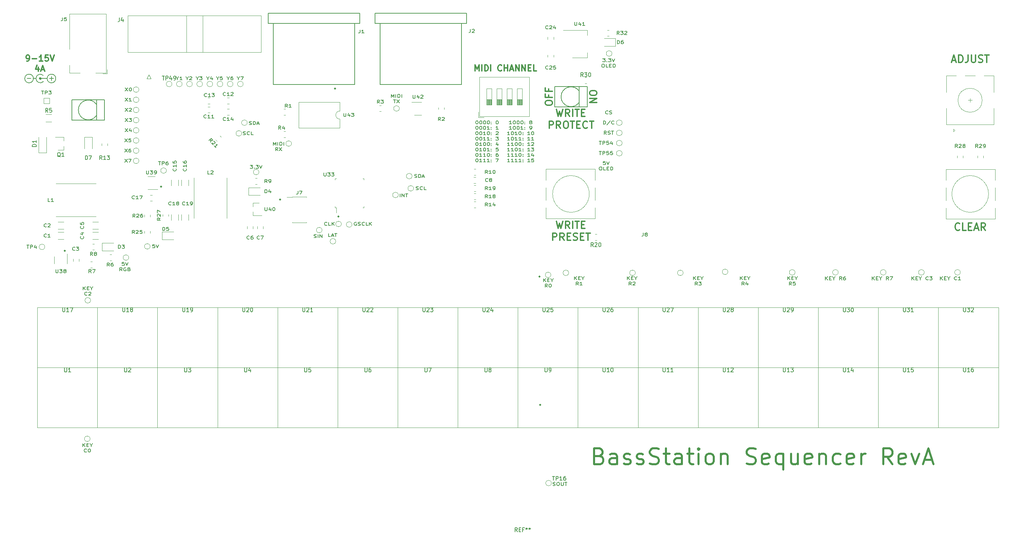
<source format=gbr>
%TF.GenerationSoftware,KiCad,Pcbnew,(5.1.8-0-10_14)*%
%TF.CreationDate,2021-06-09T19:28:07+01:00*%
%TF.ProjectId,BassStation_Sequencer_MidiInterface,42617373-5374-4617-9469-6f6e5f536571,A*%
%TF.SameCoordinates,Original*%
%TF.FileFunction,Legend,Top*%
%TF.FilePolarity,Positive*%
%FSLAX46Y46*%
G04 Gerber Fmt 4.6, Leading zero omitted, Abs format (unit mm)*
G04 Created by KiCad (PCBNEW (5.1.8-0-10_14)) date 2021-06-09 19:28:07*
%MOMM*%
%LPD*%
G01*
G04 APERTURE LIST*
%ADD10C,0.200000*%
%ADD11C,0.500000*%
%ADD12C,0.300000*%
%ADD13C,0.153000*%
%ADD14C,0.120000*%
%ADD15C,0.150000*%
G04 APERTURE END LIST*
D10*
X89357200Y-111023400D02*
X89357200Y-112039400D01*
X88849200Y-111531400D02*
X89865200Y-111531400D01*
X84213700Y-111531400D02*
X83261200Y-111531400D01*
X87325199Y-112293399D02*
G75*
G02*
X87325199Y-110769401I-761999J761999D01*
G01*
X86563200Y-111531400D02*
X88279570Y-111531400D01*
X84846830Y-111531400D02*
X85483700Y-111531400D01*
X84846831Y-111531400D02*
G75*
G03*
X84846831Y-111531400I-1077631J0D01*
G01*
X90434831Y-111531400D02*
G75*
G03*
X90434831Y-111531400I-1077631J0D01*
G01*
D11*
X86663200Y-111531400D02*
G75*
G03*
X86663200Y-111531400I-100000J0D01*
G01*
D12*
X83175885Y-107201171D02*
X83461600Y-107201171D01*
X83604457Y-107129742D01*
X83675885Y-107058314D01*
X83818742Y-106844028D01*
X83890171Y-106558314D01*
X83890171Y-105986885D01*
X83818742Y-105844028D01*
X83747314Y-105772600D01*
X83604457Y-105701171D01*
X83318742Y-105701171D01*
X83175885Y-105772600D01*
X83104457Y-105844028D01*
X83033028Y-105986885D01*
X83033028Y-106344028D01*
X83104457Y-106486885D01*
X83175885Y-106558314D01*
X83318742Y-106629742D01*
X83604457Y-106629742D01*
X83747314Y-106558314D01*
X83818742Y-106486885D01*
X83890171Y-106344028D01*
X84533028Y-106629742D02*
X85675885Y-106629742D01*
X87175885Y-107201171D02*
X86318742Y-107201171D01*
X86747314Y-107201171D02*
X86747314Y-105701171D01*
X86604457Y-105915457D01*
X86461600Y-106058314D01*
X86318742Y-106129742D01*
X88533028Y-105701171D02*
X87818742Y-105701171D01*
X87747314Y-106415457D01*
X87818742Y-106344028D01*
X87961600Y-106272600D01*
X88318742Y-106272600D01*
X88461600Y-106344028D01*
X88533028Y-106415457D01*
X88604457Y-106558314D01*
X88604457Y-106915457D01*
X88533028Y-107058314D01*
X88461600Y-107129742D01*
X88318742Y-107201171D01*
X87961600Y-107201171D01*
X87818742Y-107129742D01*
X87747314Y-107058314D01*
X89033028Y-105701171D02*
X89533028Y-107201171D01*
X90033028Y-105701171D01*
X86104457Y-108751171D02*
X86104457Y-109751171D01*
X85747314Y-108179742D02*
X85390171Y-109251171D01*
X86318742Y-109251171D01*
X86818742Y-109322600D02*
X87533028Y-109322600D01*
X86675885Y-109751171D02*
X87175885Y-108251171D01*
X87675885Y-109751171D01*
D11*
X226192095Y-205708285D02*
X226763523Y-205898761D01*
X226953999Y-206089238D01*
X227144476Y-206470190D01*
X227144476Y-207041619D01*
X226953999Y-207422571D01*
X226763523Y-207613047D01*
X226382571Y-207803523D01*
X224858761Y-207803523D01*
X224858761Y-203803523D01*
X226192095Y-203803523D01*
X226573047Y-203994000D01*
X226763523Y-204184476D01*
X226953999Y-204565428D01*
X226953999Y-204946380D01*
X226763523Y-205327333D01*
X226573047Y-205517809D01*
X226192095Y-205708285D01*
X224858761Y-205708285D01*
X230573047Y-207803523D02*
X230573047Y-205708285D01*
X230382571Y-205327333D01*
X230001619Y-205136857D01*
X229239714Y-205136857D01*
X228858761Y-205327333D01*
X230573047Y-207613047D02*
X230192095Y-207803523D01*
X229239714Y-207803523D01*
X228858761Y-207613047D01*
X228668285Y-207232095D01*
X228668285Y-206851142D01*
X228858761Y-206470190D01*
X229239714Y-206279714D01*
X230192095Y-206279714D01*
X230573047Y-206089238D01*
X232287333Y-207613047D02*
X232668285Y-207803523D01*
X233430190Y-207803523D01*
X233811142Y-207613047D01*
X234001619Y-207232095D01*
X234001619Y-207041619D01*
X233811142Y-206660666D01*
X233430190Y-206470190D01*
X232858761Y-206470190D01*
X232477809Y-206279714D01*
X232287333Y-205898761D01*
X232287333Y-205708285D01*
X232477809Y-205327333D01*
X232858761Y-205136857D01*
X233430190Y-205136857D01*
X233811142Y-205327333D01*
X235525428Y-207613047D02*
X235906380Y-207803523D01*
X236668285Y-207803523D01*
X237049238Y-207613047D01*
X237239714Y-207232095D01*
X237239714Y-207041619D01*
X237049238Y-206660666D01*
X236668285Y-206470190D01*
X236096857Y-206470190D01*
X235715904Y-206279714D01*
X235525428Y-205898761D01*
X235525428Y-205708285D01*
X235715904Y-205327333D01*
X236096857Y-205136857D01*
X236668285Y-205136857D01*
X237049238Y-205327333D01*
X238763523Y-207613047D02*
X239334952Y-207803523D01*
X240287333Y-207803523D01*
X240668285Y-207613047D01*
X240858761Y-207422571D01*
X241049238Y-207041619D01*
X241049238Y-206660666D01*
X240858761Y-206279714D01*
X240668285Y-206089238D01*
X240287333Y-205898761D01*
X239525428Y-205708285D01*
X239144476Y-205517809D01*
X238953999Y-205327333D01*
X238763523Y-204946380D01*
X238763523Y-204565428D01*
X238953999Y-204184476D01*
X239144476Y-203994000D01*
X239525428Y-203803523D01*
X240477809Y-203803523D01*
X241049238Y-203994000D01*
X242192095Y-205136857D02*
X243715904Y-205136857D01*
X242763523Y-203803523D02*
X242763523Y-207232095D01*
X242953999Y-207613047D01*
X243334952Y-207803523D01*
X243715904Y-207803523D01*
X246763523Y-207803523D02*
X246763523Y-205708285D01*
X246573047Y-205327333D01*
X246192095Y-205136857D01*
X245430190Y-205136857D01*
X245049238Y-205327333D01*
X246763523Y-207613047D02*
X246382571Y-207803523D01*
X245430190Y-207803523D01*
X245049238Y-207613047D01*
X244858761Y-207232095D01*
X244858761Y-206851142D01*
X245049238Y-206470190D01*
X245430190Y-206279714D01*
X246382571Y-206279714D01*
X246763523Y-206089238D01*
X248096857Y-205136857D02*
X249620666Y-205136857D01*
X248668285Y-203803523D02*
X248668285Y-207232095D01*
X248858761Y-207613047D01*
X249239714Y-207803523D01*
X249620666Y-207803523D01*
X250953999Y-207803523D02*
X250953999Y-205136857D01*
X250953999Y-203803523D02*
X250763523Y-203994000D01*
X250953999Y-204184476D01*
X251144476Y-203994000D01*
X250953999Y-203803523D01*
X250953999Y-204184476D01*
X253430190Y-207803523D02*
X253049238Y-207613047D01*
X252858761Y-207422571D01*
X252668285Y-207041619D01*
X252668285Y-205898761D01*
X252858761Y-205517809D01*
X253049238Y-205327333D01*
X253430190Y-205136857D01*
X254001619Y-205136857D01*
X254382571Y-205327333D01*
X254573047Y-205517809D01*
X254763523Y-205898761D01*
X254763523Y-207041619D01*
X254573047Y-207422571D01*
X254382571Y-207613047D01*
X254001619Y-207803523D01*
X253430190Y-207803523D01*
X256477809Y-205136857D02*
X256477809Y-207803523D01*
X256477809Y-205517809D02*
X256668285Y-205327333D01*
X257049238Y-205136857D01*
X257620666Y-205136857D01*
X258001619Y-205327333D01*
X258192095Y-205708285D01*
X258192095Y-207803523D01*
X262953999Y-207613047D02*
X263525428Y-207803523D01*
X264477809Y-207803523D01*
X264858761Y-207613047D01*
X265049238Y-207422571D01*
X265239714Y-207041619D01*
X265239714Y-206660666D01*
X265049238Y-206279714D01*
X264858761Y-206089238D01*
X264477809Y-205898761D01*
X263715904Y-205708285D01*
X263334952Y-205517809D01*
X263144476Y-205327333D01*
X262953999Y-204946380D01*
X262953999Y-204565428D01*
X263144476Y-204184476D01*
X263334952Y-203994000D01*
X263715904Y-203803523D01*
X264668285Y-203803523D01*
X265239714Y-203994000D01*
X268477809Y-207613047D02*
X268096857Y-207803523D01*
X267334952Y-207803523D01*
X266953999Y-207613047D01*
X266763523Y-207232095D01*
X266763523Y-205708285D01*
X266953999Y-205327333D01*
X267334952Y-205136857D01*
X268096857Y-205136857D01*
X268477809Y-205327333D01*
X268668285Y-205708285D01*
X268668285Y-206089238D01*
X266763523Y-206470190D01*
X272096857Y-205136857D02*
X272096857Y-209136857D01*
X272096857Y-207613047D02*
X271715904Y-207803523D01*
X270953999Y-207803523D01*
X270573047Y-207613047D01*
X270382571Y-207422571D01*
X270192095Y-207041619D01*
X270192095Y-205898761D01*
X270382571Y-205517809D01*
X270573047Y-205327333D01*
X270953999Y-205136857D01*
X271715904Y-205136857D01*
X272096857Y-205327333D01*
X275715904Y-205136857D02*
X275715904Y-207803523D01*
X274001619Y-205136857D02*
X274001619Y-207232095D01*
X274192095Y-207613047D01*
X274573047Y-207803523D01*
X275144476Y-207803523D01*
X275525428Y-207613047D01*
X275715904Y-207422571D01*
X279144476Y-207613047D02*
X278763523Y-207803523D01*
X278001619Y-207803523D01*
X277620666Y-207613047D01*
X277430190Y-207232095D01*
X277430190Y-205708285D01*
X277620666Y-205327333D01*
X278001619Y-205136857D01*
X278763523Y-205136857D01*
X279144476Y-205327333D01*
X279334952Y-205708285D01*
X279334952Y-206089238D01*
X277430190Y-206470190D01*
X281049238Y-205136857D02*
X281049238Y-207803523D01*
X281049238Y-205517809D02*
X281239714Y-205327333D01*
X281620666Y-205136857D01*
X282192095Y-205136857D01*
X282573047Y-205327333D01*
X282763523Y-205708285D01*
X282763523Y-207803523D01*
X286382571Y-207613047D02*
X286001619Y-207803523D01*
X285239714Y-207803523D01*
X284858761Y-207613047D01*
X284668285Y-207422571D01*
X284477809Y-207041619D01*
X284477809Y-205898761D01*
X284668285Y-205517809D01*
X284858761Y-205327333D01*
X285239714Y-205136857D01*
X286001619Y-205136857D01*
X286382571Y-205327333D01*
X289620666Y-207613047D02*
X289239714Y-207803523D01*
X288477809Y-207803523D01*
X288096857Y-207613047D01*
X287906380Y-207232095D01*
X287906380Y-205708285D01*
X288096857Y-205327333D01*
X288477809Y-205136857D01*
X289239714Y-205136857D01*
X289620666Y-205327333D01*
X289811142Y-205708285D01*
X289811142Y-206089238D01*
X287906380Y-206470190D01*
X291525428Y-207803523D02*
X291525428Y-205136857D01*
X291525428Y-205898761D02*
X291715904Y-205517809D01*
X291906380Y-205327333D01*
X292287333Y-205136857D01*
X292668285Y-205136857D01*
X299334952Y-207803523D02*
X298001619Y-205898761D01*
X297049238Y-207803523D02*
X297049238Y-203803523D01*
X298573047Y-203803523D01*
X298953999Y-203994000D01*
X299144476Y-204184476D01*
X299334952Y-204565428D01*
X299334952Y-205136857D01*
X299144476Y-205517809D01*
X298953999Y-205708285D01*
X298573047Y-205898761D01*
X297049238Y-205898761D01*
X302573047Y-207613047D02*
X302192095Y-207803523D01*
X301430190Y-207803523D01*
X301049238Y-207613047D01*
X300858761Y-207232095D01*
X300858761Y-205708285D01*
X301049238Y-205327333D01*
X301430190Y-205136857D01*
X302192095Y-205136857D01*
X302573047Y-205327333D01*
X302763523Y-205708285D01*
X302763523Y-206089238D01*
X300858761Y-206470190D01*
X304096857Y-205136857D02*
X305049238Y-207803523D01*
X306001619Y-205136857D01*
X307334952Y-206660666D02*
X309239714Y-206660666D01*
X306953999Y-207803523D02*
X308287333Y-203803523D01*
X309620666Y-207803523D01*
D13*
X174204476Y-116271404D02*
X174204476Y-115471404D01*
X174537809Y-116042833D01*
X174871142Y-115471404D01*
X174871142Y-116271404D01*
X175347333Y-116271404D02*
X175347333Y-115471404D01*
X175823523Y-116271404D02*
X175823523Y-115471404D01*
X176061619Y-115471404D01*
X176204476Y-115509500D01*
X176299714Y-115585690D01*
X176347333Y-115661880D01*
X176394952Y-115814261D01*
X176394952Y-115928547D01*
X176347333Y-116080928D01*
X176299714Y-116157119D01*
X176204476Y-116233309D01*
X176061619Y-116271404D01*
X175823523Y-116271404D01*
X176823523Y-116271404D02*
X176823523Y-115471404D01*
X174752095Y-116824404D02*
X175323523Y-116824404D01*
X175037809Y-117624404D02*
X175037809Y-116824404D01*
X175561619Y-116824404D02*
X176228285Y-117624404D01*
X176228285Y-116824404D02*
X175561619Y-117624404D01*
X144740476Y-128209404D02*
X144740476Y-127409404D01*
X145073809Y-127980833D01*
X145407142Y-127409404D01*
X145407142Y-128209404D01*
X145883333Y-128209404D02*
X145883333Y-127409404D01*
X146359523Y-128209404D02*
X146359523Y-127409404D01*
X146597619Y-127409404D01*
X146740476Y-127447500D01*
X146835714Y-127523690D01*
X146883333Y-127599880D01*
X146930952Y-127752261D01*
X146930952Y-127866547D01*
X146883333Y-128018928D01*
X146835714Y-128095119D01*
X146740476Y-128171309D01*
X146597619Y-128209404D01*
X146359523Y-128209404D01*
X147359523Y-128209404D02*
X147359523Y-127409404D01*
X145883333Y-129562404D02*
X145550000Y-129181452D01*
X145311904Y-129562404D02*
X145311904Y-128762404D01*
X145692857Y-128762404D01*
X145788095Y-128800500D01*
X145835714Y-128838595D01*
X145883333Y-128914785D01*
X145883333Y-129029071D01*
X145835714Y-129105261D01*
X145788095Y-129143357D01*
X145692857Y-129181452D01*
X145311904Y-129181452D01*
X146216666Y-128762404D02*
X146883333Y-129562404D01*
X146883333Y-128762404D02*
X146216666Y-129562404D01*
X227647523Y-132235404D02*
X227171333Y-132235404D01*
X227123714Y-132616357D01*
X227171333Y-132578261D01*
X227266571Y-132540166D01*
X227504666Y-132540166D01*
X227599904Y-132578261D01*
X227647523Y-132616357D01*
X227695142Y-132692547D01*
X227695142Y-132883023D01*
X227647523Y-132959214D01*
X227599904Y-132997309D01*
X227504666Y-133035404D01*
X227266571Y-133035404D01*
X227171333Y-132997309D01*
X227123714Y-132959214D01*
X227980857Y-132235404D02*
X228314190Y-133035404D01*
X228647523Y-132235404D01*
X226385619Y-133588404D02*
X226576095Y-133588404D01*
X226671333Y-133626500D01*
X226766571Y-133702690D01*
X226814190Y-133855071D01*
X226814190Y-134121738D01*
X226766571Y-134274119D01*
X226671333Y-134350309D01*
X226576095Y-134388404D01*
X226385619Y-134388404D01*
X226290380Y-134350309D01*
X226195142Y-134274119D01*
X226147523Y-134121738D01*
X226147523Y-133855071D01*
X226195142Y-133702690D01*
X226290380Y-133626500D01*
X226385619Y-133588404D01*
X227718952Y-134388404D02*
X227242761Y-134388404D01*
X227242761Y-133588404D01*
X228052285Y-133969357D02*
X228385619Y-133969357D01*
X228528476Y-134388404D02*
X228052285Y-134388404D01*
X228052285Y-133588404D01*
X228528476Y-133588404D01*
X228957047Y-134388404D02*
X228957047Y-133588404D01*
X229195142Y-133588404D01*
X229338000Y-133626500D01*
X229433238Y-133702690D01*
X229480857Y-133778880D01*
X229528476Y-133931261D01*
X229528476Y-134045547D01*
X229480857Y-134197928D01*
X229433238Y-134274119D01*
X229338000Y-134350309D01*
X229195142Y-134388404D01*
X228957047Y-134388404D01*
X228306333Y-120300714D02*
X228258714Y-120338809D01*
X228115857Y-120376904D01*
X228020619Y-120376904D01*
X227877761Y-120338809D01*
X227782523Y-120262619D01*
X227734904Y-120186428D01*
X227687285Y-120034047D01*
X227687285Y-119919761D01*
X227734904Y-119767380D01*
X227782523Y-119691190D01*
X227877761Y-119615000D01*
X228020619Y-119576904D01*
X228115857Y-119576904D01*
X228258714Y-119615000D01*
X228306333Y-119653095D01*
X228687285Y-120338809D02*
X228830142Y-120376904D01*
X229068238Y-120376904D01*
X229163476Y-120338809D01*
X229211095Y-120300714D01*
X229258714Y-120224523D01*
X229258714Y-120148333D01*
X229211095Y-120072142D01*
X229163476Y-120034047D01*
X229068238Y-119995952D01*
X228877761Y-119957857D01*
X228782523Y-119919761D01*
X228734904Y-119881666D01*
X228687285Y-119805476D01*
X228687285Y-119729285D01*
X228734904Y-119653095D01*
X228782523Y-119615000D01*
X228877761Y-119576904D01*
X229115857Y-119576904D01*
X229258714Y-119615000D01*
X227925380Y-125456904D02*
X227592047Y-125075952D01*
X227353952Y-125456904D02*
X227353952Y-124656904D01*
X227734904Y-124656904D01*
X227830142Y-124695000D01*
X227877761Y-124733095D01*
X227925380Y-124809285D01*
X227925380Y-124923571D01*
X227877761Y-124999761D01*
X227830142Y-125037857D01*
X227734904Y-125075952D01*
X227353952Y-125075952D01*
X228306333Y-125418809D02*
X228449190Y-125456904D01*
X228687285Y-125456904D01*
X228782523Y-125418809D01*
X228830142Y-125380714D01*
X228877761Y-125304523D01*
X228877761Y-125228333D01*
X228830142Y-125152142D01*
X228782523Y-125114047D01*
X228687285Y-125075952D01*
X228496809Y-125037857D01*
X228401571Y-124999761D01*
X228353952Y-124961666D01*
X228306333Y-124885476D01*
X228306333Y-124809285D01*
X228353952Y-124733095D01*
X228401571Y-124695000D01*
X228496809Y-124656904D01*
X228734904Y-124656904D01*
X228877761Y-124695000D01*
X229163476Y-124656904D02*
X229734904Y-124656904D01*
X229449190Y-125456904D02*
X229449190Y-124656904D01*
X227187285Y-122916904D02*
X227187285Y-122116904D01*
X227425380Y-122116904D01*
X227568238Y-122155000D01*
X227663476Y-122231190D01*
X227711095Y-122307380D01*
X227758714Y-122459761D01*
X227758714Y-122574047D01*
X227711095Y-122726428D01*
X227663476Y-122802619D01*
X227568238Y-122878809D01*
X227425380Y-122916904D01*
X227187285Y-122916904D01*
X228901571Y-122078809D02*
X228044428Y-123107380D01*
X229806333Y-122840714D02*
X229758714Y-122878809D01*
X229615857Y-122916904D01*
X229520619Y-122916904D01*
X229377761Y-122878809D01*
X229282523Y-122802619D01*
X229234904Y-122726428D01*
X229187285Y-122574047D01*
X229187285Y-122459761D01*
X229234904Y-122307380D01*
X229282523Y-122231190D01*
X229377761Y-122155000D01*
X229520619Y-122116904D01*
X229615857Y-122116904D01*
X229758714Y-122155000D01*
X229806333Y-122193095D01*
X115125523Y-152977904D02*
X114649333Y-152977904D01*
X114601714Y-153358857D01*
X114649333Y-153320761D01*
X114744571Y-153282666D01*
X114982666Y-153282666D01*
X115077904Y-153320761D01*
X115125523Y-153358857D01*
X115173142Y-153435047D01*
X115173142Y-153625523D01*
X115125523Y-153701714D01*
X115077904Y-153739809D01*
X114982666Y-153777904D01*
X114744571Y-153777904D01*
X114649333Y-153739809D01*
X114601714Y-153701714D01*
X115458857Y-152977904D02*
X115792190Y-153777904D01*
X116125523Y-152977904D01*
X107505523Y-157381404D02*
X107029333Y-157381404D01*
X106981714Y-157762357D01*
X107029333Y-157724261D01*
X107124571Y-157686166D01*
X107362666Y-157686166D01*
X107457904Y-157724261D01*
X107505523Y-157762357D01*
X107553142Y-157838547D01*
X107553142Y-158029023D01*
X107505523Y-158105214D01*
X107457904Y-158143309D01*
X107362666Y-158181404D01*
X107124571Y-158181404D01*
X107029333Y-158143309D01*
X106981714Y-158105214D01*
X107838857Y-157381404D02*
X108172190Y-158181404D01*
X108505523Y-157381404D01*
X107005523Y-159534404D02*
X106672190Y-159153452D01*
X106434095Y-159534404D02*
X106434095Y-158734404D01*
X106815047Y-158734404D01*
X106910285Y-158772500D01*
X106957904Y-158810595D01*
X107005523Y-158886785D01*
X107005523Y-159001071D01*
X106957904Y-159077261D01*
X106910285Y-159115357D01*
X106815047Y-159153452D01*
X106434095Y-159153452D01*
X107957904Y-158772500D02*
X107862666Y-158734404D01*
X107719809Y-158734404D01*
X107576952Y-158772500D01*
X107481714Y-158848690D01*
X107434095Y-158924880D01*
X107386476Y-159077261D01*
X107386476Y-159191547D01*
X107434095Y-159343928D01*
X107481714Y-159420119D01*
X107576952Y-159496309D01*
X107719809Y-159534404D01*
X107815047Y-159534404D01*
X107957904Y-159496309D01*
X108005523Y-159458214D01*
X108005523Y-159191547D01*
X107815047Y-159191547D01*
X108767428Y-159115357D02*
X108910285Y-159153452D01*
X108957904Y-159191547D01*
X109005523Y-159267738D01*
X109005523Y-159382023D01*
X108957904Y-159458214D01*
X108910285Y-159496309D01*
X108815047Y-159534404D01*
X108434095Y-159534404D01*
X108434095Y-158734404D01*
X108767428Y-158734404D01*
X108862666Y-158772500D01*
X108910285Y-158810595D01*
X108957904Y-158886785D01*
X108957904Y-158962976D01*
X108910285Y-159039166D01*
X108862666Y-159077261D01*
X108767428Y-159115357D01*
X108434095Y-159115357D01*
X138985809Y-133165904D02*
X139604857Y-133165904D01*
X139271523Y-133470666D01*
X139414380Y-133470666D01*
X139509619Y-133508761D01*
X139557238Y-133546857D01*
X139604857Y-133623047D01*
X139604857Y-133813523D01*
X139557238Y-133889714D01*
X139509619Y-133927809D01*
X139414380Y-133965904D01*
X139128666Y-133965904D01*
X139033428Y-133927809D01*
X138985809Y-133889714D01*
X140033428Y-133889714D02*
X140081047Y-133927809D01*
X140033428Y-133965904D01*
X139985809Y-133927809D01*
X140033428Y-133889714D01*
X140033428Y-133965904D01*
X140414380Y-133165904D02*
X141033428Y-133165904D01*
X140700095Y-133470666D01*
X140842952Y-133470666D01*
X140938190Y-133508761D01*
X140985809Y-133546857D01*
X141033428Y-133623047D01*
X141033428Y-133813523D01*
X140985809Y-133889714D01*
X140938190Y-133927809D01*
X140842952Y-133965904D01*
X140557238Y-133965904D01*
X140462000Y-133927809D01*
X140414380Y-133889714D01*
X141319142Y-133165904D02*
X141652476Y-133965904D01*
X141985809Y-133165904D01*
X226996809Y-106581404D02*
X227615857Y-106581404D01*
X227282523Y-106886166D01*
X227425380Y-106886166D01*
X227520619Y-106924261D01*
X227568238Y-106962357D01*
X227615857Y-107038547D01*
X227615857Y-107229023D01*
X227568238Y-107305214D01*
X227520619Y-107343309D01*
X227425380Y-107381404D01*
X227139666Y-107381404D01*
X227044428Y-107343309D01*
X226996809Y-107305214D01*
X228044428Y-107305214D02*
X228092047Y-107343309D01*
X228044428Y-107381404D01*
X227996809Y-107343309D01*
X228044428Y-107305214D01*
X228044428Y-107381404D01*
X228425380Y-106581404D02*
X229044428Y-106581404D01*
X228711095Y-106886166D01*
X228853952Y-106886166D01*
X228949190Y-106924261D01*
X228996809Y-106962357D01*
X229044428Y-107038547D01*
X229044428Y-107229023D01*
X228996809Y-107305214D01*
X228949190Y-107343309D01*
X228853952Y-107381404D01*
X228568238Y-107381404D01*
X228473000Y-107343309D01*
X228425380Y-107305214D01*
X229330142Y-106581404D02*
X229663476Y-107381404D01*
X229996809Y-106581404D01*
X227020619Y-107934404D02*
X227211095Y-107934404D01*
X227306333Y-107972500D01*
X227401571Y-108048690D01*
X227449190Y-108201071D01*
X227449190Y-108467738D01*
X227401571Y-108620119D01*
X227306333Y-108696309D01*
X227211095Y-108734404D01*
X227020619Y-108734404D01*
X226925380Y-108696309D01*
X226830142Y-108620119D01*
X226782523Y-108467738D01*
X226782523Y-108201071D01*
X226830142Y-108048690D01*
X226925380Y-107972500D01*
X227020619Y-107934404D01*
X228353952Y-108734404D02*
X227877761Y-108734404D01*
X227877761Y-107934404D01*
X228687285Y-108315357D02*
X229020619Y-108315357D01*
X229163476Y-108734404D02*
X228687285Y-108734404D01*
X228687285Y-107934404D01*
X229163476Y-107934404D01*
X229592047Y-108734404D02*
X229592047Y-107934404D01*
X229830142Y-107934404D01*
X229973000Y-107972500D01*
X230068238Y-108048690D01*
X230115857Y-108124880D01*
X230163476Y-108277261D01*
X230163476Y-108391547D01*
X230115857Y-108543928D01*
X230068238Y-108620119D01*
X229973000Y-108696309D01*
X229830142Y-108734404D01*
X229592047Y-108734404D01*
D12*
X212628285Y-117792285D02*
X212628285Y-117449428D01*
X212714000Y-117278000D01*
X212885428Y-117106571D01*
X213228285Y-117020857D01*
X213828285Y-117020857D01*
X214171142Y-117106571D01*
X214342571Y-117278000D01*
X214428285Y-117449428D01*
X214428285Y-117792285D01*
X214342571Y-117963714D01*
X214171142Y-118135142D01*
X213828285Y-118220857D01*
X213228285Y-118220857D01*
X212885428Y-118135142D01*
X212714000Y-117963714D01*
X212628285Y-117792285D01*
X213485428Y-115649428D02*
X213485428Y-116249428D01*
X214428285Y-116249428D02*
X212628285Y-116249428D01*
X212628285Y-115392285D01*
X213485428Y-114106571D02*
X213485428Y-114706571D01*
X214428285Y-114706571D02*
X212628285Y-114706571D01*
X212628285Y-113849428D01*
X225521714Y-114963714D02*
X225521714Y-115306571D01*
X225436000Y-115478000D01*
X225264571Y-115649428D01*
X224921714Y-115735142D01*
X224321714Y-115735142D01*
X223978857Y-115649428D01*
X223807428Y-115478000D01*
X223721714Y-115306571D01*
X223721714Y-114963714D01*
X223807428Y-114792285D01*
X223978857Y-114620857D01*
X224321714Y-114535142D01*
X224921714Y-114535142D01*
X225264571Y-114620857D01*
X225436000Y-114792285D01*
X225521714Y-114963714D01*
X223721714Y-116506571D02*
X225521714Y-116506571D01*
X223721714Y-117535142D01*
X225521714Y-117535142D01*
X215475000Y-119180285D02*
X215903571Y-120980285D01*
X216246428Y-119694571D01*
X216589285Y-120980285D01*
X217017857Y-119180285D01*
X218732142Y-120980285D02*
X218132142Y-120123142D01*
X217703571Y-120980285D02*
X217703571Y-119180285D01*
X218389285Y-119180285D01*
X218560714Y-119266000D01*
X218646428Y-119351714D01*
X218732142Y-119523142D01*
X218732142Y-119780285D01*
X218646428Y-119951714D01*
X218560714Y-120037428D01*
X218389285Y-120123142D01*
X217703571Y-120123142D01*
X219503571Y-120980285D02*
X219503571Y-119180285D01*
X220103571Y-119180285D02*
X221132142Y-119180285D01*
X220617857Y-120980285D02*
X220617857Y-119180285D01*
X221732142Y-120037428D02*
X222332142Y-120037428D01*
X222589285Y-120980285D02*
X221732142Y-120980285D01*
X221732142Y-119180285D01*
X222589285Y-119180285D01*
X213675000Y-123980285D02*
X213675000Y-122180285D01*
X214360714Y-122180285D01*
X214532142Y-122266000D01*
X214617857Y-122351714D01*
X214703571Y-122523142D01*
X214703571Y-122780285D01*
X214617857Y-122951714D01*
X214532142Y-123037428D01*
X214360714Y-123123142D01*
X213675000Y-123123142D01*
X216503571Y-123980285D02*
X215903571Y-123123142D01*
X215475000Y-123980285D02*
X215475000Y-122180285D01*
X216160714Y-122180285D01*
X216332142Y-122266000D01*
X216417857Y-122351714D01*
X216503571Y-122523142D01*
X216503571Y-122780285D01*
X216417857Y-122951714D01*
X216332142Y-123037428D01*
X216160714Y-123123142D01*
X215475000Y-123123142D01*
X217617857Y-122180285D02*
X217960714Y-122180285D01*
X218132142Y-122266000D01*
X218303571Y-122437428D01*
X218389285Y-122780285D01*
X218389285Y-123380285D01*
X218303571Y-123723142D01*
X218132142Y-123894571D01*
X217960714Y-123980285D01*
X217617857Y-123980285D01*
X217446428Y-123894571D01*
X217275000Y-123723142D01*
X217189285Y-123380285D01*
X217189285Y-122780285D01*
X217275000Y-122437428D01*
X217446428Y-122266000D01*
X217617857Y-122180285D01*
X218903571Y-122180285D02*
X219932142Y-122180285D01*
X219417857Y-123980285D02*
X219417857Y-122180285D01*
X220532142Y-123037428D02*
X221132142Y-123037428D01*
X221389285Y-123980285D02*
X220532142Y-123980285D01*
X220532142Y-122180285D01*
X221389285Y-122180285D01*
X223189285Y-123808857D02*
X223103571Y-123894571D01*
X222846428Y-123980285D01*
X222675000Y-123980285D01*
X222417857Y-123894571D01*
X222246428Y-123723142D01*
X222160714Y-123551714D01*
X222075000Y-123208857D01*
X222075000Y-122951714D01*
X222160714Y-122608857D01*
X222246428Y-122437428D01*
X222417857Y-122266000D01*
X222675000Y-122180285D01*
X222846428Y-122180285D01*
X223103571Y-122266000D01*
X223189285Y-122351714D01*
X223703571Y-122180285D02*
X224732142Y-122180285D01*
X224217857Y-123980285D02*
X224217857Y-122180285D01*
X215475000Y-147120285D02*
X215903571Y-148920285D01*
X216246428Y-147634571D01*
X216589285Y-148920285D01*
X217017857Y-147120285D01*
X218732142Y-148920285D02*
X218132142Y-148063142D01*
X217703571Y-148920285D02*
X217703571Y-147120285D01*
X218389285Y-147120285D01*
X218560714Y-147206000D01*
X218646428Y-147291714D01*
X218732142Y-147463142D01*
X218732142Y-147720285D01*
X218646428Y-147891714D01*
X218560714Y-147977428D01*
X218389285Y-148063142D01*
X217703571Y-148063142D01*
X219503571Y-148920285D02*
X219503571Y-147120285D01*
X220103571Y-147120285D02*
X221132142Y-147120285D01*
X220617857Y-148920285D02*
X220617857Y-147120285D01*
X221732142Y-147977428D02*
X222332142Y-147977428D01*
X222589285Y-148920285D02*
X221732142Y-148920285D01*
X221732142Y-147120285D01*
X222589285Y-147120285D01*
X214532142Y-151920285D02*
X214532142Y-150120285D01*
X215217857Y-150120285D01*
X215389285Y-150206000D01*
X215475000Y-150291714D01*
X215560714Y-150463142D01*
X215560714Y-150720285D01*
X215475000Y-150891714D01*
X215389285Y-150977428D01*
X215217857Y-151063142D01*
X214532142Y-151063142D01*
X217360714Y-151920285D02*
X216760714Y-151063142D01*
X216332142Y-151920285D02*
X216332142Y-150120285D01*
X217017857Y-150120285D01*
X217189285Y-150206000D01*
X217275000Y-150291714D01*
X217360714Y-150463142D01*
X217360714Y-150720285D01*
X217275000Y-150891714D01*
X217189285Y-150977428D01*
X217017857Y-151063142D01*
X216332142Y-151063142D01*
X218132142Y-150977428D02*
X218732142Y-150977428D01*
X218989285Y-151920285D02*
X218132142Y-151920285D01*
X218132142Y-150120285D01*
X218989285Y-150120285D01*
X219675000Y-151834571D02*
X219932142Y-151920285D01*
X220360714Y-151920285D01*
X220532142Y-151834571D01*
X220617857Y-151748857D01*
X220703571Y-151577428D01*
X220703571Y-151406000D01*
X220617857Y-151234571D01*
X220532142Y-151148857D01*
X220360714Y-151063142D01*
X220017857Y-150977428D01*
X219846428Y-150891714D01*
X219760714Y-150806000D01*
X219675000Y-150634571D01*
X219675000Y-150463142D01*
X219760714Y-150291714D01*
X219846428Y-150206000D01*
X220017857Y-150120285D01*
X220446428Y-150120285D01*
X220703571Y-150206000D01*
X221475000Y-150977428D02*
X222075000Y-150977428D01*
X222332142Y-151920285D02*
X221475000Y-151920285D01*
X221475000Y-150120285D01*
X222332142Y-150120285D01*
X222846428Y-150120285D02*
X223875000Y-150120285D01*
X223360714Y-151920285D02*
X223360714Y-150120285D01*
X316112857Y-149232857D02*
X316027142Y-149318571D01*
X315770000Y-149404285D01*
X315598571Y-149404285D01*
X315341428Y-149318571D01*
X315170000Y-149147142D01*
X315084285Y-148975714D01*
X314998571Y-148632857D01*
X314998571Y-148375714D01*
X315084285Y-148032857D01*
X315170000Y-147861428D01*
X315341428Y-147690000D01*
X315598571Y-147604285D01*
X315770000Y-147604285D01*
X316027142Y-147690000D01*
X316112857Y-147775714D01*
X317741428Y-149404285D02*
X316884285Y-149404285D01*
X316884285Y-147604285D01*
X318341428Y-148461428D02*
X318941428Y-148461428D01*
X319198571Y-149404285D02*
X318341428Y-149404285D01*
X318341428Y-147604285D01*
X319198571Y-147604285D01*
X319884285Y-148890000D02*
X320741428Y-148890000D01*
X319712857Y-149404285D02*
X320312857Y-147604285D01*
X320912857Y-149404285D01*
X322541428Y-149404285D02*
X321941428Y-148547142D01*
X321512857Y-149404285D02*
X321512857Y-147604285D01*
X322198571Y-147604285D01*
X322370000Y-147690000D01*
X322455714Y-147775714D01*
X322541428Y-147947142D01*
X322541428Y-148204285D01*
X322455714Y-148375714D01*
X322370000Y-148461428D01*
X322198571Y-148547142D01*
X321512857Y-148547142D01*
X314270000Y-106980000D02*
X315127142Y-106980000D01*
X314098571Y-107494285D02*
X314698571Y-105694285D01*
X315298571Y-107494285D01*
X315898571Y-107494285D02*
X315898571Y-105694285D01*
X316327142Y-105694285D01*
X316584285Y-105780000D01*
X316755714Y-105951428D01*
X316841428Y-106122857D01*
X316927142Y-106465714D01*
X316927142Y-106722857D01*
X316841428Y-107065714D01*
X316755714Y-107237142D01*
X316584285Y-107408571D01*
X316327142Y-107494285D01*
X315898571Y-107494285D01*
X318212857Y-105694285D02*
X318212857Y-106980000D01*
X318127142Y-107237142D01*
X317955714Y-107408571D01*
X317698571Y-107494285D01*
X317527142Y-107494285D01*
X319070000Y-105694285D02*
X319070000Y-107151428D01*
X319155714Y-107322857D01*
X319241428Y-107408571D01*
X319412857Y-107494285D01*
X319755714Y-107494285D01*
X319927142Y-107408571D01*
X320012857Y-107322857D01*
X320098571Y-107151428D01*
X320098571Y-105694285D01*
X320870000Y-107408571D02*
X321127142Y-107494285D01*
X321555714Y-107494285D01*
X321727142Y-107408571D01*
X321812857Y-107322857D01*
X321898571Y-107151428D01*
X321898571Y-106980000D01*
X321812857Y-106808571D01*
X321727142Y-106722857D01*
X321555714Y-106637142D01*
X321212857Y-106551428D01*
X321041428Y-106465714D01*
X320955714Y-106380000D01*
X320870000Y-106208571D01*
X320870000Y-106037142D01*
X320955714Y-105865714D01*
X321041428Y-105780000D01*
X321212857Y-105694285D01*
X321641428Y-105694285D01*
X321898571Y-105780000D01*
X322412857Y-105694285D02*
X323441428Y-105694285D01*
X322927142Y-107494285D02*
X322927142Y-105694285D01*
D13*
X204263904Y-122880404D02*
X203692476Y-122880404D01*
X203978190Y-122880404D02*
X203978190Y-122080404D01*
X203882952Y-122194690D01*
X203787714Y-122270880D01*
X203692476Y-122308976D01*
X204882952Y-122080404D02*
X204978190Y-122080404D01*
X205073428Y-122118500D01*
X205121047Y-122156595D01*
X205168666Y-122232785D01*
X205216285Y-122385166D01*
X205216285Y-122575642D01*
X205168666Y-122728023D01*
X205121047Y-122804214D01*
X205073428Y-122842309D01*
X204978190Y-122880404D01*
X204882952Y-122880404D01*
X204787714Y-122842309D01*
X204740095Y-122804214D01*
X204692476Y-122728023D01*
X204644857Y-122575642D01*
X204644857Y-122385166D01*
X204692476Y-122232785D01*
X204740095Y-122156595D01*
X204787714Y-122118500D01*
X204882952Y-122080404D01*
X205835333Y-122080404D02*
X205930571Y-122080404D01*
X206025809Y-122118500D01*
X206073428Y-122156595D01*
X206121047Y-122232785D01*
X206168666Y-122385166D01*
X206168666Y-122575642D01*
X206121047Y-122728023D01*
X206073428Y-122804214D01*
X206025809Y-122842309D01*
X205930571Y-122880404D01*
X205835333Y-122880404D01*
X205740095Y-122842309D01*
X205692476Y-122804214D01*
X205644857Y-122728023D01*
X205597238Y-122575642D01*
X205597238Y-122385166D01*
X205644857Y-122232785D01*
X205692476Y-122156595D01*
X205740095Y-122118500D01*
X205835333Y-122080404D01*
X206787714Y-122080404D02*
X206882952Y-122080404D01*
X206978190Y-122118500D01*
X207025809Y-122156595D01*
X207073428Y-122232785D01*
X207121047Y-122385166D01*
X207121047Y-122575642D01*
X207073428Y-122728023D01*
X207025809Y-122804214D01*
X206978190Y-122842309D01*
X206882952Y-122880404D01*
X206787714Y-122880404D01*
X206692476Y-122842309D01*
X206644857Y-122804214D01*
X206597238Y-122728023D01*
X206549619Y-122575642D01*
X206549619Y-122385166D01*
X206597238Y-122232785D01*
X206644857Y-122156595D01*
X206692476Y-122118500D01*
X206787714Y-122080404D01*
X207549619Y-122804214D02*
X207597238Y-122842309D01*
X207549619Y-122880404D01*
X207502000Y-122842309D01*
X207549619Y-122804214D01*
X207549619Y-122880404D01*
X207549619Y-122385166D02*
X207597238Y-122423261D01*
X207549619Y-122461357D01*
X207502000Y-122423261D01*
X207549619Y-122385166D01*
X207549619Y-122461357D01*
X208930571Y-122423261D02*
X208835333Y-122385166D01*
X208787714Y-122347071D01*
X208740095Y-122270880D01*
X208740095Y-122232785D01*
X208787714Y-122156595D01*
X208835333Y-122118500D01*
X208930571Y-122080404D01*
X209121047Y-122080404D01*
X209216285Y-122118500D01*
X209263904Y-122156595D01*
X209311523Y-122232785D01*
X209311523Y-122270880D01*
X209263904Y-122347071D01*
X209216285Y-122385166D01*
X209121047Y-122423261D01*
X208930571Y-122423261D01*
X208835333Y-122461357D01*
X208787714Y-122499452D01*
X208740095Y-122575642D01*
X208740095Y-122728023D01*
X208787714Y-122804214D01*
X208835333Y-122842309D01*
X208930571Y-122880404D01*
X209121047Y-122880404D01*
X209216285Y-122842309D01*
X209263904Y-122804214D01*
X209311523Y-122728023D01*
X209311523Y-122575642D01*
X209263904Y-122499452D01*
X209216285Y-122461357D01*
X209121047Y-122423261D01*
X204263904Y-124233404D02*
X203692476Y-124233404D01*
X203978190Y-124233404D02*
X203978190Y-123433404D01*
X203882952Y-123547690D01*
X203787714Y-123623880D01*
X203692476Y-123661976D01*
X204882952Y-123433404D02*
X204978190Y-123433404D01*
X205073428Y-123471500D01*
X205121047Y-123509595D01*
X205168666Y-123585785D01*
X205216285Y-123738166D01*
X205216285Y-123928642D01*
X205168666Y-124081023D01*
X205121047Y-124157214D01*
X205073428Y-124195309D01*
X204978190Y-124233404D01*
X204882952Y-124233404D01*
X204787714Y-124195309D01*
X204740095Y-124157214D01*
X204692476Y-124081023D01*
X204644857Y-123928642D01*
X204644857Y-123738166D01*
X204692476Y-123585785D01*
X204740095Y-123509595D01*
X204787714Y-123471500D01*
X204882952Y-123433404D01*
X205835333Y-123433404D02*
X205930571Y-123433404D01*
X206025809Y-123471500D01*
X206073428Y-123509595D01*
X206121047Y-123585785D01*
X206168666Y-123738166D01*
X206168666Y-123928642D01*
X206121047Y-124081023D01*
X206073428Y-124157214D01*
X206025809Y-124195309D01*
X205930571Y-124233404D01*
X205835333Y-124233404D01*
X205740095Y-124195309D01*
X205692476Y-124157214D01*
X205644857Y-124081023D01*
X205597238Y-123928642D01*
X205597238Y-123738166D01*
X205644857Y-123585785D01*
X205692476Y-123509595D01*
X205740095Y-123471500D01*
X205835333Y-123433404D01*
X207121047Y-124233404D02*
X206549619Y-124233404D01*
X206835333Y-124233404D02*
X206835333Y-123433404D01*
X206740095Y-123547690D01*
X206644857Y-123623880D01*
X206549619Y-123661976D01*
X207549619Y-124157214D02*
X207597238Y-124195309D01*
X207549619Y-124233404D01*
X207502000Y-124195309D01*
X207549619Y-124157214D01*
X207549619Y-124233404D01*
X207549619Y-123738166D02*
X207597238Y-123776261D01*
X207549619Y-123814357D01*
X207502000Y-123776261D01*
X207549619Y-123738166D01*
X207549619Y-123814357D01*
X208835333Y-124233404D02*
X209025809Y-124233404D01*
X209121047Y-124195309D01*
X209168666Y-124157214D01*
X209263904Y-124042928D01*
X209311523Y-123890547D01*
X209311523Y-123585785D01*
X209263904Y-123509595D01*
X209216285Y-123471500D01*
X209121047Y-123433404D01*
X208930571Y-123433404D01*
X208835333Y-123471500D01*
X208787714Y-123509595D01*
X208740095Y-123585785D01*
X208740095Y-123776261D01*
X208787714Y-123852452D01*
X208835333Y-123890547D01*
X208930571Y-123928642D01*
X209121047Y-123928642D01*
X209216285Y-123890547D01*
X209263904Y-123852452D01*
X209311523Y-123776261D01*
X203787714Y-125586404D02*
X203216285Y-125586404D01*
X203502000Y-125586404D02*
X203502000Y-124786404D01*
X203406761Y-124900690D01*
X203311523Y-124976880D01*
X203216285Y-125014976D01*
X204406761Y-124786404D02*
X204502000Y-124786404D01*
X204597238Y-124824500D01*
X204644857Y-124862595D01*
X204692476Y-124938785D01*
X204740095Y-125091166D01*
X204740095Y-125281642D01*
X204692476Y-125434023D01*
X204644857Y-125510214D01*
X204597238Y-125548309D01*
X204502000Y-125586404D01*
X204406761Y-125586404D01*
X204311523Y-125548309D01*
X204263904Y-125510214D01*
X204216285Y-125434023D01*
X204168666Y-125281642D01*
X204168666Y-125091166D01*
X204216285Y-124938785D01*
X204263904Y-124862595D01*
X204311523Y-124824500D01*
X204406761Y-124786404D01*
X205692476Y-125586404D02*
X205121047Y-125586404D01*
X205406761Y-125586404D02*
X205406761Y-124786404D01*
X205311523Y-124900690D01*
X205216285Y-124976880D01*
X205121047Y-125014976D01*
X206311523Y-124786404D02*
X206406761Y-124786404D01*
X206502000Y-124824500D01*
X206549619Y-124862595D01*
X206597238Y-124938785D01*
X206644857Y-125091166D01*
X206644857Y-125281642D01*
X206597238Y-125434023D01*
X206549619Y-125510214D01*
X206502000Y-125548309D01*
X206406761Y-125586404D01*
X206311523Y-125586404D01*
X206216285Y-125548309D01*
X206168666Y-125510214D01*
X206121047Y-125434023D01*
X206073428Y-125281642D01*
X206073428Y-125091166D01*
X206121047Y-124938785D01*
X206168666Y-124862595D01*
X206216285Y-124824500D01*
X206311523Y-124786404D01*
X207073428Y-125510214D02*
X207121047Y-125548309D01*
X207073428Y-125586404D01*
X207025809Y-125548309D01*
X207073428Y-125510214D01*
X207073428Y-125586404D01*
X207073428Y-125091166D02*
X207121047Y-125129261D01*
X207073428Y-125167357D01*
X207025809Y-125129261D01*
X207073428Y-125091166D01*
X207073428Y-125167357D01*
X208835333Y-125586404D02*
X208263904Y-125586404D01*
X208549619Y-125586404D02*
X208549619Y-124786404D01*
X208454380Y-124900690D01*
X208359142Y-124976880D01*
X208263904Y-125014976D01*
X209454380Y-124786404D02*
X209549619Y-124786404D01*
X209644857Y-124824500D01*
X209692476Y-124862595D01*
X209740095Y-124938785D01*
X209787714Y-125091166D01*
X209787714Y-125281642D01*
X209740095Y-125434023D01*
X209692476Y-125510214D01*
X209644857Y-125548309D01*
X209549619Y-125586404D01*
X209454380Y-125586404D01*
X209359142Y-125548309D01*
X209311523Y-125510214D01*
X209263904Y-125434023D01*
X209216285Y-125281642D01*
X209216285Y-125091166D01*
X209263904Y-124938785D01*
X209311523Y-124862595D01*
X209359142Y-124824500D01*
X209454380Y-124786404D01*
X203787714Y-126939404D02*
X203216285Y-126939404D01*
X203502000Y-126939404D02*
X203502000Y-126139404D01*
X203406761Y-126253690D01*
X203311523Y-126329880D01*
X203216285Y-126367976D01*
X204406761Y-126139404D02*
X204502000Y-126139404D01*
X204597238Y-126177500D01*
X204644857Y-126215595D01*
X204692476Y-126291785D01*
X204740095Y-126444166D01*
X204740095Y-126634642D01*
X204692476Y-126787023D01*
X204644857Y-126863214D01*
X204597238Y-126901309D01*
X204502000Y-126939404D01*
X204406761Y-126939404D01*
X204311523Y-126901309D01*
X204263904Y-126863214D01*
X204216285Y-126787023D01*
X204168666Y-126634642D01*
X204168666Y-126444166D01*
X204216285Y-126291785D01*
X204263904Y-126215595D01*
X204311523Y-126177500D01*
X204406761Y-126139404D01*
X205692476Y-126939404D02*
X205121047Y-126939404D01*
X205406761Y-126939404D02*
X205406761Y-126139404D01*
X205311523Y-126253690D01*
X205216285Y-126329880D01*
X205121047Y-126367976D01*
X206644857Y-126939404D02*
X206073428Y-126939404D01*
X206359142Y-126939404D02*
X206359142Y-126139404D01*
X206263904Y-126253690D01*
X206168666Y-126329880D01*
X206073428Y-126367976D01*
X207073428Y-126863214D02*
X207121047Y-126901309D01*
X207073428Y-126939404D01*
X207025809Y-126901309D01*
X207073428Y-126863214D01*
X207073428Y-126939404D01*
X207073428Y-126444166D02*
X207121047Y-126482261D01*
X207073428Y-126520357D01*
X207025809Y-126482261D01*
X207073428Y-126444166D01*
X207073428Y-126520357D01*
X208835333Y-126939404D02*
X208263904Y-126939404D01*
X208549619Y-126939404D02*
X208549619Y-126139404D01*
X208454380Y-126253690D01*
X208359142Y-126329880D01*
X208263904Y-126367976D01*
X209787714Y-126939404D02*
X209216285Y-126939404D01*
X209502000Y-126939404D02*
X209502000Y-126139404D01*
X209406761Y-126253690D01*
X209311523Y-126329880D01*
X209216285Y-126367976D01*
X203787714Y-128292404D02*
X203216285Y-128292404D01*
X203502000Y-128292404D02*
X203502000Y-127492404D01*
X203406761Y-127606690D01*
X203311523Y-127682880D01*
X203216285Y-127720976D01*
X204740095Y-128292404D02*
X204168666Y-128292404D01*
X204454380Y-128292404D02*
X204454380Y-127492404D01*
X204359142Y-127606690D01*
X204263904Y-127682880D01*
X204168666Y-127720976D01*
X205359142Y-127492404D02*
X205454380Y-127492404D01*
X205549619Y-127530500D01*
X205597238Y-127568595D01*
X205644857Y-127644785D01*
X205692476Y-127797166D01*
X205692476Y-127987642D01*
X205644857Y-128140023D01*
X205597238Y-128216214D01*
X205549619Y-128254309D01*
X205454380Y-128292404D01*
X205359142Y-128292404D01*
X205263904Y-128254309D01*
X205216285Y-128216214D01*
X205168666Y-128140023D01*
X205121047Y-127987642D01*
X205121047Y-127797166D01*
X205168666Y-127644785D01*
X205216285Y-127568595D01*
X205263904Y-127530500D01*
X205359142Y-127492404D01*
X206311523Y-127492404D02*
X206406761Y-127492404D01*
X206502000Y-127530500D01*
X206549619Y-127568595D01*
X206597238Y-127644785D01*
X206644857Y-127797166D01*
X206644857Y-127987642D01*
X206597238Y-128140023D01*
X206549619Y-128216214D01*
X206502000Y-128254309D01*
X206406761Y-128292404D01*
X206311523Y-128292404D01*
X206216285Y-128254309D01*
X206168666Y-128216214D01*
X206121047Y-128140023D01*
X206073428Y-127987642D01*
X206073428Y-127797166D01*
X206121047Y-127644785D01*
X206168666Y-127568595D01*
X206216285Y-127530500D01*
X206311523Y-127492404D01*
X207073428Y-128216214D02*
X207121047Y-128254309D01*
X207073428Y-128292404D01*
X207025809Y-128254309D01*
X207073428Y-128216214D01*
X207073428Y-128292404D01*
X207073428Y-127797166D02*
X207121047Y-127835261D01*
X207073428Y-127873357D01*
X207025809Y-127835261D01*
X207073428Y-127797166D01*
X207073428Y-127873357D01*
X208835333Y-128292404D02*
X208263904Y-128292404D01*
X208549619Y-128292404D02*
X208549619Y-127492404D01*
X208454380Y-127606690D01*
X208359142Y-127682880D01*
X208263904Y-127720976D01*
X209216285Y-127568595D02*
X209263904Y-127530500D01*
X209359142Y-127492404D01*
X209597238Y-127492404D01*
X209692476Y-127530500D01*
X209740095Y-127568595D01*
X209787714Y-127644785D01*
X209787714Y-127720976D01*
X209740095Y-127835261D01*
X209168666Y-128292404D01*
X209787714Y-128292404D01*
X203787714Y-129645404D02*
X203216285Y-129645404D01*
X203502000Y-129645404D02*
X203502000Y-128845404D01*
X203406761Y-128959690D01*
X203311523Y-129035880D01*
X203216285Y-129073976D01*
X204740095Y-129645404D02*
X204168666Y-129645404D01*
X204454380Y-129645404D02*
X204454380Y-128845404D01*
X204359142Y-128959690D01*
X204263904Y-129035880D01*
X204168666Y-129073976D01*
X205359142Y-128845404D02*
X205454380Y-128845404D01*
X205549619Y-128883500D01*
X205597238Y-128921595D01*
X205644857Y-128997785D01*
X205692476Y-129150166D01*
X205692476Y-129340642D01*
X205644857Y-129493023D01*
X205597238Y-129569214D01*
X205549619Y-129607309D01*
X205454380Y-129645404D01*
X205359142Y-129645404D01*
X205263904Y-129607309D01*
X205216285Y-129569214D01*
X205168666Y-129493023D01*
X205121047Y-129340642D01*
X205121047Y-129150166D01*
X205168666Y-128997785D01*
X205216285Y-128921595D01*
X205263904Y-128883500D01*
X205359142Y-128845404D01*
X206644857Y-129645404D02*
X206073428Y-129645404D01*
X206359142Y-129645404D02*
X206359142Y-128845404D01*
X206263904Y-128959690D01*
X206168666Y-129035880D01*
X206073428Y-129073976D01*
X207073428Y-129569214D02*
X207121047Y-129607309D01*
X207073428Y-129645404D01*
X207025809Y-129607309D01*
X207073428Y-129569214D01*
X207073428Y-129645404D01*
X207073428Y-129150166D02*
X207121047Y-129188261D01*
X207073428Y-129226357D01*
X207025809Y-129188261D01*
X207073428Y-129150166D01*
X207073428Y-129226357D01*
X208835333Y-129645404D02*
X208263904Y-129645404D01*
X208549619Y-129645404D02*
X208549619Y-128845404D01*
X208454380Y-128959690D01*
X208359142Y-129035880D01*
X208263904Y-129073976D01*
X209168666Y-128845404D02*
X209787714Y-128845404D01*
X209454380Y-129150166D01*
X209597238Y-129150166D01*
X209692476Y-129188261D01*
X209740095Y-129226357D01*
X209787714Y-129302547D01*
X209787714Y-129493023D01*
X209740095Y-129569214D01*
X209692476Y-129607309D01*
X209597238Y-129645404D01*
X209311523Y-129645404D01*
X209216285Y-129607309D01*
X209168666Y-129569214D01*
X203787714Y-130998404D02*
X203216285Y-130998404D01*
X203502000Y-130998404D02*
X203502000Y-130198404D01*
X203406761Y-130312690D01*
X203311523Y-130388880D01*
X203216285Y-130426976D01*
X204740095Y-130998404D02*
X204168666Y-130998404D01*
X204454380Y-130998404D02*
X204454380Y-130198404D01*
X204359142Y-130312690D01*
X204263904Y-130388880D01*
X204168666Y-130426976D01*
X205692476Y-130998404D02*
X205121047Y-130998404D01*
X205406761Y-130998404D02*
X205406761Y-130198404D01*
X205311523Y-130312690D01*
X205216285Y-130388880D01*
X205121047Y-130426976D01*
X206311523Y-130198404D02*
X206406761Y-130198404D01*
X206502000Y-130236500D01*
X206549619Y-130274595D01*
X206597238Y-130350785D01*
X206644857Y-130503166D01*
X206644857Y-130693642D01*
X206597238Y-130846023D01*
X206549619Y-130922214D01*
X206502000Y-130960309D01*
X206406761Y-130998404D01*
X206311523Y-130998404D01*
X206216285Y-130960309D01*
X206168666Y-130922214D01*
X206121047Y-130846023D01*
X206073428Y-130693642D01*
X206073428Y-130503166D01*
X206121047Y-130350785D01*
X206168666Y-130274595D01*
X206216285Y-130236500D01*
X206311523Y-130198404D01*
X207073428Y-130922214D02*
X207121047Y-130960309D01*
X207073428Y-130998404D01*
X207025809Y-130960309D01*
X207073428Y-130922214D01*
X207073428Y-130998404D01*
X207073428Y-130503166D02*
X207121047Y-130541261D01*
X207073428Y-130579357D01*
X207025809Y-130541261D01*
X207073428Y-130503166D01*
X207073428Y-130579357D01*
X208835333Y-130998404D02*
X208263904Y-130998404D01*
X208549619Y-130998404D02*
X208549619Y-130198404D01*
X208454380Y-130312690D01*
X208359142Y-130388880D01*
X208263904Y-130426976D01*
X209692476Y-130465071D02*
X209692476Y-130998404D01*
X209454380Y-130160309D02*
X209216285Y-130731738D01*
X209835333Y-130731738D01*
X203787714Y-132351404D02*
X203216285Y-132351404D01*
X203502000Y-132351404D02*
X203502000Y-131551404D01*
X203406761Y-131665690D01*
X203311523Y-131741880D01*
X203216285Y-131779976D01*
X204740095Y-132351404D02*
X204168666Y-132351404D01*
X204454380Y-132351404D02*
X204454380Y-131551404D01*
X204359142Y-131665690D01*
X204263904Y-131741880D01*
X204168666Y-131779976D01*
X205692476Y-132351404D02*
X205121047Y-132351404D01*
X205406761Y-132351404D02*
X205406761Y-131551404D01*
X205311523Y-131665690D01*
X205216285Y-131741880D01*
X205121047Y-131779976D01*
X206644857Y-132351404D02*
X206073428Y-132351404D01*
X206359142Y-132351404D02*
X206359142Y-131551404D01*
X206263904Y-131665690D01*
X206168666Y-131741880D01*
X206073428Y-131779976D01*
X207073428Y-132275214D02*
X207121047Y-132313309D01*
X207073428Y-132351404D01*
X207025809Y-132313309D01*
X207073428Y-132275214D01*
X207073428Y-132351404D01*
X207073428Y-131856166D02*
X207121047Y-131894261D01*
X207073428Y-131932357D01*
X207025809Y-131894261D01*
X207073428Y-131856166D01*
X207073428Y-131932357D01*
X208835333Y-132351404D02*
X208263904Y-132351404D01*
X208549619Y-132351404D02*
X208549619Y-131551404D01*
X208454380Y-131665690D01*
X208359142Y-131741880D01*
X208263904Y-131779976D01*
X209740095Y-131551404D02*
X209263904Y-131551404D01*
X209216285Y-131932357D01*
X209263904Y-131894261D01*
X209359142Y-131856166D01*
X209597238Y-131856166D01*
X209692476Y-131894261D01*
X209740095Y-131932357D01*
X209787714Y-132008547D01*
X209787714Y-132199023D01*
X209740095Y-132275214D01*
X209692476Y-132313309D01*
X209597238Y-132351404D01*
X209359142Y-132351404D01*
X209263904Y-132313309D01*
X209216285Y-132275214D01*
X195548571Y-122080404D02*
X195643809Y-122080404D01*
X195739047Y-122118500D01*
X195786666Y-122156595D01*
X195834285Y-122232785D01*
X195881904Y-122385166D01*
X195881904Y-122575642D01*
X195834285Y-122728023D01*
X195786666Y-122804214D01*
X195739047Y-122842309D01*
X195643809Y-122880404D01*
X195548571Y-122880404D01*
X195453333Y-122842309D01*
X195405714Y-122804214D01*
X195358095Y-122728023D01*
X195310476Y-122575642D01*
X195310476Y-122385166D01*
X195358095Y-122232785D01*
X195405714Y-122156595D01*
X195453333Y-122118500D01*
X195548571Y-122080404D01*
X196500952Y-122080404D02*
X196596190Y-122080404D01*
X196691428Y-122118500D01*
X196739047Y-122156595D01*
X196786666Y-122232785D01*
X196834285Y-122385166D01*
X196834285Y-122575642D01*
X196786666Y-122728023D01*
X196739047Y-122804214D01*
X196691428Y-122842309D01*
X196596190Y-122880404D01*
X196500952Y-122880404D01*
X196405714Y-122842309D01*
X196358095Y-122804214D01*
X196310476Y-122728023D01*
X196262857Y-122575642D01*
X196262857Y-122385166D01*
X196310476Y-122232785D01*
X196358095Y-122156595D01*
X196405714Y-122118500D01*
X196500952Y-122080404D01*
X197453333Y-122080404D02*
X197548571Y-122080404D01*
X197643809Y-122118500D01*
X197691428Y-122156595D01*
X197739047Y-122232785D01*
X197786666Y-122385166D01*
X197786666Y-122575642D01*
X197739047Y-122728023D01*
X197691428Y-122804214D01*
X197643809Y-122842309D01*
X197548571Y-122880404D01*
X197453333Y-122880404D01*
X197358095Y-122842309D01*
X197310476Y-122804214D01*
X197262857Y-122728023D01*
X197215238Y-122575642D01*
X197215238Y-122385166D01*
X197262857Y-122232785D01*
X197310476Y-122156595D01*
X197358095Y-122118500D01*
X197453333Y-122080404D01*
X198405714Y-122080404D02*
X198500952Y-122080404D01*
X198596190Y-122118500D01*
X198643809Y-122156595D01*
X198691428Y-122232785D01*
X198739047Y-122385166D01*
X198739047Y-122575642D01*
X198691428Y-122728023D01*
X198643809Y-122804214D01*
X198596190Y-122842309D01*
X198500952Y-122880404D01*
X198405714Y-122880404D01*
X198310476Y-122842309D01*
X198262857Y-122804214D01*
X198215238Y-122728023D01*
X198167619Y-122575642D01*
X198167619Y-122385166D01*
X198215238Y-122232785D01*
X198262857Y-122156595D01*
X198310476Y-122118500D01*
X198405714Y-122080404D01*
X199167619Y-122804214D02*
X199215238Y-122842309D01*
X199167619Y-122880404D01*
X199120000Y-122842309D01*
X199167619Y-122804214D01*
X199167619Y-122880404D01*
X199167619Y-122385166D02*
X199215238Y-122423261D01*
X199167619Y-122461357D01*
X199120000Y-122423261D01*
X199167619Y-122385166D01*
X199167619Y-122461357D01*
X200596190Y-122080404D02*
X200691428Y-122080404D01*
X200786666Y-122118500D01*
X200834285Y-122156595D01*
X200881904Y-122232785D01*
X200929523Y-122385166D01*
X200929523Y-122575642D01*
X200881904Y-122728023D01*
X200834285Y-122804214D01*
X200786666Y-122842309D01*
X200691428Y-122880404D01*
X200596190Y-122880404D01*
X200500952Y-122842309D01*
X200453333Y-122804214D01*
X200405714Y-122728023D01*
X200358095Y-122575642D01*
X200358095Y-122385166D01*
X200405714Y-122232785D01*
X200453333Y-122156595D01*
X200500952Y-122118500D01*
X200596190Y-122080404D01*
X195548571Y-123433404D02*
X195643809Y-123433404D01*
X195739047Y-123471500D01*
X195786666Y-123509595D01*
X195834285Y-123585785D01*
X195881904Y-123738166D01*
X195881904Y-123928642D01*
X195834285Y-124081023D01*
X195786666Y-124157214D01*
X195739047Y-124195309D01*
X195643809Y-124233404D01*
X195548571Y-124233404D01*
X195453333Y-124195309D01*
X195405714Y-124157214D01*
X195358095Y-124081023D01*
X195310476Y-123928642D01*
X195310476Y-123738166D01*
X195358095Y-123585785D01*
X195405714Y-123509595D01*
X195453333Y-123471500D01*
X195548571Y-123433404D01*
X196500952Y-123433404D02*
X196596190Y-123433404D01*
X196691428Y-123471500D01*
X196739047Y-123509595D01*
X196786666Y-123585785D01*
X196834285Y-123738166D01*
X196834285Y-123928642D01*
X196786666Y-124081023D01*
X196739047Y-124157214D01*
X196691428Y-124195309D01*
X196596190Y-124233404D01*
X196500952Y-124233404D01*
X196405714Y-124195309D01*
X196358095Y-124157214D01*
X196310476Y-124081023D01*
X196262857Y-123928642D01*
X196262857Y-123738166D01*
X196310476Y-123585785D01*
X196358095Y-123509595D01*
X196405714Y-123471500D01*
X196500952Y-123433404D01*
X197453333Y-123433404D02*
X197548571Y-123433404D01*
X197643809Y-123471500D01*
X197691428Y-123509595D01*
X197739047Y-123585785D01*
X197786666Y-123738166D01*
X197786666Y-123928642D01*
X197739047Y-124081023D01*
X197691428Y-124157214D01*
X197643809Y-124195309D01*
X197548571Y-124233404D01*
X197453333Y-124233404D01*
X197358095Y-124195309D01*
X197310476Y-124157214D01*
X197262857Y-124081023D01*
X197215238Y-123928642D01*
X197215238Y-123738166D01*
X197262857Y-123585785D01*
X197310476Y-123509595D01*
X197358095Y-123471500D01*
X197453333Y-123433404D01*
X198739047Y-124233404D02*
X198167619Y-124233404D01*
X198453333Y-124233404D02*
X198453333Y-123433404D01*
X198358095Y-123547690D01*
X198262857Y-123623880D01*
X198167619Y-123661976D01*
X199167619Y-124157214D02*
X199215238Y-124195309D01*
X199167619Y-124233404D01*
X199120000Y-124195309D01*
X199167619Y-124157214D01*
X199167619Y-124233404D01*
X199167619Y-123738166D02*
X199215238Y-123776261D01*
X199167619Y-123814357D01*
X199120000Y-123776261D01*
X199167619Y-123738166D01*
X199167619Y-123814357D01*
X200929523Y-124233404D02*
X200358095Y-124233404D01*
X200643809Y-124233404D02*
X200643809Y-123433404D01*
X200548571Y-123547690D01*
X200453333Y-123623880D01*
X200358095Y-123661976D01*
X195548571Y-124786404D02*
X195643809Y-124786404D01*
X195739047Y-124824500D01*
X195786666Y-124862595D01*
X195834285Y-124938785D01*
X195881904Y-125091166D01*
X195881904Y-125281642D01*
X195834285Y-125434023D01*
X195786666Y-125510214D01*
X195739047Y-125548309D01*
X195643809Y-125586404D01*
X195548571Y-125586404D01*
X195453333Y-125548309D01*
X195405714Y-125510214D01*
X195358095Y-125434023D01*
X195310476Y-125281642D01*
X195310476Y-125091166D01*
X195358095Y-124938785D01*
X195405714Y-124862595D01*
X195453333Y-124824500D01*
X195548571Y-124786404D01*
X196500952Y-124786404D02*
X196596190Y-124786404D01*
X196691428Y-124824500D01*
X196739047Y-124862595D01*
X196786666Y-124938785D01*
X196834285Y-125091166D01*
X196834285Y-125281642D01*
X196786666Y-125434023D01*
X196739047Y-125510214D01*
X196691428Y-125548309D01*
X196596190Y-125586404D01*
X196500952Y-125586404D01*
X196405714Y-125548309D01*
X196358095Y-125510214D01*
X196310476Y-125434023D01*
X196262857Y-125281642D01*
X196262857Y-125091166D01*
X196310476Y-124938785D01*
X196358095Y-124862595D01*
X196405714Y-124824500D01*
X196500952Y-124786404D01*
X197786666Y-125586404D02*
X197215238Y-125586404D01*
X197500952Y-125586404D02*
X197500952Y-124786404D01*
X197405714Y-124900690D01*
X197310476Y-124976880D01*
X197215238Y-125014976D01*
X198405714Y-124786404D02*
X198500952Y-124786404D01*
X198596190Y-124824500D01*
X198643809Y-124862595D01*
X198691428Y-124938785D01*
X198739047Y-125091166D01*
X198739047Y-125281642D01*
X198691428Y-125434023D01*
X198643809Y-125510214D01*
X198596190Y-125548309D01*
X198500952Y-125586404D01*
X198405714Y-125586404D01*
X198310476Y-125548309D01*
X198262857Y-125510214D01*
X198215238Y-125434023D01*
X198167619Y-125281642D01*
X198167619Y-125091166D01*
X198215238Y-124938785D01*
X198262857Y-124862595D01*
X198310476Y-124824500D01*
X198405714Y-124786404D01*
X199167619Y-125510214D02*
X199215238Y-125548309D01*
X199167619Y-125586404D01*
X199120000Y-125548309D01*
X199167619Y-125510214D01*
X199167619Y-125586404D01*
X199167619Y-125091166D02*
X199215238Y-125129261D01*
X199167619Y-125167357D01*
X199120000Y-125129261D01*
X199167619Y-125091166D01*
X199167619Y-125167357D01*
X200358095Y-124862595D02*
X200405714Y-124824500D01*
X200500952Y-124786404D01*
X200739047Y-124786404D01*
X200834285Y-124824500D01*
X200881904Y-124862595D01*
X200929523Y-124938785D01*
X200929523Y-125014976D01*
X200881904Y-125129261D01*
X200310476Y-125586404D01*
X200929523Y-125586404D01*
X195548571Y-126139404D02*
X195643809Y-126139404D01*
X195739047Y-126177500D01*
X195786666Y-126215595D01*
X195834285Y-126291785D01*
X195881904Y-126444166D01*
X195881904Y-126634642D01*
X195834285Y-126787023D01*
X195786666Y-126863214D01*
X195739047Y-126901309D01*
X195643809Y-126939404D01*
X195548571Y-126939404D01*
X195453333Y-126901309D01*
X195405714Y-126863214D01*
X195358095Y-126787023D01*
X195310476Y-126634642D01*
X195310476Y-126444166D01*
X195358095Y-126291785D01*
X195405714Y-126215595D01*
X195453333Y-126177500D01*
X195548571Y-126139404D01*
X196500952Y-126139404D02*
X196596190Y-126139404D01*
X196691428Y-126177500D01*
X196739047Y-126215595D01*
X196786666Y-126291785D01*
X196834285Y-126444166D01*
X196834285Y-126634642D01*
X196786666Y-126787023D01*
X196739047Y-126863214D01*
X196691428Y-126901309D01*
X196596190Y-126939404D01*
X196500952Y-126939404D01*
X196405714Y-126901309D01*
X196358095Y-126863214D01*
X196310476Y-126787023D01*
X196262857Y-126634642D01*
X196262857Y-126444166D01*
X196310476Y-126291785D01*
X196358095Y-126215595D01*
X196405714Y-126177500D01*
X196500952Y-126139404D01*
X197786666Y-126939404D02*
X197215238Y-126939404D01*
X197500952Y-126939404D02*
X197500952Y-126139404D01*
X197405714Y-126253690D01*
X197310476Y-126329880D01*
X197215238Y-126367976D01*
X198739047Y-126939404D02*
X198167619Y-126939404D01*
X198453333Y-126939404D02*
X198453333Y-126139404D01*
X198358095Y-126253690D01*
X198262857Y-126329880D01*
X198167619Y-126367976D01*
X199167619Y-126863214D02*
X199215238Y-126901309D01*
X199167619Y-126939404D01*
X199120000Y-126901309D01*
X199167619Y-126863214D01*
X199167619Y-126939404D01*
X199167619Y-126444166D02*
X199215238Y-126482261D01*
X199167619Y-126520357D01*
X199120000Y-126482261D01*
X199167619Y-126444166D01*
X199167619Y-126520357D01*
X200310476Y-126139404D02*
X200929523Y-126139404D01*
X200596190Y-126444166D01*
X200739047Y-126444166D01*
X200834285Y-126482261D01*
X200881904Y-126520357D01*
X200929523Y-126596547D01*
X200929523Y-126787023D01*
X200881904Y-126863214D01*
X200834285Y-126901309D01*
X200739047Y-126939404D01*
X200453333Y-126939404D01*
X200358095Y-126901309D01*
X200310476Y-126863214D01*
X195548571Y-127492404D02*
X195643809Y-127492404D01*
X195739047Y-127530500D01*
X195786666Y-127568595D01*
X195834285Y-127644785D01*
X195881904Y-127797166D01*
X195881904Y-127987642D01*
X195834285Y-128140023D01*
X195786666Y-128216214D01*
X195739047Y-128254309D01*
X195643809Y-128292404D01*
X195548571Y-128292404D01*
X195453333Y-128254309D01*
X195405714Y-128216214D01*
X195358095Y-128140023D01*
X195310476Y-127987642D01*
X195310476Y-127797166D01*
X195358095Y-127644785D01*
X195405714Y-127568595D01*
X195453333Y-127530500D01*
X195548571Y-127492404D01*
X196834285Y-128292404D02*
X196262857Y-128292404D01*
X196548571Y-128292404D02*
X196548571Y-127492404D01*
X196453333Y-127606690D01*
X196358095Y-127682880D01*
X196262857Y-127720976D01*
X197453333Y-127492404D02*
X197548571Y-127492404D01*
X197643809Y-127530500D01*
X197691428Y-127568595D01*
X197739047Y-127644785D01*
X197786666Y-127797166D01*
X197786666Y-127987642D01*
X197739047Y-128140023D01*
X197691428Y-128216214D01*
X197643809Y-128254309D01*
X197548571Y-128292404D01*
X197453333Y-128292404D01*
X197358095Y-128254309D01*
X197310476Y-128216214D01*
X197262857Y-128140023D01*
X197215238Y-127987642D01*
X197215238Y-127797166D01*
X197262857Y-127644785D01*
X197310476Y-127568595D01*
X197358095Y-127530500D01*
X197453333Y-127492404D01*
X198405714Y-127492404D02*
X198500952Y-127492404D01*
X198596190Y-127530500D01*
X198643809Y-127568595D01*
X198691428Y-127644785D01*
X198739047Y-127797166D01*
X198739047Y-127987642D01*
X198691428Y-128140023D01*
X198643809Y-128216214D01*
X198596190Y-128254309D01*
X198500952Y-128292404D01*
X198405714Y-128292404D01*
X198310476Y-128254309D01*
X198262857Y-128216214D01*
X198215238Y-128140023D01*
X198167619Y-127987642D01*
X198167619Y-127797166D01*
X198215238Y-127644785D01*
X198262857Y-127568595D01*
X198310476Y-127530500D01*
X198405714Y-127492404D01*
X199167619Y-128216214D02*
X199215238Y-128254309D01*
X199167619Y-128292404D01*
X199120000Y-128254309D01*
X199167619Y-128216214D01*
X199167619Y-128292404D01*
X199167619Y-127797166D02*
X199215238Y-127835261D01*
X199167619Y-127873357D01*
X199120000Y-127835261D01*
X199167619Y-127797166D01*
X199167619Y-127873357D01*
X200834285Y-127759071D02*
X200834285Y-128292404D01*
X200596190Y-127454309D02*
X200358095Y-128025738D01*
X200977142Y-128025738D01*
X195548571Y-128845404D02*
X195643809Y-128845404D01*
X195739047Y-128883500D01*
X195786666Y-128921595D01*
X195834285Y-128997785D01*
X195881904Y-129150166D01*
X195881904Y-129340642D01*
X195834285Y-129493023D01*
X195786666Y-129569214D01*
X195739047Y-129607309D01*
X195643809Y-129645404D01*
X195548571Y-129645404D01*
X195453333Y-129607309D01*
X195405714Y-129569214D01*
X195358095Y-129493023D01*
X195310476Y-129340642D01*
X195310476Y-129150166D01*
X195358095Y-128997785D01*
X195405714Y-128921595D01*
X195453333Y-128883500D01*
X195548571Y-128845404D01*
X196834285Y-129645404D02*
X196262857Y-129645404D01*
X196548571Y-129645404D02*
X196548571Y-128845404D01*
X196453333Y-128959690D01*
X196358095Y-129035880D01*
X196262857Y-129073976D01*
X197453333Y-128845404D02*
X197548571Y-128845404D01*
X197643809Y-128883500D01*
X197691428Y-128921595D01*
X197739047Y-128997785D01*
X197786666Y-129150166D01*
X197786666Y-129340642D01*
X197739047Y-129493023D01*
X197691428Y-129569214D01*
X197643809Y-129607309D01*
X197548571Y-129645404D01*
X197453333Y-129645404D01*
X197358095Y-129607309D01*
X197310476Y-129569214D01*
X197262857Y-129493023D01*
X197215238Y-129340642D01*
X197215238Y-129150166D01*
X197262857Y-128997785D01*
X197310476Y-128921595D01*
X197358095Y-128883500D01*
X197453333Y-128845404D01*
X198739047Y-129645404D02*
X198167619Y-129645404D01*
X198453333Y-129645404D02*
X198453333Y-128845404D01*
X198358095Y-128959690D01*
X198262857Y-129035880D01*
X198167619Y-129073976D01*
X199167619Y-129569214D02*
X199215238Y-129607309D01*
X199167619Y-129645404D01*
X199120000Y-129607309D01*
X199167619Y-129569214D01*
X199167619Y-129645404D01*
X199167619Y-129150166D02*
X199215238Y-129188261D01*
X199167619Y-129226357D01*
X199120000Y-129188261D01*
X199167619Y-129150166D01*
X199167619Y-129226357D01*
X200881904Y-128845404D02*
X200405714Y-128845404D01*
X200358095Y-129226357D01*
X200405714Y-129188261D01*
X200500952Y-129150166D01*
X200739047Y-129150166D01*
X200834285Y-129188261D01*
X200881904Y-129226357D01*
X200929523Y-129302547D01*
X200929523Y-129493023D01*
X200881904Y-129569214D01*
X200834285Y-129607309D01*
X200739047Y-129645404D01*
X200500952Y-129645404D01*
X200405714Y-129607309D01*
X200358095Y-129569214D01*
X195548571Y-130198404D02*
X195643809Y-130198404D01*
X195739047Y-130236500D01*
X195786666Y-130274595D01*
X195834285Y-130350785D01*
X195881904Y-130503166D01*
X195881904Y-130693642D01*
X195834285Y-130846023D01*
X195786666Y-130922214D01*
X195739047Y-130960309D01*
X195643809Y-130998404D01*
X195548571Y-130998404D01*
X195453333Y-130960309D01*
X195405714Y-130922214D01*
X195358095Y-130846023D01*
X195310476Y-130693642D01*
X195310476Y-130503166D01*
X195358095Y-130350785D01*
X195405714Y-130274595D01*
X195453333Y-130236500D01*
X195548571Y-130198404D01*
X196834285Y-130998404D02*
X196262857Y-130998404D01*
X196548571Y-130998404D02*
X196548571Y-130198404D01*
X196453333Y-130312690D01*
X196358095Y-130388880D01*
X196262857Y-130426976D01*
X197786666Y-130998404D02*
X197215238Y-130998404D01*
X197500952Y-130998404D02*
X197500952Y-130198404D01*
X197405714Y-130312690D01*
X197310476Y-130388880D01*
X197215238Y-130426976D01*
X198405714Y-130198404D02*
X198500952Y-130198404D01*
X198596190Y-130236500D01*
X198643809Y-130274595D01*
X198691428Y-130350785D01*
X198739047Y-130503166D01*
X198739047Y-130693642D01*
X198691428Y-130846023D01*
X198643809Y-130922214D01*
X198596190Y-130960309D01*
X198500952Y-130998404D01*
X198405714Y-130998404D01*
X198310476Y-130960309D01*
X198262857Y-130922214D01*
X198215238Y-130846023D01*
X198167619Y-130693642D01*
X198167619Y-130503166D01*
X198215238Y-130350785D01*
X198262857Y-130274595D01*
X198310476Y-130236500D01*
X198405714Y-130198404D01*
X199167619Y-130922214D02*
X199215238Y-130960309D01*
X199167619Y-130998404D01*
X199120000Y-130960309D01*
X199167619Y-130922214D01*
X199167619Y-130998404D01*
X199167619Y-130503166D02*
X199215238Y-130541261D01*
X199167619Y-130579357D01*
X199120000Y-130541261D01*
X199167619Y-130503166D01*
X199167619Y-130579357D01*
X200834285Y-130198404D02*
X200643809Y-130198404D01*
X200548571Y-130236500D01*
X200500952Y-130274595D01*
X200405714Y-130388880D01*
X200358095Y-130541261D01*
X200358095Y-130846023D01*
X200405714Y-130922214D01*
X200453333Y-130960309D01*
X200548571Y-130998404D01*
X200739047Y-130998404D01*
X200834285Y-130960309D01*
X200881904Y-130922214D01*
X200929523Y-130846023D01*
X200929523Y-130655547D01*
X200881904Y-130579357D01*
X200834285Y-130541261D01*
X200739047Y-130503166D01*
X200548571Y-130503166D01*
X200453333Y-130541261D01*
X200405714Y-130579357D01*
X200358095Y-130655547D01*
X195548571Y-131551404D02*
X195643809Y-131551404D01*
X195739047Y-131589500D01*
X195786666Y-131627595D01*
X195834285Y-131703785D01*
X195881904Y-131856166D01*
X195881904Y-132046642D01*
X195834285Y-132199023D01*
X195786666Y-132275214D01*
X195739047Y-132313309D01*
X195643809Y-132351404D01*
X195548571Y-132351404D01*
X195453333Y-132313309D01*
X195405714Y-132275214D01*
X195358095Y-132199023D01*
X195310476Y-132046642D01*
X195310476Y-131856166D01*
X195358095Y-131703785D01*
X195405714Y-131627595D01*
X195453333Y-131589500D01*
X195548571Y-131551404D01*
X196834285Y-132351404D02*
X196262857Y-132351404D01*
X196548571Y-132351404D02*
X196548571Y-131551404D01*
X196453333Y-131665690D01*
X196358095Y-131741880D01*
X196262857Y-131779976D01*
X197786666Y-132351404D02*
X197215238Y-132351404D01*
X197500952Y-132351404D02*
X197500952Y-131551404D01*
X197405714Y-131665690D01*
X197310476Y-131741880D01*
X197215238Y-131779976D01*
X198739047Y-132351404D02*
X198167619Y-132351404D01*
X198453333Y-132351404D02*
X198453333Y-131551404D01*
X198358095Y-131665690D01*
X198262857Y-131741880D01*
X198167619Y-131779976D01*
X199167619Y-132275214D02*
X199215238Y-132313309D01*
X199167619Y-132351404D01*
X199120000Y-132313309D01*
X199167619Y-132275214D01*
X199167619Y-132351404D01*
X199167619Y-131856166D02*
X199215238Y-131894261D01*
X199167619Y-131932357D01*
X199120000Y-131894261D01*
X199167619Y-131856166D01*
X199167619Y-131932357D01*
X200310476Y-131551404D02*
X200977142Y-131551404D01*
X200548571Y-132351404D01*
D12*
X195120571Y-109644571D02*
X195120571Y-108144571D01*
X195620571Y-109216000D01*
X196120571Y-108144571D01*
X196120571Y-109644571D01*
X196834857Y-109644571D02*
X196834857Y-108144571D01*
X197549142Y-109644571D02*
X197549142Y-108144571D01*
X197906285Y-108144571D01*
X198120571Y-108216000D01*
X198263428Y-108358857D01*
X198334857Y-108501714D01*
X198406285Y-108787428D01*
X198406285Y-109001714D01*
X198334857Y-109287428D01*
X198263428Y-109430285D01*
X198120571Y-109573142D01*
X197906285Y-109644571D01*
X197549142Y-109644571D01*
X199049142Y-109644571D02*
X199049142Y-108144571D01*
X201763428Y-109501714D02*
X201692000Y-109573142D01*
X201477714Y-109644571D01*
X201334857Y-109644571D01*
X201120571Y-109573142D01*
X200977714Y-109430285D01*
X200906285Y-109287428D01*
X200834857Y-109001714D01*
X200834857Y-108787428D01*
X200906285Y-108501714D01*
X200977714Y-108358857D01*
X201120571Y-108216000D01*
X201334857Y-108144571D01*
X201477714Y-108144571D01*
X201692000Y-108216000D01*
X201763428Y-108287428D01*
X202406285Y-109644571D02*
X202406285Y-108144571D01*
X202406285Y-108858857D02*
X203263428Y-108858857D01*
X203263428Y-109644571D02*
X203263428Y-108144571D01*
X203906285Y-109216000D02*
X204620571Y-109216000D01*
X203763428Y-109644571D02*
X204263428Y-108144571D01*
X204763428Y-109644571D01*
X205263428Y-109644571D02*
X205263428Y-108144571D01*
X206120571Y-109644571D01*
X206120571Y-108144571D01*
X206834857Y-109644571D02*
X206834857Y-108144571D01*
X207692000Y-109644571D01*
X207692000Y-108144571D01*
X208406285Y-108858857D02*
X208906285Y-108858857D01*
X209120571Y-109644571D02*
X208406285Y-109644571D01*
X208406285Y-108144571D01*
X209120571Y-108144571D01*
X210477714Y-109644571D02*
X209763428Y-109644571D01*
X209763428Y-108144571D01*
D13*
X107775476Y-121481904D02*
X108442142Y-122281904D01*
X108442142Y-121481904D02*
X107775476Y-122281904D01*
X108727857Y-121481904D02*
X109346904Y-121481904D01*
X109013571Y-121786666D01*
X109156428Y-121786666D01*
X109251666Y-121824761D01*
X109299285Y-121862857D01*
X109346904Y-121939047D01*
X109346904Y-122129523D01*
X109299285Y-122205714D01*
X109251666Y-122243809D01*
X109156428Y-122281904D01*
X108870714Y-122281904D01*
X108775476Y-122243809D01*
X108727857Y-122205714D01*
X107648476Y-129101904D02*
X108315142Y-129901904D01*
X108315142Y-129101904D02*
X107648476Y-129901904D01*
X109124666Y-129101904D02*
X108934190Y-129101904D01*
X108838952Y-129140000D01*
X108791333Y-129178095D01*
X108696095Y-129292380D01*
X108648476Y-129444761D01*
X108648476Y-129749523D01*
X108696095Y-129825714D01*
X108743714Y-129863809D01*
X108838952Y-129901904D01*
X109029428Y-129901904D01*
X109124666Y-129863809D01*
X109172285Y-129825714D01*
X109219904Y-129749523D01*
X109219904Y-129559047D01*
X109172285Y-129482857D01*
X109124666Y-129444761D01*
X109029428Y-129406666D01*
X108838952Y-129406666D01*
X108743714Y-129444761D01*
X108696095Y-129482857D01*
X108648476Y-129559047D01*
X138739714Y-123005809D02*
X138882571Y-123043904D01*
X139120666Y-123043904D01*
X139215904Y-123005809D01*
X139263523Y-122967714D01*
X139311142Y-122891523D01*
X139311142Y-122815333D01*
X139263523Y-122739142D01*
X139215904Y-122701047D01*
X139120666Y-122662952D01*
X138930190Y-122624857D01*
X138834952Y-122586761D01*
X138787333Y-122548666D01*
X138739714Y-122472476D01*
X138739714Y-122396285D01*
X138787333Y-122320095D01*
X138834952Y-122282000D01*
X138930190Y-122243904D01*
X139168285Y-122243904D01*
X139311142Y-122282000D01*
X139739714Y-123043904D02*
X139739714Y-122243904D01*
X139977809Y-122243904D01*
X140120666Y-122282000D01*
X140215904Y-122358190D01*
X140263523Y-122434380D01*
X140311142Y-122586761D01*
X140311142Y-122701047D01*
X140263523Y-122853428D01*
X140215904Y-122929619D01*
X140120666Y-123005809D01*
X139977809Y-123043904D01*
X139739714Y-123043904D01*
X140692095Y-122815333D02*
X141168285Y-122815333D01*
X140596857Y-123043904D02*
X140930190Y-122243904D01*
X141263523Y-123043904D01*
X107648476Y-131641904D02*
X108315142Y-132441904D01*
X108315142Y-131641904D02*
X107648476Y-132441904D01*
X108600857Y-131641904D02*
X109267523Y-131641904D01*
X108838952Y-132441904D01*
X107775476Y-118941904D02*
X108442142Y-119741904D01*
X108442142Y-118941904D02*
X107775476Y-119741904D01*
X108775476Y-119018095D02*
X108823095Y-118980000D01*
X108918333Y-118941904D01*
X109156428Y-118941904D01*
X109251666Y-118980000D01*
X109299285Y-119018095D01*
X109346904Y-119094285D01*
X109346904Y-119170476D01*
X109299285Y-119284761D01*
X108727857Y-119741904D01*
X109346904Y-119741904D01*
X107775476Y-116401904D02*
X108442142Y-117201904D01*
X108442142Y-116401904D02*
X107775476Y-117201904D01*
X109346904Y-117201904D02*
X108775476Y-117201904D01*
X109061190Y-117201904D02*
X109061190Y-116401904D01*
X108965952Y-116516190D01*
X108870714Y-116592380D01*
X108775476Y-116630476D01*
X107775476Y-113861904D02*
X108442142Y-114661904D01*
X108442142Y-113861904D02*
X107775476Y-114661904D01*
X109013571Y-113861904D02*
X109108809Y-113861904D01*
X109204047Y-113900000D01*
X109251666Y-113938095D01*
X109299285Y-114014285D01*
X109346904Y-114166666D01*
X109346904Y-114357142D01*
X109299285Y-114509523D01*
X109251666Y-114585714D01*
X109204047Y-114623809D01*
X109108809Y-114661904D01*
X109013571Y-114661904D01*
X108918333Y-114623809D01*
X108870714Y-114585714D01*
X108823095Y-114509523D01*
X108775476Y-114357142D01*
X108775476Y-114166666D01*
X108823095Y-114014285D01*
X108870714Y-113938095D01*
X108918333Y-113900000D01*
X109013571Y-113861904D01*
X107648476Y-126561904D02*
X108315142Y-127361904D01*
X108315142Y-126561904D02*
X107648476Y-127361904D01*
X109172285Y-126561904D02*
X108696095Y-126561904D01*
X108648476Y-126942857D01*
X108696095Y-126904761D01*
X108791333Y-126866666D01*
X109029428Y-126866666D01*
X109124666Y-126904761D01*
X109172285Y-126942857D01*
X109219904Y-127019047D01*
X109219904Y-127209523D01*
X109172285Y-127285714D01*
X109124666Y-127323809D01*
X109029428Y-127361904D01*
X108791333Y-127361904D01*
X108696095Y-127323809D01*
X108648476Y-127285714D01*
X107775476Y-124021904D02*
X108442142Y-124821904D01*
X108442142Y-124021904D02*
X107775476Y-124821904D01*
X109251666Y-124288571D02*
X109251666Y-124821904D01*
X109013571Y-123983809D02*
X108775476Y-124555238D01*
X109394523Y-124555238D01*
X120808809Y-111486952D02*
X120808809Y-111867904D01*
X120475476Y-111067904D02*
X120808809Y-111486952D01*
X121142142Y-111067904D01*
X121999285Y-111867904D02*
X121427857Y-111867904D01*
X121713571Y-111867904D02*
X121713571Y-111067904D01*
X121618333Y-111182190D01*
X121523095Y-111258380D01*
X121427857Y-111296476D01*
X123221809Y-111486952D02*
X123221809Y-111867904D01*
X122888476Y-111067904D02*
X123221809Y-111486952D01*
X123555142Y-111067904D01*
X123840857Y-111144095D02*
X123888476Y-111106000D01*
X123983714Y-111067904D01*
X124221809Y-111067904D01*
X124317047Y-111106000D01*
X124364666Y-111144095D01*
X124412285Y-111220285D01*
X124412285Y-111296476D01*
X124364666Y-111410761D01*
X123793238Y-111867904D01*
X124412285Y-111867904D01*
X125761809Y-111486952D02*
X125761809Y-111867904D01*
X125428476Y-111067904D02*
X125761809Y-111486952D01*
X126095142Y-111067904D01*
X126333238Y-111067904D02*
X126952285Y-111067904D01*
X126618952Y-111372666D01*
X126761809Y-111372666D01*
X126857047Y-111410761D01*
X126904666Y-111448857D01*
X126952285Y-111525047D01*
X126952285Y-111715523D01*
X126904666Y-111791714D01*
X126857047Y-111829809D01*
X126761809Y-111867904D01*
X126476095Y-111867904D01*
X126380857Y-111829809D01*
X126333238Y-111791714D01*
X128428809Y-111486952D02*
X128428809Y-111867904D01*
X128095476Y-111067904D02*
X128428809Y-111486952D01*
X128762142Y-111067904D01*
X129524047Y-111334571D02*
X129524047Y-111867904D01*
X129285952Y-111029809D02*
X129047857Y-111601238D01*
X129666904Y-111601238D01*
X130841809Y-111486952D02*
X130841809Y-111867904D01*
X130508476Y-111067904D02*
X130841809Y-111486952D01*
X131175142Y-111067904D01*
X131984666Y-111067904D02*
X131508476Y-111067904D01*
X131460857Y-111448857D01*
X131508476Y-111410761D01*
X131603714Y-111372666D01*
X131841809Y-111372666D01*
X131937047Y-111410761D01*
X131984666Y-111448857D01*
X132032285Y-111525047D01*
X132032285Y-111715523D01*
X131984666Y-111791714D01*
X131937047Y-111829809D01*
X131841809Y-111867904D01*
X131603714Y-111867904D01*
X131508476Y-111829809D01*
X131460857Y-111791714D01*
X133508809Y-111486952D02*
X133508809Y-111867904D01*
X133175476Y-111067904D02*
X133508809Y-111486952D01*
X133842142Y-111067904D01*
X134604047Y-111067904D02*
X134413571Y-111067904D01*
X134318333Y-111106000D01*
X134270714Y-111144095D01*
X134175476Y-111258380D01*
X134127857Y-111410761D01*
X134127857Y-111715523D01*
X134175476Y-111791714D01*
X134223095Y-111829809D01*
X134318333Y-111867904D01*
X134508809Y-111867904D01*
X134604047Y-111829809D01*
X134651666Y-111791714D01*
X134699285Y-111715523D01*
X134699285Y-111525047D01*
X134651666Y-111448857D01*
X134604047Y-111410761D01*
X134508809Y-111372666D01*
X134318333Y-111372666D01*
X134223095Y-111410761D01*
X134175476Y-111448857D01*
X134127857Y-111525047D01*
X136048809Y-111486952D02*
X136048809Y-111867904D01*
X135715476Y-111067904D02*
X136048809Y-111486952D01*
X136382142Y-111067904D01*
X136620238Y-111067904D02*
X137286904Y-111067904D01*
X136858333Y-111867904D01*
X137239523Y-125545809D02*
X137382380Y-125583904D01*
X137620476Y-125583904D01*
X137715714Y-125545809D01*
X137763333Y-125507714D01*
X137810952Y-125431523D01*
X137810952Y-125355333D01*
X137763333Y-125279142D01*
X137715714Y-125241047D01*
X137620476Y-125202952D01*
X137430000Y-125164857D01*
X137334761Y-125126761D01*
X137287142Y-125088666D01*
X137239523Y-125012476D01*
X137239523Y-124936285D01*
X137287142Y-124860095D01*
X137334761Y-124822000D01*
X137430000Y-124783904D01*
X137668095Y-124783904D01*
X137810952Y-124822000D01*
X138810952Y-125507714D02*
X138763333Y-125545809D01*
X138620476Y-125583904D01*
X138525238Y-125583904D01*
X138382380Y-125545809D01*
X138287142Y-125469619D01*
X138239523Y-125393428D01*
X138191904Y-125241047D01*
X138191904Y-125126761D01*
X138239523Y-124974380D01*
X138287142Y-124898190D01*
X138382380Y-124822000D01*
X138525238Y-124783904D01*
X138620476Y-124783904D01*
X138763333Y-124822000D01*
X138810952Y-124860095D01*
X139715714Y-125583904D02*
X139239523Y-125583904D01*
X139239523Y-124783904D01*
X294299000Y-161778904D02*
X294299000Y-160978904D01*
X294870428Y-161778904D02*
X294441857Y-161321761D01*
X294870428Y-160978904D02*
X294299000Y-161436047D01*
X295299000Y-161359857D02*
X295632333Y-161359857D01*
X295775190Y-161778904D02*
X295299000Y-161778904D01*
X295299000Y-160978904D01*
X295775190Y-160978904D01*
X296394238Y-161397952D02*
X296394238Y-161778904D01*
X296060904Y-160978904D02*
X296394238Y-161397952D01*
X296727571Y-160978904D01*
X298394238Y-161778904D02*
X298060904Y-161397952D01*
X297822809Y-161778904D02*
X297822809Y-160978904D01*
X298203761Y-160978904D01*
X298299000Y-161017000D01*
X298346619Y-161055095D01*
X298394238Y-161131285D01*
X298394238Y-161245571D01*
X298346619Y-161321761D01*
X298299000Y-161359857D01*
X298203761Y-161397952D01*
X297822809Y-161397952D01*
X298727571Y-160978904D02*
X299394238Y-160978904D01*
X298965666Y-161778904D01*
X282615000Y-161778904D02*
X282615000Y-160978904D01*
X283186428Y-161778904D02*
X282757857Y-161321761D01*
X283186428Y-160978904D02*
X282615000Y-161436047D01*
X283615000Y-161359857D02*
X283948333Y-161359857D01*
X284091190Y-161778904D02*
X283615000Y-161778904D01*
X283615000Y-160978904D01*
X284091190Y-160978904D01*
X284710238Y-161397952D02*
X284710238Y-161778904D01*
X284376904Y-160978904D02*
X284710238Y-161397952D01*
X285043571Y-160978904D01*
X286710238Y-161778904D02*
X286376904Y-161397952D01*
X286138809Y-161778904D02*
X286138809Y-160978904D01*
X286519761Y-160978904D01*
X286615000Y-161017000D01*
X286662619Y-161055095D01*
X286710238Y-161131285D01*
X286710238Y-161245571D01*
X286662619Y-161321761D01*
X286615000Y-161359857D01*
X286519761Y-161397952D01*
X286138809Y-161397952D01*
X287567380Y-160978904D02*
X287376904Y-160978904D01*
X287281666Y-161017000D01*
X287234047Y-161055095D01*
X287138809Y-161169380D01*
X287091190Y-161321761D01*
X287091190Y-161626523D01*
X287138809Y-161702714D01*
X287186428Y-161740809D01*
X287281666Y-161778904D01*
X287472142Y-161778904D01*
X287567380Y-161740809D01*
X287615000Y-161702714D01*
X287662619Y-161626523D01*
X287662619Y-161436047D01*
X287615000Y-161359857D01*
X287567380Y-161321761D01*
X287472142Y-161283666D01*
X287281666Y-161283666D01*
X287186428Y-161321761D01*
X287138809Y-161359857D01*
X287091190Y-161436047D01*
X180419523Y-139261809D02*
X180562380Y-139299904D01*
X180800476Y-139299904D01*
X180895714Y-139261809D01*
X180943333Y-139223714D01*
X180990952Y-139147523D01*
X180990952Y-139071333D01*
X180943333Y-138995142D01*
X180895714Y-138957047D01*
X180800476Y-138918952D01*
X180610000Y-138880857D01*
X180514761Y-138842761D01*
X180467142Y-138804666D01*
X180419523Y-138728476D01*
X180419523Y-138652285D01*
X180467142Y-138576095D01*
X180514761Y-138538000D01*
X180610000Y-138499904D01*
X180848095Y-138499904D01*
X180990952Y-138538000D01*
X181990952Y-139223714D02*
X181943333Y-139261809D01*
X181800476Y-139299904D01*
X181705238Y-139299904D01*
X181562380Y-139261809D01*
X181467142Y-139185619D01*
X181419523Y-139109428D01*
X181371904Y-138957047D01*
X181371904Y-138842761D01*
X181419523Y-138690380D01*
X181467142Y-138614190D01*
X181562380Y-138538000D01*
X181705238Y-138499904D01*
X181800476Y-138499904D01*
X181943333Y-138538000D01*
X181990952Y-138576095D01*
X182895714Y-139299904D02*
X182419523Y-139299904D01*
X182419523Y-138499904D01*
X176387238Y-141077904D02*
X176387238Y-140277904D01*
X176863428Y-141077904D02*
X176863428Y-140277904D01*
X177434857Y-141077904D01*
X177434857Y-140277904D01*
X177768190Y-140277904D02*
X178339619Y-140277904D01*
X178053904Y-141077904D02*
X178053904Y-140277904D01*
X180014714Y-136213809D02*
X180157571Y-136251904D01*
X180395666Y-136251904D01*
X180490904Y-136213809D01*
X180538523Y-136175714D01*
X180586142Y-136099523D01*
X180586142Y-136023333D01*
X180538523Y-135947142D01*
X180490904Y-135909047D01*
X180395666Y-135870952D01*
X180205190Y-135832857D01*
X180109952Y-135794761D01*
X180062333Y-135756666D01*
X180014714Y-135680476D01*
X180014714Y-135604285D01*
X180062333Y-135528095D01*
X180109952Y-135490000D01*
X180205190Y-135451904D01*
X180443285Y-135451904D01*
X180586142Y-135490000D01*
X181014714Y-136251904D02*
X181014714Y-135451904D01*
X181252809Y-135451904D01*
X181395666Y-135490000D01*
X181490904Y-135566190D01*
X181538523Y-135642380D01*
X181586142Y-135794761D01*
X181586142Y-135909047D01*
X181538523Y-136061428D01*
X181490904Y-136137619D01*
X181395666Y-136213809D01*
X181252809Y-136251904D01*
X181014714Y-136251904D01*
X181967095Y-136023333D02*
X182443285Y-136023333D01*
X181871857Y-136251904D02*
X182205190Y-135451904D01*
X182538523Y-136251904D01*
X304205000Y-161778904D02*
X304205000Y-160978904D01*
X304776428Y-161778904D02*
X304347857Y-161321761D01*
X304776428Y-160978904D02*
X304205000Y-161436047D01*
X305205000Y-161359857D02*
X305538333Y-161359857D01*
X305681190Y-161778904D02*
X305205000Y-161778904D01*
X305205000Y-160978904D01*
X305681190Y-160978904D01*
X306300238Y-161397952D02*
X306300238Y-161778904D01*
X305966904Y-160978904D02*
X306300238Y-161397952D01*
X306633571Y-160978904D01*
X308300238Y-161702714D02*
X308252619Y-161740809D01*
X308109761Y-161778904D01*
X308014523Y-161778904D01*
X307871666Y-161740809D01*
X307776428Y-161664619D01*
X307728809Y-161588428D01*
X307681190Y-161436047D01*
X307681190Y-161321761D01*
X307728809Y-161169380D01*
X307776428Y-161093190D01*
X307871666Y-161017000D01*
X308014523Y-160978904D01*
X308109761Y-160978904D01*
X308252619Y-161017000D01*
X308300238Y-161055095D01*
X308633571Y-160978904D02*
X309252619Y-160978904D01*
X308919285Y-161283666D01*
X309062142Y-161283666D01*
X309157380Y-161321761D01*
X309205000Y-161359857D01*
X309252619Y-161436047D01*
X309252619Y-161626523D01*
X309205000Y-161702714D01*
X309157380Y-161740809D01*
X309062142Y-161778904D01*
X308776428Y-161778904D01*
X308681190Y-161740809D01*
X308633571Y-161702714D01*
X311317000Y-161778904D02*
X311317000Y-160978904D01*
X311888428Y-161778904D02*
X311459857Y-161321761D01*
X311888428Y-160978904D02*
X311317000Y-161436047D01*
X312317000Y-161359857D02*
X312650333Y-161359857D01*
X312793190Y-161778904D02*
X312317000Y-161778904D01*
X312317000Y-160978904D01*
X312793190Y-160978904D01*
X313412238Y-161397952D02*
X313412238Y-161778904D01*
X313078904Y-160978904D02*
X313412238Y-161397952D01*
X313745571Y-160978904D01*
X315412238Y-161702714D02*
X315364619Y-161740809D01*
X315221761Y-161778904D01*
X315126523Y-161778904D01*
X314983666Y-161740809D01*
X314888428Y-161664619D01*
X314840809Y-161588428D01*
X314793190Y-161436047D01*
X314793190Y-161321761D01*
X314840809Y-161169380D01*
X314888428Y-161093190D01*
X314983666Y-161017000D01*
X315126523Y-160978904D01*
X315221761Y-160978904D01*
X315364619Y-161017000D01*
X315412238Y-161055095D01*
X316364619Y-161778904D02*
X315793190Y-161778904D01*
X316078904Y-161778904D02*
X316078904Y-160978904D01*
X315983666Y-161093190D01*
X315888428Y-161169380D01*
X315793190Y-161207476D01*
X97282142Y-164277404D02*
X97282142Y-163477404D01*
X97853571Y-164277404D02*
X97425000Y-163820261D01*
X97853571Y-163477404D02*
X97282142Y-163934547D01*
X98282142Y-163858357D02*
X98615476Y-163858357D01*
X98758333Y-164277404D02*
X98282142Y-164277404D01*
X98282142Y-163477404D01*
X98758333Y-163477404D01*
X99377380Y-163896452D02*
X99377380Y-164277404D01*
X99044047Y-163477404D02*
X99377380Y-163896452D01*
X99710714Y-163477404D01*
X98258333Y-165554214D02*
X98210714Y-165592309D01*
X98067857Y-165630404D01*
X97972619Y-165630404D01*
X97829761Y-165592309D01*
X97734523Y-165516119D01*
X97686904Y-165439928D01*
X97639285Y-165287547D01*
X97639285Y-165173261D01*
X97686904Y-165020880D01*
X97734523Y-164944690D01*
X97829761Y-164868500D01*
X97972619Y-164830404D01*
X98067857Y-164830404D01*
X98210714Y-164868500D01*
X98258333Y-164906595D01*
X98639285Y-164906595D02*
X98686904Y-164868500D01*
X98782142Y-164830404D01*
X99020238Y-164830404D01*
X99115476Y-164868500D01*
X99163095Y-164906595D01*
X99210714Y-164982785D01*
X99210714Y-165058976D01*
X99163095Y-165173261D01*
X98591666Y-165630404D01*
X99210714Y-165630404D01*
X97155142Y-203393404D02*
X97155142Y-202593404D01*
X97726571Y-203393404D02*
X97298000Y-202936261D01*
X97726571Y-202593404D02*
X97155142Y-203050547D01*
X98155142Y-202974357D02*
X98488476Y-202974357D01*
X98631333Y-203393404D02*
X98155142Y-203393404D01*
X98155142Y-202593404D01*
X98631333Y-202593404D01*
X99250380Y-203012452D02*
X99250380Y-203393404D01*
X98917047Y-202593404D02*
X99250380Y-203012452D01*
X99583714Y-202593404D01*
X98131333Y-204670214D02*
X98083714Y-204708309D01*
X97940857Y-204746404D01*
X97845619Y-204746404D01*
X97702761Y-204708309D01*
X97607523Y-204632119D01*
X97559904Y-204555928D01*
X97512285Y-204403547D01*
X97512285Y-204289261D01*
X97559904Y-204136880D01*
X97607523Y-204060690D01*
X97702761Y-203984500D01*
X97845619Y-203946404D01*
X97940857Y-203946404D01*
X98083714Y-203984500D01*
X98131333Y-204022595D01*
X98750380Y-203946404D02*
X98845619Y-203946404D01*
X98940857Y-203984500D01*
X98988476Y-204022595D01*
X99036095Y-204098785D01*
X99083714Y-204251166D01*
X99083714Y-204441642D01*
X99036095Y-204594023D01*
X98988476Y-204670214D01*
X98940857Y-204708309D01*
X98845619Y-204746404D01*
X98750380Y-204746404D01*
X98655142Y-204708309D01*
X98607523Y-204670214D01*
X98559904Y-204594023D01*
X98512285Y-204441642D01*
X98512285Y-204251166D01*
X98559904Y-204098785D01*
X98607523Y-204022595D01*
X98655142Y-203984500D01*
X98750380Y-203946404D01*
X214566714Y-213048809D02*
X214709571Y-213086904D01*
X214947666Y-213086904D01*
X215042904Y-213048809D01*
X215090523Y-213010714D01*
X215138142Y-212934523D01*
X215138142Y-212858333D01*
X215090523Y-212782142D01*
X215042904Y-212744047D01*
X214947666Y-212705952D01*
X214757190Y-212667857D01*
X214661952Y-212629761D01*
X214614333Y-212591666D01*
X214566714Y-212515476D01*
X214566714Y-212439285D01*
X214614333Y-212363095D01*
X214661952Y-212325000D01*
X214757190Y-212286904D01*
X214995285Y-212286904D01*
X215138142Y-212325000D01*
X215757190Y-212286904D02*
X215947666Y-212286904D01*
X216042904Y-212325000D01*
X216138142Y-212401190D01*
X216185761Y-212553571D01*
X216185761Y-212820238D01*
X216138142Y-212972619D01*
X216042904Y-213048809D01*
X215947666Y-213086904D01*
X215757190Y-213086904D01*
X215661952Y-213048809D01*
X215566714Y-212972619D01*
X215519095Y-212820238D01*
X215519095Y-212553571D01*
X215566714Y-212401190D01*
X215661952Y-212325000D01*
X215757190Y-212286904D01*
X216614333Y-212286904D02*
X216614333Y-212934523D01*
X216661952Y-213010714D01*
X216709571Y-213048809D01*
X216804809Y-213086904D01*
X216995285Y-213086904D01*
X217090523Y-213048809D01*
X217138142Y-213010714D01*
X217185761Y-212934523D01*
X217185761Y-212286904D01*
X217519095Y-212286904D02*
X218090523Y-212286904D01*
X217804809Y-213086904D02*
X217804809Y-212286904D01*
X154908380Y-151199809D02*
X155051238Y-151237904D01*
X155289333Y-151237904D01*
X155384571Y-151199809D01*
X155432190Y-151161714D01*
X155479809Y-151085523D01*
X155479809Y-151009333D01*
X155432190Y-150933142D01*
X155384571Y-150895047D01*
X155289333Y-150856952D01*
X155098857Y-150818857D01*
X155003619Y-150780761D01*
X154956000Y-150742666D01*
X154908380Y-150666476D01*
X154908380Y-150590285D01*
X154956000Y-150514095D01*
X155003619Y-150476000D01*
X155098857Y-150437904D01*
X155336952Y-150437904D01*
X155479809Y-150476000D01*
X155908380Y-151237904D02*
X155908380Y-150437904D01*
X156384571Y-151237904D02*
X156384571Y-150437904D01*
X156956000Y-151237904D01*
X156956000Y-150437904D01*
X158154761Y-148113714D02*
X158107142Y-148151809D01*
X157964285Y-148189904D01*
X157869047Y-148189904D01*
X157726190Y-148151809D01*
X157630952Y-148075619D01*
X157583333Y-147999428D01*
X157535714Y-147847047D01*
X157535714Y-147732761D01*
X157583333Y-147580380D01*
X157630952Y-147504190D01*
X157726190Y-147428000D01*
X157869047Y-147389904D01*
X157964285Y-147389904D01*
X158107142Y-147428000D01*
X158154761Y-147466095D01*
X159059523Y-148189904D02*
X158583333Y-148189904D01*
X158583333Y-147389904D01*
X159392857Y-148189904D02*
X159392857Y-147389904D01*
X159964285Y-148189904D02*
X159535714Y-147732761D01*
X159964285Y-147389904D02*
X159392857Y-147847047D01*
X159012000Y-150983904D02*
X158535809Y-150983904D01*
X158535809Y-150183904D01*
X159297714Y-150755333D02*
X159773904Y-150755333D01*
X159202476Y-150983904D02*
X159535809Y-150183904D01*
X159869142Y-150983904D01*
X160059619Y-150183904D02*
X160631047Y-150183904D01*
X160345333Y-150983904D02*
X160345333Y-150183904D01*
X165512952Y-147428000D02*
X165417714Y-147389904D01*
X165274857Y-147389904D01*
X165132000Y-147428000D01*
X165036761Y-147504190D01*
X164989142Y-147580380D01*
X164941523Y-147732761D01*
X164941523Y-147847047D01*
X164989142Y-147999428D01*
X165036761Y-148075619D01*
X165132000Y-148151809D01*
X165274857Y-148189904D01*
X165370095Y-148189904D01*
X165512952Y-148151809D01*
X165560571Y-148113714D01*
X165560571Y-147847047D01*
X165370095Y-147847047D01*
X165941523Y-148151809D02*
X166084380Y-148189904D01*
X166322476Y-148189904D01*
X166417714Y-148151809D01*
X166465333Y-148113714D01*
X166512952Y-148037523D01*
X166512952Y-147961333D01*
X166465333Y-147885142D01*
X166417714Y-147847047D01*
X166322476Y-147808952D01*
X166132000Y-147770857D01*
X166036761Y-147732761D01*
X165989142Y-147694666D01*
X165941523Y-147618476D01*
X165941523Y-147542285D01*
X165989142Y-147466095D01*
X166036761Y-147428000D01*
X166132000Y-147389904D01*
X166370095Y-147389904D01*
X166512952Y-147428000D01*
X167512952Y-148113714D02*
X167465333Y-148151809D01*
X167322476Y-148189904D01*
X167227238Y-148189904D01*
X167084380Y-148151809D01*
X166989142Y-148075619D01*
X166941523Y-147999428D01*
X166893904Y-147847047D01*
X166893904Y-147732761D01*
X166941523Y-147580380D01*
X166989142Y-147504190D01*
X167084380Y-147428000D01*
X167227238Y-147389904D01*
X167322476Y-147389904D01*
X167465333Y-147428000D01*
X167512952Y-147466095D01*
X168417714Y-148189904D02*
X167941523Y-148189904D01*
X167941523Y-147389904D01*
X168751047Y-148189904D02*
X168751047Y-147389904D01*
X169322476Y-148189904D02*
X168893904Y-147732761D01*
X169322476Y-147389904D02*
X168751047Y-147847047D01*
X273177142Y-161737404D02*
X273177142Y-160937404D01*
X273748571Y-161737404D02*
X273320000Y-161280261D01*
X273748571Y-160937404D02*
X273177142Y-161394547D01*
X274177142Y-161318357D02*
X274510476Y-161318357D01*
X274653333Y-161737404D02*
X274177142Y-161737404D01*
X274177142Y-160937404D01*
X274653333Y-160937404D01*
X275272380Y-161356452D02*
X275272380Y-161737404D01*
X274939047Y-160937404D02*
X275272380Y-161356452D01*
X275605714Y-160937404D01*
X274153333Y-163090404D02*
X273820000Y-162709452D01*
X273581904Y-163090404D02*
X273581904Y-162290404D01*
X273962857Y-162290404D01*
X274058095Y-162328500D01*
X274105714Y-162366595D01*
X274153333Y-162442785D01*
X274153333Y-162557071D01*
X274105714Y-162633261D01*
X274058095Y-162671357D01*
X273962857Y-162709452D01*
X273581904Y-162709452D01*
X275058095Y-162290404D02*
X274581904Y-162290404D01*
X274534285Y-162671357D01*
X274581904Y-162633261D01*
X274677142Y-162595166D01*
X274915238Y-162595166D01*
X275010476Y-162633261D01*
X275058095Y-162671357D01*
X275105714Y-162747547D01*
X275105714Y-162938023D01*
X275058095Y-163014214D01*
X275010476Y-163052309D01*
X274915238Y-163090404D01*
X274677142Y-163090404D01*
X274581904Y-163052309D01*
X274534285Y-163014214D01*
X261366142Y-161737404D02*
X261366142Y-160937404D01*
X261937571Y-161737404D02*
X261509000Y-161280261D01*
X261937571Y-160937404D02*
X261366142Y-161394547D01*
X262366142Y-161318357D02*
X262699476Y-161318357D01*
X262842333Y-161737404D02*
X262366142Y-161737404D01*
X262366142Y-160937404D01*
X262842333Y-160937404D01*
X263461380Y-161356452D02*
X263461380Y-161737404D01*
X263128047Y-160937404D02*
X263461380Y-161356452D01*
X263794714Y-160937404D01*
X262342333Y-163090404D02*
X262009000Y-162709452D01*
X261770904Y-163090404D02*
X261770904Y-162290404D01*
X262151857Y-162290404D01*
X262247095Y-162328500D01*
X262294714Y-162366595D01*
X262342333Y-162442785D01*
X262342333Y-162557071D01*
X262294714Y-162633261D01*
X262247095Y-162671357D01*
X262151857Y-162709452D01*
X261770904Y-162709452D01*
X263199476Y-162557071D02*
X263199476Y-163090404D01*
X262961380Y-162252309D02*
X262723285Y-162823738D01*
X263342333Y-162823738D01*
X249682142Y-161737404D02*
X249682142Y-160937404D01*
X250253571Y-161737404D02*
X249825000Y-161280261D01*
X250253571Y-160937404D02*
X249682142Y-161394547D01*
X250682142Y-161318357D02*
X251015476Y-161318357D01*
X251158333Y-161737404D02*
X250682142Y-161737404D01*
X250682142Y-160937404D01*
X251158333Y-160937404D01*
X251777380Y-161356452D02*
X251777380Y-161737404D01*
X251444047Y-160937404D02*
X251777380Y-161356452D01*
X252110714Y-160937404D01*
X250658333Y-163090404D02*
X250325000Y-162709452D01*
X250086904Y-163090404D02*
X250086904Y-162290404D01*
X250467857Y-162290404D01*
X250563095Y-162328500D01*
X250610714Y-162366595D01*
X250658333Y-162442785D01*
X250658333Y-162557071D01*
X250610714Y-162633261D01*
X250563095Y-162671357D01*
X250467857Y-162709452D01*
X250086904Y-162709452D01*
X250991666Y-162290404D02*
X251610714Y-162290404D01*
X251277380Y-162595166D01*
X251420238Y-162595166D01*
X251515476Y-162633261D01*
X251563095Y-162671357D01*
X251610714Y-162747547D01*
X251610714Y-162938023D01*
X251563095Y-163014214D01*
X251515476Y-163052309D01*
X251420238Y-163090404D01*
X251134523Y-163090404D01*
X251039285Y-163052309D01*
X250991666Y-163014214D01*
X233172142Y-161737404D02*
X233172142Y-160937404D01*
X233743571Y-161737404D02*
X233315000Y-161280261D01*
X233743571Y-160937404D02*
X233172142Y-161394547D01*
X234172142Y-161318357D02*
X234505476Y-161318357D01*
X234648333Y-161737404D02*
X234172142Y-161737404D01*
X234172142Y-160937404D01*
X234648333Y-160937404D01*
X235267380Y-161356452D02*
X235267380Y-161737404D01*
X234934047Y-160937404D02*
X235267380Y-161356452D01*
X235600714Y-160937404D01*
X234148333Y-163090404D02*
X233815000Y-162709452D01*
X233576904Y-163090404D02*
X233576904Y-162290404D01*
X233957857Y-162290404D01*
X234053095Y-162328500D01*
X234100714Y-162366595D01*
X234148333Y-162442785D01*
X234148333Y-162557071D01*
X234100714Y-162633261D01*
X234053095Y-162671357D01*
X233957857Y-162709452D01*
X233576904Y-162709452D01*
X234529285Y-162366595D02*
X234576904Y-162328500D01*
X234672142Y-162290404D01*
X234910238Y-162290404D01*
X235005476Y-162328500D01*
X235053095Y-162366595D01*
X235100714Y-162442785D01*
X235100714Y-162518976D01*
X235053095Y-162633261D01*
X234481666Y-163090404D01*
X235100714Y-163090404D01*
X219964142Y-161737404D02*
X219964142Y-160937404D01*
X220535571Y-161737404D02*
X220107000Y-161280261D01*
X220535571Y-160937404D02*
X219964142Y-161394547D01*
X220964142Y-161318357D02*
X221297476Y-161318357D01*
X221440333Y-161737404D02*
X220964142Y-161737404D01*
X220964142Y-160937404D01*
X221440333Y-160937404D01*
X222059380Y-161356452D02*
X222059380Y-161737404D01*
X221726047Y-160937404D02*
X222059380Y-161356452D01*
X222392714Y-160937404D01*
X220940333Y-163090404D02*
X220607000Y-162709452D01*
X220368904Y-163090404D02*
X220368904Y-162290404D01*
X220749857Y-162290404D01*
X220845095Y-162328500D01*
X220892714Y-162366595D01*
X220940333Y-162442785D01*
X220940333Y-162557071D01*
X220892714Y-162633261D01*
X220845095Y-162671357D01*
X220749857Y-162709452D01*
X220368904Y-162709452D01*
X221892714Y-163090404D02*
X221321285Y-163090404D01*
X221607000Y-163090404D02*
X221607000Y-162290404D01*
X221511761Y-162404690D01*
X221416523Y-162480880D01*
X221321285Y-162518976D01*
X212217142Y-162245404D02*
X212217142Y-161445404D01*
X212788571Y-162245404D02*
X212360000Y-161788261D01*
X212788571Y-161445404D02*
X212217142Y-161902547D01*
X213217142Y-161826357D02*
X213550476Y-161826357D01*
X213693333Y-162245404D02*
X213217142Y-162245404D01*
X213217142Y-161445404D01*
X213693333Y-161445404D01*
X214312380Y-161864452D02*
X214312380Y-162245404D01*
X213979047Y-161445404D02*
X214312380Y-161864452D01*
X214645714Y-161445404D01*
X213193333Y-163598404D02*
X212860000Y-163217452D01*
X212621904Y-163598404D02*
X212621904Y-162798404D01*
X213002857Y-162798404D01*
X213098095Y-162836500D01*
X213145714Y-162874595D01*
X213193333Y-162950785D01*
X213193333Y-163065071D01*
X213145714Y-163141261D01*
X213098095Y-163179357D01*
X213002857Y-163217452D01*
X212621904Y-163217452D01*
X213812380Y-162798404D02*
X213907619Y-162798404D01*
X214002857Y-162836500D01*
X214050476Y-162874595D01*
X214098095Y-162950785D01*
X214145714Y-163103166D01*
X214145714Y-163293642D01*
X214098095Y-163446023D01*
X214050476Y-163522214D01*
X214002857Y-163560309D01*
X213907619Y-163598404D01*
X213812380Y-163598404D01*
X213717142Y-163560309D01*
X213669523Y-163522214D01*
X213621904Y-163446023D01*
X213574285Y-163293642D01*
X213574285Y-163103166D01*
X213621904Y-162950785D01*
X213669523Y-162874595D01*
X213717142Y-162836500D01*
X213812380Y-162798404D01*
D11*
X211378800Y-192938400D02*
G75*
G03*
X211378800Y-192938400I0J0D01*
G01*
X211175600Y-160985200D02*
G75*
G03*
X211175600Y-160985200I0J0D01*
G01*
X92659200Y-154482800D02*
G75*
G03*
X92659200Y-154482800I0J0D01*
G01*
X116738400Y-138480800D02*
G75*
G03*
X116738400Y-138480800I0J0D01*
G01*
X146405600Y-141732000D02*
G75*
G03*
X146405600Y-141732000I0J0D01*
G01*
X160985200Y-145948400D02*
G75*
G03*
X160985200Y-145948400I0J0D01*
G01*
X160147000Y-114046000D02*
G75*
G03*
X160147000Y-114046000I0J0D01*
G01*
D14*
X85839300Y-183629300D02*
X325818500Y-183629300D01*
X100825300Y-198628000D02*
X100825300Y-168630600D01*
X115824000Y-168630600D02*
X115824000Y-198628000D01*
X130822700Y-198628000D02*
X130822700Y-168630600D01*
X145821400Y-168630600D02*
X145821400Y-198628000D01*
X160820100Y-198628000D02*
X160820100Y-168630600D01*
X175818800Y-168630600D02*
X175818800Y-198628000D01*
X190817500Y-198628000D02*
X190817500Y-168630600D01*
X205816200Y-168630600D02*
X205816200Y-198628000D01*
X220814900Y-198628000D02*
X220814900Y-168630600D01*
X235813600Y-168630600D02*
X235813600Y-198628000D01*
X250812300Y-198628000D02*
X250812300Y-168630600D01*
X265811000Y-168630600D02*
X265811000Y-198628000D01*
X280809700Y-198628000D02*
X280809700Y-168630600D01*
X295808400Y-168630600D02*
X295808400Y-198615300D01*
X310807100Y-198628000D02*
X310807100Y-168630600D01*
X85826600Y-168630600D02*
X325818500Y-168630600D01*
X85826600Y-198628000D02*
X85826600Y-168630600D01*
X325818500Y-198628000D02*
X85826600Y-198628000D01*
X325818500Y-168630600D02*
X325818500Y-198628000D01*
%TO.C,R5*%
X89373064Y-122322000D02*
X87918936Y-122322000D01*
X89373064Y-120502000D02*
X87918936Y-120502000D01*
%TO.C,R13*%
X103351000Y-127788936D02*
X103351000Y-128243064D01*
X101881000Y-127788936D02*
X101881000Y-128243064D01*
%TO.C,D7*%
X99512000Y-129016000D02*
X99512000Y-126156000D01*
X99512000Y-126156000D02*
X97592000Y-126156000D01*
X97592000Y-126156000D02*
X97592000Y-129016000D01*
%TO.C,TP33*%
X111190000Y-129540000D02*
G75*
G03*
X111190000Y-129540000I-700000J0D01*
G01*
%TO.C,Q1*%
X92454000Y-129342000D02*
X92454000Y-128412000D01*
X92454000Y-126182000D02*
X92454000Y-127112000D01*
X92454000Y-126182000D02*
X90294000Y-126182000D01*
X92454000Y-129342000D02*
X90994000Y-129342000D01*
%TO.C,D1*%
X86122000Y-130012000D02*
X88122000Y-130012000D01*
X88122000Y-130012000D02*
X88122000Y-126112000D01*
X86122000Y-130012000D02*
X86122000Y-126112000D01*
D15*
%TO.C,SW3*%
X100634800Y-121920000D02*
X100634800Y-116840000D01*
X102616000Y-116840000D02*
X94488000Y-116840000D01*
X102616000Y-121920000D02*
X102616000Y-116840000D01*
X94488000Y-121920000D02*
X102616000Y-121920000D01*
X94488000Y-116840000D02*
X94488000Y-121920000D01*
X100625177Y-118024461D02*
G75*
G03*
X100624640Y-120736360I-2073177J-1355539D01*
G01*
D14*
%TO.C,TP49*%
X119445000Y-112903000D02*
G75*
G03*
X119445000Y-112903000I-700000J0D01*
G01*
%TO.C,TP48*%
X121985000Y-112903000D02*
G75*
G03*
X121985000Y-112903000I-700000J0D01*
G01*
%TO.C,TP47*%
X124525000Y-112903000D02*
G75*
G03*
X124525000Y-112903000I-700000J0D01*
G01*
%TO.C,TP46*%
X127065000Y-112903000D02*
G75*
G03*
X127065000Y-112903000I-700000J0D01*
G01*
%TO.C,TP45*%
X129605000Y-112903000D02*
G75*
G03*
X129605000Y-112903000I-700000J0D01*
G01*
%TO.C,TP44*%
X132145000Y-112903000D02*
G75*
G03*
X132145000Y-112903000I-700000J0D01*
G01*
%TO.C,TP43*%
X134685000Y-112903000D02*
G75*
G03*
X134685000Y-112903000I-700000J0D01*
G01*
%TO.C,TP42*%
X136844000Y-125222000D02*
G75*
G03*
X136844000Y-125222000I-700000J0D01*
G01*
%TO.C,TP41*%
X137225000Y-112903000D02*
G75*
G03*
X137225000Y-112903000I-700000J0D01*
G01*
%TO.C,TP40*%
X138241000Y-122555000D02*
G75*
G03*
X138241000Y-122555000I-700000J0D01*
G01*
%TO.C,TP39*%
X111190000Y-114300000D02*
G75*
G03*
X111190000Y-114300000I-700000J0D01*
G01*
%TO.C,TP38*%
X111190000Y-116840000D02*
G75*
G03*
X111190000Y-116840000I-700000J0D01*
G01*
%TO.C,TP37*%
X111190000Y-119380000D02*
G75*
G03*
X111190000Y-119380000I-700000J0D01*
G01*
%TO.C,TP36*%
X111190000Y-121920000D02*
G75*
G03*
X111190000Y-121920000I-700000J0D01*
G01*
%TO.C,TP35*%
X111190000Y-124460000D02*
G75*
G03*
X111190000Y-124460000I-700000J0D01*
G01*
%TO.C,TP34*%
X111190000Y-127000000D02*
G75*
G03*
X111190000Y-127000000I-700000J0D01*
G01*
%TO.C,TP32*%
X111190000Y-132080000D02*
G75*
G03*
X111190000Y-132080000I-700000J0D01*
G01*
%TO.C,TP31*%
X297753000Y-159893000D02*
G75*
G03*
X297753000Y-159893000I-700000J0D01*
G01*
%TO.C,TP30*%
X285815000Y-159893000D02*
G75*
G03*
X285815000Y-159893000I-700000J0D01*
G01*
%TO.C,TP29*%
X275020000Y-159893000D02*
G75*
G03*
X275020000Y-159893000I-700000J0D01*
G01*
%TO.C,TP28*%
X258256000Y-159766000D02*
G75*
G03*
X258256000Y-159766000I-700000J0D01*
G01*
%TO.C,TP27*%
X247080000Y-160020000D02*
G75*
G03*
X247080000Y-160020000I-700000J0D01*
G01*
%TO.C,TP26*%
X235142000Y-160020000D02*
G75*
G03*
X235142000Y-160020000I-700000J0D01*
G01*
%TO.C,TP25*%
X218505000Y-160020000D02*
G75*
G03*
X218505000Y-160020000I-700000J0D01*
G01*
%TO.C,TP24*%
X214060000Y-160528000D02*
G75*
G03*
X214060000Y-160528000I-700000J0D01*
G01*
%TO.C,TP23*%
X175960000Y-140589000D02*
G75*
G03*
X175960000Y-140589000I-700000J0D01*
G01*
%TO.C,TP22*%
X179770000Y-138938000D02*
G75*
G03*
X179770000Y-138938000I-700000J0D01*
G01*
%TO.C,TP21*%
X179389000Y-135890000D02*
G75*
G03*
X179389000Y-135890000I-700000J0D01*
G01*
%TO.C,TP20*%
X307278000Y-159893000D02*
G75*
G03*
X307278000Y-159893000I-700000J0D01*
G01*
%TO.C,TP19*%
X99125000Y-166878000D02*
G75*
G03*
X99125000Y-166878000I-700000J0D01*
G01*
%TO.C,TP18*%
X316295000Y-159893000D02*
G75*
G03*
X316295000Y-159893000I-700000J0D01*
G01*
%TO.C,TP17*%
X98998000Y-201422000D02*
G75*
G03*
X98998000Y-201422000I-700000J0D01*
G01*
%TO.C,TP16*%
X214187000Y-212471000D02*
G75*
G03*
X214187000Y-212471000I-700000J0D01*
G01*
%TO.C,TP15*%
X161736000Y-147828000D02*
G75*
G03*
X161736000Y-147828000I-700000J0D01*
G01*
%TO.C,TP13*%
X156910000Y-149352000D02*
G75*
G03*
X156910000Y-149352000I-700000J0D01*
G01*
%TO.C,TP11*%
X164403000Y-147955000D02*
G75*
G03*
X164403000Y-147955000I-700000J0D01*
G01*
%TO.C,TP10*%
X160339000Y-152146000D02*
G75*
G03*
X160339000Y-152146000I-700000J0D01*
G01*
%TO.C,R2*%
X185955000Y-119226064D02*
X185955000Y-118771936D01*
X187425000Y-119226064D02*
X187425000Y-118771936D01*
%TO.C,SW5*%
X225125000Y-134145000D02*
X225125000Y-136865000D01*
X225125000Y-143725000D02*
X225125000Y-146445000D01*
X212825000Y-141865000D02*
X212825000Y-138725000D01*
X212825000Y-146445000D02*
X212825000Y-143725000D01*
X223654050Y-140335000D02*
G75*
G03*
X223654050Y-140335000I-4579050J0D01*
G01*
X212825000Y-136865000D02*
X212825000Y-134145000D01*
X225125000Y-146445000D02*
X212825000Y-146445000D01*
X225125000Y-138725000D02*
X225125000Y-141865000D01*
X212825000Y-134145000D02*
X225125000Y-134145000D01*
%TO.C,SW4*%
X205613000Y-116754667D02*
X206883000Y-116754667D01*
X206813000Y-118108000D02*
X206813000Y-116754667D01*
X206693000Y-118108000D02*
X206693000Y-116754667D01*
X206573000Y-118108000D02*
X206573000Y-116754667D01*
X206453000Y-118108000D02*
X206453000Y-116754667D01*
X206333000Y-118108000D02*
X206333000Y-116754667D01*
X206213000Y-118108000D02*
X206213000Y-116754667D01*
X206093000Y-118108000D02*
X206093000Y-116754667D01*
X205973000Y-118108000D02*
X205973000Y-116754667D01*
X205853000Y-118108000D02*
X205853000Y-116754667D01*
X205733000Y-118108000D02*
X205733000Y-116754667D01*
X205613000Y-114048000D02*
X205613000Y-118108000D01*
X206883000Y-114048000D02*
X205613000Y-114048000D01*
X206883000Y-118108000D02*
X206883000Y-114048000D01*
X205613000Y-118108000D02*
X206883000Y-118108000D01*
X203073000Y-116754667D02*
X204343000Y-116754667D01*
X204273000Y-118108000D02*
X204273000Y-116754667D01*
X204153000Y-118108000D02*
X204153000Y-116754667D01*
X204033000Y-118108000D02*
X204033000Y-116754667D01*
X203913000Y-118108000D02*
X203913000Y-116754667D01*
X203793000Y-118108000D02*
X203793000Y-116754667D01*
X203673000Y-118108000D02*
X203673000Y-116754667D01*
X203553000Y-118108000D02*
X203553000Y-116754667D01*
X203433000Y-118108000D02*
X203433000Y-116754667D01*
X203313000Y-118108000D02*
X203313000Y-116754667D01*
X203193000Y-118108000D02*
X203193000Y-116754667D01*
X203073000Y-114048000D02*
X203073000Y-118108000D01*
X204343000Y-114048000D02*
X203073000Y-114048000D01*
X204343000Y-118108000D02*
X204343000Y-114048000D01*
X203073000Y-118108000D02*
X204343000Y-118108000D01*
X200533000Y-116754667D02*
X201803000Y-116754667D01*
X201733000Y-118108000D02*
X201733000Y-116754667D01*
X201613000Y-118108000D02*
X201613000Y-116754667D01*
X201493000Y-118108000D02*
X201493000Y-116754667D01*
X201373000Y-118108000D02*
X201373000Y-116754667D01*
X201253000Y-118108000D02*
X201253000Y-116754667D01*
X201133000Y-118108000D02*
X201133000Y-116754667D01*
X201013000Y-118108000D02*
X201013000Y-116754667D01*
X200893000Y-118108000D02*
X200893000Y-116754667D01*
X200773000Y-118108000D02*
X200773000Y-116754667D01*
X200653000Y-118108000D02*
X200653000Y-116754667D01*
X200533000Y-114048000D02*
X200533000Y-118108000D01*
X201803000Y-114048000D02*
X200533000Y-114048000D01*
X201803000Y-118108000D02*
X201803000Y-114048000D01*
X200533000Y-118108000D02*
X201803000Y-118108000D01*
X197993000Y-116754667D02*
X199263000Y-116754667D01*
X199193000Y-118108000D02*
X199193000Y-116754667D01*
X199073000Y-118108000D02*
X199073000Y-116754667D01*
X198953000Y-118108000D02*
X198953000Y-116754667D01*
X198833000Y-118108000D02*
X198833000Y-116754667D01*
X198713000Y-118108000D02*
X198713000Y-116754667D01*
X198593000Y-118108000D02*
X198593000Y-116754667D01*
X198473000Y-118108000D02*
X198473000Y-116754667D01*
X198353000Y-118108000D02*
X198353000Y-116754667D01*
X198233000Y-118108000D02*
X198233000Y-116754667D01*
X198113000Y-118108000D02*
X198113000Y-116754667D01*
X197993000Y-114048000D02*
X197993000Y-118108000D01*
X199263000Y-114048000D02*
X197993000Y-114048000D01*
X199263000Y-118108000D02*
X199263000Y-114048000D01*
X197993000Y-118108000D02*
X199263000Y-118108000D01*
X195968000Y-121268000D02*
X197351000Y-121268000D01*
X195968000Y-121268000D02*
X195968000Y-119884000D01*
X196208000Y-111128000D02*
X208668000Y-111128000D01*
X196208000Y-121028000D02*
X208668000Y-121028000D01*
X208668000Y-121028000D02*
X208668000Y-111128000D01*
X196208000Y-121028000D02*
X196208000Y-111128000D01*
D15*
%TO.C,SW2*%
X215011000Y-113538000D02*
X215011000Y-118618000D01*
X215011000Y-118618000D02*
X223139000Y-118618000D01*
X223139000Y-118618000D02*
X223139000Y-113538000D01*
X223139000Y-113538000D02*
X215011000Y-113538000D01*
X221157800Y-118618000D02*
X221157800Y-113538000D01*
X221148177Y-114722461D02*
G75*
G03*
X221147640Y-117434360I-2073177J-1355539D01*
G01*
D14*
%TO.C,R30*%
X222530936Y-112749000D02*
X222985064Y-112749000D01*
X222530936Y-111279000D02*
X222985064Y-111279000D01*
%TO.C,R20*%
X225525064Y-150395000D02*
X225070936Y-150395000D01*
X225525064Y-151865000D02*
X225070936Y-151865000D01*
%TO.C,SW7*%
X312720000Y-146525000D02*
X312720000Y-143805000D01*
X312720000Y-136945000D02*
X312720000Y-134225000D01*
X325020000Y-138805000D02*
X325020000Y-141945000D01*
X325020000Y-134225000D02*
X325020000Y-136945000D01*
X323349050Y-140335000D02*
G75*
G03*
X323349050Y-140335000I-4579050J0D01*
G01*
X325020000Y-143805000D02*
X325020000Y-146525000D01*
X312720000Y-134225000D02*
X325020000Y-134225000D01*
X312720000Y-141945000D02*
X312720000Y-138805000D01*
X325020000Y-146525000D02*
X312720000Y-146525000D01*
%TO.C,J4*%
X123045000Y-104950000D02*
X123045000Y-95830000D01*
X127145000Y-104950000D02*
X127145000Y-95830000D01*
X108455000Y-104950000D02*
X108455000Y-95830000D01*
X108455000Y-95830000D02*
X141735000Y-95830000D01*
X141735000Y-95830000D02*
X141735000Y-104950000D01*
X141735000Y-104950000D02*
X108455000Y-104950000D01*
X113665000Y-110570000D02*
X113165000Y-111570000D01*
X113165000Y-111570000D02*
X114165000Y-111570000D01*
X114165000Y-111570000D02*
X113665000Y-110570000D01*
%TO.C,U43*%
X161350000Y-119650000D02*
X161350000Y-117415000D01*
X161350000Y-117415000D02*
X151070000Y-117415000D01*
X151070000Y-117415000D02*
X151070000Y-123885000D01*
X151070000Y-123885000D02*
X161350000Y-123885000D01*
X161350000Y-123885000D02*
X161350000Y-121650000D01*
X161350000Y-121650000D02*
G75*
G02*
X161350000Y-119650000I0J1000000D01*
G01*
%TO.C,U42*%
X179948000Y-120609000D02*
X181748000Y-120609000D01*
X181748000Y-117389000D02*
X179298000Y-117389000D01*
%TO.C,U41*%
X223170800Y-106298600D02*
X223170800Y-105038600D01*
X223170800Y-99478600D02*
X223170800Y-100738600D01*
X219410800Y-106298600D02*
X223170800Y-106298600D01*
X217160800Y-99478600D02*
X223170800Y-99478600D01*
%TO.C,U40*%
X139702000Y-142565000D02*
X139702000Y-143495000D01*
X139702000Y-145725000D02*
X139702000Y-144795000D01*
X139702000Y-145725000D02*
X141862000Y-145725000D01*
X139702000Y-142565000D02*
X141162000Y-142565000D01*
%TO.C,U39*%
X113400000Y-139151000D02*
X115850000Y-139151000D01*
X115200000Y-135931000D02*
X113400000Y-135931000D01*
%TO.C,U38*%
X90084000Y-155945000D02*
X90084000Y-157745000D01*
X93304000Y-157745000D02*
X93304000Y-155295000D01*
%TO.C,U33*%
X167392600Y-136810200D02*
X167392600Y-136510200D01*
X167392600Y-136510200D02*
X167092600Y-136510200D01*
X167392600Y-143430200D02*
X167392600Y-143730200D01*
X167392600Y-143730200D02*
X167092600Y-143730200D01*
X160172600Y-136810200D02*
X160172600Y-136510200D01*
X160172600Y-136510200D02*
X160472600Y-136510200D01*
X160172600Y-143430200D02*
X160172600Y-143730200D01*
X160172600Y-143730200D02*
X160472600Y-143730200D01*
X160472600Y-143730200D02*
X160472600Y-145045200D01*
%TO.C,TP55*%
X231840000Y-130175000D02*
G75*
G03*
X231840000Y-130175000I-700000J0D01*
G01*
%TO.C,TP54*%
X231840000Y-127635000D02*
G75*
G03*
X231840000Y-127635000I-700000J0D01*
G01*
%TO.C,TP53*%
X231840000Y-125095000D02*
G75*
G03*
X231840000Y-125095000I-700000J0D01*
G01*
%TO.C,TP52*%
X231840000Y-122555000D02*
G75*
G03*
X231840000Y-122555000I-700000J0D01*
G01*
%TO.C,TP50*%
X176214000Y-118999000D02*
G75*
G03*
X176214000Y-118999000I-700000J0D01*
G01*
%TO.C,TP9*%
X229300000Y-105283000D02*
G75*
G03*
X229300000Y-105283000I-700000J0D01*
G01*
%TO.C,TP8*%
X141162000Y-134874000D02*
G75*
G03*
X141162000Y-134874000I-700000J0D01*
G01*
%TO.C,TP7*%
X113984000Y-153416000D02*
G75*
G03*
X113984000Y-153416000I-700000J0D01*
G01*
%TO.C,TP6*%
X118048000Y-134493000D02*
G75*
G03*
X118048000Y-134493000I-700000J0D01*
G01*
%TO.C,TP5*%
X108650000Y-156210000D02*
G75*
G03*
X108650000Y-156210000I-700000J0D01*
G01*
%TO.C,TP4*%
X87695000Y-153543000D02*
G75*
G03*
X87695000Y-153543000I-700000J0D01*
G01*
%TO.C,TP3*%
X88838000Y-116394000D02*
X88838000Y-117794000D01*
X88838000Y-117794000D02*
X87438000Y-117794000D01*
X87438000Y-117794000D02*
X87438000Y-116394000D01*
X87438000Y-116394000D02*
X88838000Y-116394000D01*
%TO.C,TP2*%
X149290000Y-127762000D02*
G75*
G03*
X149290000Y-127762000I-700000J0D01*
G01*
%TO.C,SW1*%
X318730000Y-117460000D02*
X318730000Y-116460000D01*
X318230000Y-116960000D02*
X319230000Y-116960000D01*
X322230000Y-110860000D02*
X324630000Y-110860000D01*
X317430000Y-110860000D02*
X320030000Y-110860000D01*
X312830000Y-110860000D02*
X315230000Y-110860000D01*
X314630000Y-124160000D02*
X314930000Y-124460000D01*
X314630000Y-124760000D02*
X314630000Y-124160000D01*
X314930000Y-124460000D02*
X314630000Y-124760000D01*
X312830000Y-123060000D02*
X324630000Y-123060000D01*
X312830000Y-118960000D02*
X312830000Y-123060000D01*
X324630000Y-118960000D02*
X324630000Y-123060000D01*
X324630000Y-110860000D02*
X324630000Y-114960000D01*
X312830000Y-114960000D02*
X312830000Y-110860000D01*
X321730000Y-116960000D02*
G75*
G03*
X321730000Y-116960000I-3000000J0D01*
G01*
%TO.C,R32*%
X228573064Y-100938000D02*
X228118936Y-100938000D01*
X228573064Y-99468000D02*
X228118936Y-99468000D01*
%TO.C,R29*%
X320575000Y-131291064D02*
X320575000Y-130836936D01*
X322045000Y-131291064D02*
X322045000Y-130836936D01*
%TO.C,R28*%
X315495000Y-131291064D02*
X315495000Y-130836936D01*
X316965000Y-131291064D02*
X316965000Y-130836936D01*
%TO.C,R27*%
X118591000Y-145896064D02*
X118591000Y-145441936D01*
X117121000Y-145896064D02*
X117121000Y-145441936D01*
%TO.C,R26*%
X114019000Y-146023064D02*
X114019000Y-145568936D01*
X112549000Y-146023064D02*
X112549000Y-145568936D01*
%TO.C,R25*%
X114019000Y-150087064D02*
X114019000Y-149632936D01*
X112549000Y-150087064D02*
X112549000Y-149632936D01*
%TO.C,R21*%
X130704835Y-127172282D02*
X130383718Y-126851165D01*
X131744282Y-126132835D02*
X131423165Y-125811718D01*
%TO.C,R19*%
X195299064Y-139673000D02*
X194844936Y-139673000D01*
X195299064Y-138203000D02*
X194844936Y-138203000D01*
%TO.C,R18*%
X194844936Y-140235000D02*
X195299064Y-140235000D01*
X194844936Y-141705000D02*
X195299064Y-141705000D01*
%TO.C,R14*%
X195299064Y-143737000D02*
X194844936Y-143737000D01*
X195299064Y-142267000D02*
X194844936Y-142267000D01*
%TO.C,R10*%
X194844936Y-134139000D02*
X195299064Y-134139000D01*
X194844936Y-135609000D02*
X195299064Y-135609000D01*
%TO.C,R9*%
X140234936Y-136425000D02*
X140689064Y-136425000D01*
X140234936Y-137895000D02*
X140689064Y-137895000D01*
%TO.C,R8*%
X100049064Y-154278000D02*
X99594936Y-154278000D01*
X100049064Y-152808000D02*
X99594936Y-152808000D01*
%TO.C,R7*%
X99086936Y-157253000D02*
X99541064Y-157253000D01*
X99086936Y-158723000D02*
X99541064Y-158723000D01*
%TO.C,R6*%
X104367064Y-156945000D02*
X103912936Y-156945000D01*
X104367064Y-155475000D02*
X103912936Y-155475000D01*
%TO.C,R4*%
X147801064Y-126211000D02*
X147346936Y-126211000D01*
X147801064Y-124741000D02*
X147346936Y-124741000D01*
%TO.C,R3*%
X171677064Y-119734000D02*
X171222936Y-119734000D01*
X171677064Y-118264000D02*
X171222936Y-118264000D01*
%TO.C,R1*%
X147801064Y-120623000D02*
X147346936Y-120623000D01*
X147801064Y-119153000D02*
X147346936Y-119153000D01*
%TO.C,L2*%
X124932000Y-136351000D02*
X124932000Y-146351000D01*
X133132000Y-136351000D02*
X133132000Y-146351000D01*
%TO.C,L1*%
X90504000Y-137759000D02*
X100504000Y-137759000D01*
X90504000Y-145959000D02*
X100504000Y-145959000D01*
%TO.C,J7*%
X149492000Y-141037000D02*
X153022000Y-141037000D01*
X149492000Y-147507000D02*
X153022000Y-147507000D01*
X148167000Y-141102000D02*
X149492000Y-141102000D01*
X149492000Y-141037000D02*
X149492000Y-141102000D01*
X153022000Y-141037000D02*
X153022000Y-141102000D01*
X149492000Y-147442000D02*
X149492000Y-147507000D01*
X153022000Y-147442000D02*
X153022000Y-147507000D01*
%TO.C,J5*%
X102175000Y-110320000D02*
X103225000Y-110320000D01*
X103225000Y-109270000D02*
X103225000Y-110320000D01*
X93825000Y-104220000D02*
X93825000Y-95420000D01*
X93825000Y-95420000D02*
X103025000Y-95420000D01*
X96525000Y-110120000D02*
X93825000Y-110120000D01*
X93825000Y-110120000D02*
X93825000Y-108220000D01*
X103025000Y-95420000D02*
X103025000Y-110120000D01*
X103025000Y-110120000D02*
X100425000Y-110120000D01*
D15*
%TO.C,J2*%
X193040000Y-97790000D02*
X193040000Y-95250000D01*
X193040000Y-95250000D02*
X170180000Y-95250000D01*
X170180000Y-95250000D02*
X170180000Y-97790000D01*
X170180000Y-97790000D02*
X193040000Y-97790000D01*
X191770000Y-97790000D02*
X191770000Y-113030000D01*
X191770000Y-113030000D02*
X171450000Y-113030000D01*
X171450000Y-113030000D02*
X171450000Y-97790000D01*
%TO.C,J1*%
X166370000Y-97790000D02*
X166370000Y-95250000D01*
X166370000Y-95250000D02*
X143510000Y-95250000D01*
X143510000Y-95250000D02*
X143510000Y-97790000D01*
X143510000Y-97790000D02*
X166370000Y-97790000D01*
X165100000Y-97790000D02*
X165100000Y-113030000D01*
X165100000Y-113030000D02*
X144780000Y-113030000D01*
X144780000Y-113030000D02*
X144780000Y-97790000D01*
D14*
%TO.C,D6*%
X227346000Y-103449000D02*
X230206000Y-103449000D01*
X230206000Y-103449000D02*
X230206000Y-101529000D01*
X230206000Y-101529000D02*
X227346000Y-101529000D01*
%TO.C,D5*%
X117012000Y-151709000D02*
X119872000Y-151709000D01*
X117012000Y-149789000D02*
X117012000Y-151709000D01*
X119872000Y-149789000D02*
X117012000Y-149789000D01*
%TO.C,D4*%
X141462000Y-138740000D02*
X138602000Y-138740000D01*
X138602000Y-138740000D02*
X138602000Y-140660000D01*
X138602000Y-140660000D02*
X141462000Y-140660000D01*
%TO.C,D3*%
X104886000Y-152583000D02*
X102026000Y-152583000D01*
X102026000Y-152583000D02*
X102026000Y-154503000D01*
X102026000Y-154503000D02*
X104886000Y-154503000D01*
%TO.C,C25*%
X213260000Y-106179252D02*
X213260000Y-105656748D01*
X214730000Y-106179252D02*
X214730000Y-105656748D01*
%TO.C,C24*%
X214730000Y-101211748D02*
X214730000Y-101734252D01*
X213260000Y-101211748D02*
X213260000Y-101734252D01*
%TO.C,C19*%
X123592000Y-146904064D02*
X123592000Y-145449936D01*
X121772000Y-146904064D02*
X121772000Y-145449936D01*
%TO.C,C18*%
X121052000Y-146904064D02*
X121052000Y-145449936D01*
X119232000Y-146904064D02*
X119232000Y-145449936D01*
%TO.C,C17*%
X114038748Y-142086000D02*
X114561252Y-142086000D01*
X114038748Y-140616000D02*
X114561252Y-140616000D01*
%TO.C,C16*%
X121772000Y-136813936D02*
X121772000Y-138268064D01*
X123592000Y-136813936D02*
X123592000Y-138268064D01*
%TO.C,C15*%
X119232000Y-136813936D02*
X119232000Y-138268064D01*
X121052000Y-136813936D02*
X121052000Y-138268064D01*
%TO.C,C14*%
X133215748Y-119153000D02*
X133738252Y-119153000D01*
X133215748Y-120623000D02*
X133738252Y-120623000D01*
%TO.C,C13*%
X128389748Y-116359000D02*
X128912252Y-116359000D01*
X128389748Y-117829000D02*
X128912252Y-117829000D01*
%TO.C,C12*%
X133215748Y-116359000D02*
X133738252Y-116359000D01*
X133215748Y-117829000D02*
X133738252Y-117829000D01*
%TO.C,C11*%
X128389748Y-118581500D02*
X128912252Y-118581500D01*
X128389748Y-120051500D02*
X128912252Y-120051500D01*
%TO.C,C8*%
X194810748Y-136171000D02*
X195333252Y-136171000D01*
X194810748Y-137641000D02*
X195333252Y-137641000D01*
%TO.C,C7*%
X142213000Y-148455748D02*
X142213000Y-148978252D01*
X140743000Y-148455748D02*
X140743000Y-148978252D01*
%TO.C,C6*%
X139673000Y-148455748D02*
X139673000Y-148978252D01*
X138203000Y-148455748D02*
X138203000Y-148978252D01*
%TO.C,C5*%
X101057064Y-149119000D02*
X99602936Y-149119000D01*
X101057064Y-147299000D02*
X99602936Y-147299000D01*
%TO.C,C4*%
X101057064Y-151659000D02*
X99602936Y-151659000D01*
X101057064Y-149839000D02*
X99602936Y-149839000D01*
%TO.C,C3*%
X94769000Y-157106252D02*
X94769000Y-156583748D01*
X96239000Y-157106252D02*
X96239000Y-156583748D01*
%TO.C,C2*%
X90966936Y-147299000D02*
X92421064Y-147299000D01*
X90966936Y-149119000D02*
X92421064Y-149119000D01*
%TO.C,C1*%
X90966936Y-149839000D02*
X92421064Y-149839000D01*
X90966936Y-151659000D02*
X92421064Y-151659000D01*
%TO.C,J8*%
D13*
X237156666Y-150056904D02*
X237156666Y-150628333D01*
X237109047Y-150742619D01*
X237013809Y-150818809D01*
X236870952Y-150856904D01*
X236775714Y-150856904D01*
X237775714Y-150399761D02*
X237680476Y-150361666D01*
X237632857Y-150323571D01*
X237585238Y-150247380D01*
X237585238Y-150209285D01*
X237632857Y-150133095D01*
X237680476Y-150095000D01*
X237775714Y-150056904D01*
X237966190Y-150056904D01*
X238061428Y-150095000D01*
X238109047Y-150133095D01*
X238156666Y-150209285D01*
X238156666Y-150247380D01*
X238109047Y-150323571D01*
X238061428Y-150361666D01*
X237966190Y-150399761D01*
X237775714Y-150399761D01*
X237680476Y-150437857D01*
X237632857Y-150475952D01*
X237585238Y-150552142D01*
X237585238Y-150704523D01*
X237632857Y-150780714D01*
X237680476Y-150818809D01*
X237775714Y-150856904D01*
X237966190Y-150856904D01*
X238061428Y-150818809D01*
X238109047Y-150780714D01*
X238156666Y-150704523D01*
X238156666Y-150552142D01*
X238109047Y-150475952D01*
X238061428Y-150437857D01*
X237966190Y-150399761D01*
%TO.C,U16*%
D15*
X317074704Y-183703980D02*
X317074704Y-184513504D01*
X317122323Y-184608742D01*
X317169942Y-184656361D01*
X317265180Y-184703980D01*
X317455657Y-184703980D01*
X317550895Y-184656361D01*
X317598514Y-184608742D01*
X317646133Y-184513504D01*
X317646133Y-183703980D01*
X318646133Y-184703980D02*
X318074704Y-184703980D01*
X318360419Y-184703980D02*
X318360419Y-183703980D01*
X318265180Y-183846838D01*
X318169942Y-183942076D01*
X318074704Y-183989695D01*
X319503276Y-183703980D02*
X319312800Y-183703980D01*
X319217561Y-183751600D01*
X319169942Y-183799219D01*
X319074704Y-183942076D01*
X319027085Y-184132552D01*
X319027085Y-184513504D01*
X319074704Y-184608742D01*
X319122323Y-184656361D01*
X319217561Y-184703980D01*
X319408038Y-184703980D01*
X319503276Y-184656361D01*
X319550895Y-184608742D01*
X319598514Y-184513504D01*
X319598514Y-184275409D01*
X319550895Y-184180171D01*
X319503276Y-184132552D01*
X319408038Y-184084933D01*
X319217561Y-184084933D01*
X319122323Y-184132552D01*
X319074704Y-184180171D01*
X319027085Y-184275409D01*
%TO.C,U15*%
X302063304Y-183729380D02*
X302063304Y-184538904D01*
X302110923Y-184634142D01*
X302158542Y-184681761D01*
X302253780Y-184729380D01*
X302444257Y-184729380D01*
X302539495Y-184681761D01*
X302587114Y-184634142D01*
X302634733Y-184538904D01*
X302634733Y-183729380D01*
X303634733Y-184729380D02*
X303063304Y-184729380D01*
X303349019Y-184729380D02*
X303349019Y-183729380D01*
X303253780Y-183872238D01*
X303158542Y-183967476D01*
X303063304Y-184015095D01*
X304539495Y-183729380D02*
X304063304Y-183729380D01*
X304015685Y-184205571D01*
X304063304Y-184157952D01*
X304158542Y-184110333D01*
X304396638Y-184110333D01*
X304491876Y-184157952D01*
X304539495Y-184205571D01*
X304587114Y-184300809D01*
X304587114Y-184538904D01*
X304539495Y-184634142D01*
X304491876Y-184681761D01*
X304396638Y-184729380D01*
X304158542Y-184729380D01*
X304063304Y-184681761D01*
X304015685Y-184634142D01*
%TO.C,U32*%
X317074704Y-168717980D02*
X317074704Y-169527504D01*
X317122323Y-169622742D01*
X317169942Y-169670361D01*
X317265180Y-169717980D01*
X317455657Y-169717980D01*
X317550895Y-169670361D01*
X317598514Y-169622742D01*
X317646133Y-169527504D01*
X317646133Y-168717980D01*
X318027085Y-168717980D02*
X318646133Y-168717980D01*
X318312800Y-169098933D01*
X318455657Y-169098933D01*
X318550895Y-169146552D01*
X318598514Y-169194171D01*
X318646133Y-169289409D01*
X318646133Y-169527504D01*
X318598514Y-169622742D01*
X318550895Y-169670361D01*
X318455657Y-169717980D01*
X318169942Y-169717980D01*
X318074704Y-169670361D01*
X318027085Y-169622742D01*
X319027085Y-168813219D02*
X319074704Y-168765600D01*
X319169942Y-168717980D01*
X319408038Y-168717980D01*
X319503276Y-168765600D01*
X319550895Y-168813219D01*
X319598514Y-168908457D01*
X319598514Y-169003695D01*
X319550895Y-169146552D01*
X318979466Y-169717980D01*
X319598514Y-169717980D01*
%TO.C,U31*%
X302063304Y-168717980D02*
X302063304Y-169527504D01*
X302110923Y-169622742D01*
X302158542Y-169670361D01*
X302253780Y-169717980D01*
X302444257Y-169717980D01*
X302539495Y-169670361D01*
X302587114Y-169622742D01*
X302634733Y-169527504D01*
X302634733Y-168717980D01*
X303015685Y-168717980D02*
X303634733Y-168717980D01*
X303301400Y-169098933D01*
X303444257Y-169098933D01*
X303539495Y-169146552D01*
X303587114Y-169194171D01*
X303634733Y-169289409D01*
X303634733Y-169527504D01*
X303587114Y-169622742D01*
X303539495Y-169670361D01*
X303444257Y-169717980D01*
X303158542Y-169717980D01*
X303063304Y-169670361D01*
X303015685Y-169622742D01*
X304587114Y-169717980D02*
X304015685Y-169717980D01*
X304301400Y-169717980D02*
X304301400Y-168717980D01*
X304206161Y-168860838D01*
X304110923Y-168956076D01*
X304015685Y-169003695D01*
%TO.C,U30*%
X287077304Y-168743380D02*
X287077304Y-169552904D01*
X287124923Y-169648142D01*
X287172542Y-169695761D01*
X287267780Y-169743380D01*
X287458257Y-169743380D01*
X287553495Y-169695761D01*
X287601114Y-169648142D01*
X287648733Y-169552904D01*
X287648733Y-168743380D01*
X288029685Y-168743380D02*
X288648733Y-168743380D01*
X288315400Y-169124333D01*
X288458257Y-169124333D01*
X288553495Y-169171952D01*
X288601114Y-169219571D01*
X288648733Y-169314809D01*
X288648733Y-169552904D01*
X288601114Y-169648142D01*
X288553495Y-169695761D01*
X288458257Y-169743380D01*
X288172542Y-169743380D01*
X288077304Y-169695761D01*
X288029685Y-169648142D01*
X289267780Y-168743380D02*
X289363019Y-168743380D01*
X289458257Y-168791000D01*
X289505876Y-168838619D01*
X289553495Y-168933857D01*
X289601114Y-169124333D01*
X289601114Y-169362428D01*
X289553495Y-169552904D01*
X289505876Y-169648142D01*
X289458257Y-169695761D01*
X289363019Y-169743380D01*
X289267780Y-169743380D01*
X289172542Y-169695761D01*
X289124923Y-169648142D01*
X289077304Y-169552904D01*
X289029685Y-169362428D01*
X289029685Y-169124333D01*
X289077304Y-168933857D01*
X289124923Y-168838619D01*
X289172542Y-168791000D01*
X289267780Y-168743380D01*
%TO.C,U14*%
X287077304Y-183729380D02*
X287077304Y-184538904D01*
X287124923Y-184634142D01*
X287172542Y-184681761D01*
X287267780Y-184729380D01*
X287458257Y-184729380D01*
X287553495Y-184681761D01*
X287601114Y-184634142D01*
X287648733Y-184538904D01*
X287648733Y-183729380D01*
X288648733Y-184729380D02*
X288077304Y-184729380D01*
X288363019Y-184729380D02*
X288363019Y-183729380D01*
X288267780Y-183872238D01*
X288172542Y-183967476D01*
X288077304Y-184015095D01*
X289505876Y-184062714D02*
X289505876Y-184729380D01*
X289267780Y-183681761D02*
X289029685Y-184396047D01*
X289648733Y-184396047D01*
%TO.C,U13*%
X272065904Y-183729380D02*
X272065904Y-184538904D01*
X272113523Y-184634142D01*
X272161142Y-184681761D01*
X272256380Y-184729380D01*
X272446857Y-184729380D01*
X272542095Y-184681761D01*
X272589714Y-184634142D01*
X272637333Y-184538904D01*
X272637333Y-183729380D01*
X273637333Y-184729380D02*
X273065904Y-184729380D01*
X273351619Y-184729380D02*
X273351619Y-183729380D01*
X273256380Y-183872238D01*
X273161142Y-183967476D01*
X273065904Y-184015095D01*
X273970666Y-183729380D02*
X274589714Y-183729380D01*
X274256380Y-184110333D01*
X274399238Y-184110333D01*
X274494476Y-184157952D01*
X274542095Y-184205571D01*
X274589714Y-184300809D01*
X274589714Y-184538904D01*
X274542095Y-184634142D01*
X274494476Y-184681761D01*
X274399238Y-184729380D01*
X274113523Y-184729380D01*
X274018285Y-184681761D01*
X273970666Y-184634142D01*
%TO.C,U29*%
X272065904Y-168717980D02*
X272065904Y-169527504D01*
X272113523Y-169622742D01*
X272161142Y-169670361D01*
X272256380Y-169717980D01*
X272446857Y-169717980D01*
X272542095Y-169670361D01*
X272589714Y-169622742D01*
X272637333Y-169527504D01*
X272637333Y-168717980D01*
X273065904Y-168813219D02*
X273113523Y-168765600D01*
X273208761Y-168717980D01*
X273446857Y-168717980D01*
X273542095Y-168765600D01*
X273589714Y-168813219D01*
X273637333Y-168908457D01*
X273637333Y-169003695D01*
X273589714Y-169146552D01*
X273018285Y-169717980D01*
X273637333Y-169717980D01*
X274113523Y-169717980D02*
X274304000Y-169717980D01*
X274399238Y-169670361D01*
X274446857Y-169622742D01*
X274542095Y-169479885D01*
X274589714Y-169289409D01*
X274589714Y-168908457D01*
X274542095Y-168813219D01*
X274494476Y-168765600D01*
X274399238Y-168717980D01*
X274208761Y-168717980D01*
X274113523Y-168765600D01*
X274065904Y-168813219D01*
X274018285Y-168908457D01*
X274018285Y-169146552D01*
X274065904Y-169241790D01*
X274113523Y-169289409D01*
X274208761Y-169337028D01*
X274399238Y-169337028D01*
X274494476Y-169289409D01*
X274542095Y-169241790D01*
X274589714Y-169146552D01*
%TO.C,U12*%
X257079904Y-183729380D02*
X257079904Y-184538904D01*
X257127523Y-184634142D01*
X257175142Y-184681761D01*
X257270380Y-184729380D01*
X257460857Y-184729380D01*
X257556095Y-184681761D01*
X257603714Y-184634142D01*
X257651333Y-184538904D01*
X257651333Y-183729380D01*
X258651333Y-184729380D02*
X258079904Y-184729380D01*
X258365619Y-184729380D02*
X258365619Y-183729380D01*
X258270380Y-183872238D01*
X258175142Y-183967476D01*
X258079904Y-184015095D01*
X259032285Y-183824619D02*
X259079904Y-183777000D01*
X259175142Y-183729380D01*
X259413238Y-183729380D01*
X259508476Y-183777000D01*
X259556095Y-183824619D01*
X259603714Y-183919857D01*
X259603714Y-184015095D01*
X259556095Y-184157952D01*
X258984666Y-184729380D01*
X259603714Y-184729380D01*
%TO.C,U28*%
X257079904Y-168717980D02*
X257079904Y-169527504D01*
X257127523Y-169622742D01*
X257175142Y-169670361D01*
X257270380Y-169717980D01*
X257460857Y-169717980D01*
X257556095Y-169670361D01*
X257603714Y-169622742D01*
X257651333Y-169527504D01*
X257651333Y-168717980D01*
X258079904Y-168813219D02*
X258127523Y-168765600D01*
X258222761Y-168717980D01*
X258460857Y-168717980D01*
X258556095Y-168765600D01*
X258603714Y-168813219D01*
X258651333Y-168908457D01*
X258651333Y-169003695D01*
X258603714Y-169146552D01*
X258032285Y-169717980D01*
X258651333Y-169717980D01*
X259222761Y-169146552D02*
X259127523Y-169098933D01*
X259079904Y-169051314D01*
X259032285Y-168956076D01*
X259032285Y-168908457D01*
X259079904Y-168813219D01*
X259127523Y-168765600D01*
X259222761Y-168717980D01*
X259413238Y-168717980D01*
X259508476Y-168765600D01*
X259556095Y-168813219D01*
X259603714Y-168908457D01*
X259603714Y-168956076D01*
X259556095Y-169051314D01*
X259508476Y-169098933D01*
X259413238Y-169146552D01*
X259222761Y-169146552D01*
X259127523Y-169194171D01*
X259079904Y-169241790D01*
X259032285Y-169337028D01*
X259032285Y-169527504D01*
X259079904Y-169622742D01*
X259127523Y-169670361D01*
X259222761Y-169717980D01*
X259413238Y-169717980D01*
X259508476Y-169670361D01*
X259556095Y-169622742D01*
X259603714Y-169527504D01*
X259603714Y-169337028D01*
X259556095Y-169241790D01*
X259508476Y-169194171D01*
X259413238Y-169146552D01*
%TO.C,U27*%
X242068504Y-168717980D02*
X242068504Y-169527504D01*
X242116123Y-169622742D01*
X242163742Y-169670361D01*
X242258980Y-169717980D01*
X242449457Y-169717980D01*
X242544695Y-169670361D01*
X242592314Y-169622742D01*
X242639933Y-169527504D01*
X242639933Y-168717980D01*
X243068504Y-168813219D02*
X243116123Y-168765600D01*
X243211361Y-168717980D01*
X243449457Y-168717980D01*
X243544695Y-168765600D01*
X243592314Y-168813219D01*
X243639933Y-168908457D01*
X243639933Y-169003695D01*
X243592314Y-169146552D01*
X243020885Y-169717980D01*
X243639933Y-169717980D01*
X243973266Y-168717980D02*
X244639933Y-168717980D01*
X244211361Y-169717980D01*
%TO.C,U11*%
X242068504Y-183729380D02*
X242068504Y-184538904D01*
X242116123Y-184634142D01*
X242163742Y-184681761D01*
X242258980Y-184729380D01*
X242449457Y-184729380D01*
X242544695Y-184681761D01*
X242592314Y-184634142D01*
X242639933Y-184538904D01*
X242639933Y-183729380D01*
X243639933Y-184729380D02*
X243068504Y-184729380D01*
X243354219Y-184729380D02*
X243354219Y-183729380D01*
X243258980Y-183872238D01*
X243163742Y-183967476D01*
X243068504Y-184015095D01*
X244592314Y-184729380D02*
X244020885Y-184729380D01*
X244306600Y-184729380D02*
X244306600Y-183729380D01*
X244211361Y-183872238D01*
X244116123Y-183967476D01*
X244020885Y-184015095D01*
%TO.C,U10*%
X227082504Y-183729380D02*
X227082504Y-184538904D01*
X227130123Y-184634142D01*
X227177742Y-184681761D01*
X227272980Y-184729380D01*
X227463457Y-184729380D01*
X227558695Y-184681761D01*
X227606314Y-184634142D01*
X227653933Y-184538904D01*
X227653933Y-183729380D01*
X228653933Y-184729380D02*
X228082504Y-184729380D01*
X228368219Y-184729380D02*
X228368219Y-183729380D01*
X228272980Y-183872238D01*
X228177742Y-183967476D01*
X228082504Y-184015095D01*
X229272980Y-183729380D02*
X229368219Y-183729380D01*
X229463457Y-183777000D01*
X229511076Y-183824619D01*
X229558695Y-183919857D01*
X229606314Y-184110333D01*
X229606314Y-184348428D01*
X229558695Y-184538904D01*
X229511076Y-184634142D01*
X229463457Y-184681761D01*
X229368219Y-184729380D01*
X229272980Y-184729380D01*
X229177742Y-184681761D01*
X229130123Y-184634142D01*
X229082504Y-184538904D01*
X229034885Y-184348428D01*
X229034885Y-184110333D01*
X229082504Y-183919857D01*
X229130123Y-183824619D01*
X229177742Y-183777000D01*
X229272980Y-183729380D01*
%TO.C,U26*%
X227082504Y-168717980D02*
X227082504Y-169527504D01*
X227130123Y-169622742D01*
X227177742Y-169670361D01*
X227272980Y-169717980D01*
X227463457Y-169717980D01*
X227558695Y-169670361D01*
X227606314Y-169622742D01*
X227653933Y-169527504D01*
X227653933Y-168717980D01*
X228082504Y-168813219D02*
X228130123Y-168765600D01*
X228225361Y-168717980D01*
X228463457Y-168717980D01*
X228558695Y-168765600D01*
X228606314Y-168813219D01*
X228653933Y-168908457D01*
X228653933Y-169003695D01*
X228606314Y-169146552D01*
X228034885Y-169717980D01*
X228653933Y-169717980D01*
X229511076Y-168717980D02*
X229320600Y-168717980D01*
X229225361Y-168765600D01*
X229177742Y-168813219D01*
X229082504Y-168956076D01*
X229034885Y-169146552D01*
X229034885Y-169527504D01*
X229082504Y-169622742D01*
X229130123Y-169670361D01*
X229225361Y-169717980D01*
X229415838Y-169717980D01*
X229511076Y-169670361D01*
X229558695Y-169622742D01*
X229606314Y-169527504D01*
X229606314Y-169289409D01*
X229558695Y-169194171D01*
X229511076Y-169146552D01*
X229415838Y-169098933D01*
X229225361Y-169098933D01*
X229130123Y-169146552D01*
X229082504Y-169194171D01*
X229034885Y-169289409D01*
%TO.C,U9*%
X212547295Y-183729380D02*
X212547295Y-184538904D01*
X212594914Y-184634142D01*
X212642533Y-184681761D01*
X212737771Y-184729380D01*
X212928247Y-184729380D01*
X213023485Y-184681761D01*
X213071104Y-184634142D01*
X213118723Y-184538904D01*
X213118723Y-183729380D01*
X213642533Y-184729380D02*
X213833009Y-184729380D01*
X213928247Y-184681761D01*
X213975866Y-184634142D01*
X214071104Y-184491285D01*
X214118723Y-184300809D01*
X214118723Y-183919857D01*
X214071104Y-183824619D01*
X214023485Y-183777000D01*
X213928247Y-183729380D01*
X213737771Y-183729380D01*
X213642533Y-183777000D01*
X213594914Y-183824619D01*
X213547295Y-183919857D01*
X213547295Y-184157952D01*
X213594914Y-184253190D01*
X213642533Y-184300809D01*
X213737771Y-184348428D01*
X213928247Y-184348428D01*
X214023485Y-184300809D01*
X214071104Y-184253190D01*
X214118723Y-184157952D01*
%TO.C,U25*%
X212071104Y-168717980D02*
X212071104Y-169527504D01*
X212118723Y-169622742D01*
X212166342Y-169670361D01*
X212261580Y-169717980D01*
X212452057Y-169717980D01*
X212547295Y-169670361D01*
X212594914Y-169622742D01*
X212642533Y-169527504D01*
X212642533Y-168717980D01*
X213071104Y-168813219D02*
X213118723Y-168765600D01*
X213213961Y-168717980D01*
X213452057Y-168717980D01*
X213547295Y-168765600D01*
X213594914Y-168813219D01*
X213642533Y-168908457D01*
X213642533Y-169003695D01*
X213594914Y-169146552D01*
X213023485Y-169717980D01*
X213642533Y-169717980D01*
X214547295Y-168717980D02*
X214071104Y-168717980D01*
X214023485Y-169194171D01*
X214071104Y-169146552D01*
X214166342Y-169098933D01*
X214404438Y-169098933D01*
X214499676Y-169146552D01*
X214547295Y-169194171D01*
X214594914Y-169289409D01*
X214594914Y-169527504D01*
X214547295Y-169622742D01*
X214499676Y-169670361D01*
X214404438Y-169717980D01*
X214166342Y-169717980D01*
X214071104Y-169670361D01*
X214023485Y-169622742D01*
%TO.C,U24*%
X197085104Y-168717980D02*
X197085104Y-169527504D01*
X197132723Y-169622742D01*
X197180342Y-169670361D01*
X197275580Y-169717980D01*
X197466057Y-169717980D01*
X197561295Y-169670361D01*
X197608914Y-169622742D01*
X197656533Y-169527504D01*
X197656533Y-168717980D01*
X198085104Y-168813219D02*
X198132723Y-168765600D01*
X198227961Y-168717980D01*
X198466057Y-168717980D01*
X198561295Y-168765600D01*
X198608914Y-168813219D01*
X198656533Y-168908457D01*
X198656533Y-169003695D01*
X198608914Y-169146552D01*
X198037485Y-169717980D01*
X198656533Y-169717980D01*
X199513676Y-169051314D02*
X199513676Y-169717980D01*
X199275580Y-168670361D02*
X199037485Y-169384647D01*
X199656533Y-169384647D01*
%TO.C,U8*%
X197561295Y-183754780D02*
X197561295Y-184564304D01*
X197608914Y-184659542D01*
X197656533Y-184707161D01*
X197751771Y-184754780D01*
X197942247Y-184754780D01*
X198037485Y-184707161D01*
X198085104Y-184659542D01*
X198132723Y-184564304D01*
X198132723Y-183754780D01*
X198751771Y-184183352D02*
X198656533Y-184135733D01*
X198608914Y-184088114D01*
X198561295Y-183992876D01*
X198561295Y-183945257D01*
X198608914Y-183850019D01*
X198656533Y-183802400D01*
X198751771Y-183754780D01*
X198942247Y-183754780D01*
X199037485Y-183802400D01*
X199085104Y-183850019D01*
X199132723Y-183945257D01*
X199132723Y-183992876D01*
X199085104Y-184088114D01*
X199037485Y-184135733D01*
X198942247Y-184183352D01*
X198751771Y-184183352D01*
X198656533Y-184230971D01*
X198608914Y-184278590D01*
X198561295Y-184373828D01*
X198561295Y-184564304D01*
X198608914Y-184659542D01*
X198656533Y-184707161D01*
X198751771Y-184754780D01*
X198942247Y-184754780D01*
X199037485Y-184707161D01*
X199085104Y-184659542D01*
X199132723Y-184564304D01*
X199132723Y-184373828D01*
X199085104Y-184278590D01*
X199037485Y-184230971D01*
X198942247Y-184183352D01*
%TO.C,U7*%
X182575295Y-183754780D02*
X182575295Y-184564304D01*
X182622914Y-184659542D01*
X182670533Y-184707161D01*
X182765771Y-184754780D01*
X182956247Y-184754780D01*
X183051485Y-184707161D01*
X183099104Y-184659542D01*
X183146723Y-184564304D01*
X183146723Y-183754780D01*
X183527676Y-183754780D02*
X184194342Y-183754780D01*
X183765771Y-184754780D01*
%TO.C,U23*%
X182099104Y-168717980D02*
X182099104Y-169527504D01*
X182146723Y-169622742D01*
X182194342Y-169670361D01*
X182289580Y-169717980D01*
X182480057Y-169717980D01*
X182575295Y-169670361D01*
X182622914Y-169622742D01*
X182670533Y-169527504D01*
X182670533Y-168717980D01*
X183099104Y-168813219D02*
X183146723Y-168765600D01*
X183241961Y-168717980D01*
X183480057Y-168717980D01*
X183575295Y-168765600D01*
X183622914Y-168813219D01*
X183670533Y-168908457D01*
X183670533Y-169003695D01*
X183622914Y-169146552D01*
X183051485Y-169717980D01*
X183670533Y-169717980D01*
X184003866Y-168717980D02*
X184622914Y-168717980D01*
X184289580Y-169098933D01*
X184432438Y-169098933D01*
X184527676Y-169146552D01*
X184575295Y-169194171D01*
X184622914Y-169289409D01*
X184622914Y-169527504D01*
X184575295Y-169622742D01*
X184527676Y-169670361D01*
X184432438Y-169717980D01*
X184146723Y-169717980D01*
X184051485Y-169670361D01*
X184003866Y-169622742D01*
%TO.C,U6*%
X167589295Y-183754780D02*
X167589295Y-184564304D01*
X167636914Y-184659542D01*
X167684533Y-184707161D01*
X167779771Y-184754780D01*
X167970247Y-184754780D01*
X168065485Y-184707161D01*
X168113104Y-184659542D01*
X168160723Y-184564304D01*
X168160723Y-183754780D01*
X169065485Y-183754780D02*
X168875009Y-183754780D01*
X168779771Y-183802400D01*
X168732152Y-183850019D01*
X168636914Y-183992876D01*
X168589295Y-184183352D01*
X168589295Y-184564304D01*
X168636914Y-184659542D01*
X168684533Y-184707161D01*
X168779771Y-184754780D01*
X168970247Y-184754780D01*
X169065485Y-184707161D01*
X169113104Y-184659542D01*
X169160723Y-184564304D01*
X169160723Y-184326209D01*
X169113104Y-184230971D01*
X169065485Y-184183352D01*
X168970247Y-184135733D01*
X168779771Y-184135733D01*
X168684533Y-184183352D01*
X168636914Y-184230971D01*
X168589295Y-184326209D01*
%TO.C,U22*%
X167113104Y-168717980D02*
X167113104Y-169527504D01*
X167160723Y-169622742D01*
X167208342Y-169670361D01*
X167303580Y-169717980D01*
X167494057Y-169717980D01*
X167589295Y-169670361D01*
X167636914Y-169622742D01*
X167684533Y-169527504D01*
X167684533Y-168717980D01*
X168113104Y-168813219D02*
X168160723Y-168765600D01*
X168255961Y-168717980D01*
X168494057Y-168717980D01*
X168589295Y-168765600D01*
X168636914Y-168813219D01*
X168684533Y-168908457D01*
X168684533Y-169003695D01*
X168636914Y-169146552D01*
X168065485Y-169717980D01*
X168684533Y-169717980D01*
X169065485Y-168813219D02*
X169113104Y-168765600D01*
X169208342Y-168717980D01*
X169446438Y-168717980D01*
X169541676Y-168765600D01*
X169589295Y-168813219D01*
X169636914Y-168908457D01*
X169636914Y-169003695D01*
X169589295Y-169146552D01*
X169017866Y-169717980D01*
X169636914Y-169717980D01*
%TO.C,U21*%
X152076304Y-168717980D02*
X152076304Y-169527504D01*
X152123923Y-169622742D01*
X152171542Y-169670361D01*
X152266780Y-169717980D01*
X152457257Y-169717980D01*
X152552495Y-169670361D01*
X152600114Y-169622742D01*
X152647733Y-169527504D01*
X152647733Y-168717980D01*
X153076304Y-168813219D02*
X153123923Y-168765600D01*
X153219161Y-168717980D01*
X153457257Y-168717980D01*
X153552495Y-168765600D01*
X153600114Y-168813219D01*
X153647733Y-168908457D01*
X153647733Y-169003695D01*
X153600114Y-169146552D01*
X153028685Y-169717980D01*
X153647733Y-169717980D01*
X154600114Y-169717980D02*
X154028685Y-169717980D01*
X154314400Y-169717980D02*
X154314400Y-168717980D01*
X154219161Y-168860838D01*
X154123923Y-168956076D01*
X154028685Y-169003695D01*
%TO.C,U5*%
X152552495Y-183754780D02*
X152552495Y-184564304D01*
X152600114Y-184659542D01*
X152647733Y-184707161D01*
X152742971Y-184754780D01*
X152933447Y-184754780D01*
X153028685Y-184707161D01*
X153076304Y-184659542D01*
X153123923Y-184564304D01*
X153123923Y-183754780D01*
X154076304Y-183754780D02*
X153600114Y-183754780D01*
X153552495Y-184230971D01*
X153600114Y-184183352D01*
X153695352Y-184135733D01*
X153933447Y-184135733D01*
X154028685Y-184183352D01*
X154076304Y-184230971D01*
X154123923Y-184326209D01*
X154123923Y-184564304D01*
X154076304Y-184659542D01*
X154028685Y-184707161D01*
X153933447Y-184754780D01*
X153695352Y-184754780D01*
X153600114Y-184707161D01*
X153552495Y-184659542D01*
%TO.C,U4*%
X137566495Y-183754780D02*
X137566495Y-184564304D01*
X137614114Y-184659542D01*
X137661733Y-184707161D01*
X137756971Y-184754780D01*
X137947447Y-184754780D01*
X138042685Y-184707161D01*
X138090304Y-184659542D01*
X138137923Y-184564304D01*
X138137923Y-183754780D01*
X139042685Y-184088114D02*
X139042685Y-184754780D01*
X138804590Y-183707161D02*
X138566495Y-184421447D01*
X139185542Y-184421447D01*
%TO.C,U20*%
X137090304Y-168717980D02*
X137090304Y-169527504D01*
X137137923Y-169622742D01*
X137185542Y-169670361D01*
X137280780Y-169717980D01*
X137471257Y-169717980D01*
X137566495Y-169670361D01*
X137614114Y-169622742D01*
X137661733Y-169527504D01*
X137661733Y-168717980D01*
X138090304Y-168813219D02*
X138137923Y-168765600D01*
X138233161Y-168717980D01*
X138471257Y-168717980D01*
X138566495Y-168765600D01*
X138614114Y-168813219D01*
X138661733Y-168908457D01*
X138661733Y-169003695D01*
X138614114Y-169146552D01*
X138042685Y-169717980D01*
X138661733Y-169717980D01*
X139280780Y-168717980D02*
X139376019Y-168717980D01*
X139471257Y-168765600D01*
X139518876Y-168813219D01*
X139566495Y-168908457D01*
X139614114Y-169098933D01*
X139614114Y-169337028D01*
X139566495Y-169527504D01*
X139518876Y-169622742D01*
X139471257Y-169670361D01*
X139376019Y-169717980D01*
X139280780Y-169717980D01*
X139185542Y-169670361D01*
X139137923Y-169622742D01*
X139090304Y-169527504D01*
X139042685Y-169337028D01*
X139042685Y-169098933D01*
X139090304Y-168908457D01*
X139137923Y-168813219D01*
X139185542Y-168765600D01*
X139280780Y-168717980D01*
%TO.C,U19*%
X122104304Y-168717980D02*
X122104304Y-169527504D01*
X122151923Y-169622742D01*
X122199542Y-169670361D01*
X122294780Y-169717980D01*
X122485257Y-169717980D01*
X122580495Y-169670361D01*
X122628114Y-169622742D01*
X122675733Y-169527504D01*
X122675733Y-168717980D01*
X123675733Y-169717980D02*
X123104304Y-169717980D01*
X123390019Y-169717980D02*
X123390019Y-168717980D01*
X123294780Y-168860838D01*
X123199542Y-168956076D01*
X123104304Y-169003695D01*
X124151923Y-169717980D02*
X124342400Y-169717980D01*
X124437638Y-169670361D01*
X124485257Y-169622742D01*
X124580495Y-169479885D01*
X124628114Y-169289409D01*
X124628114Y-168908457D01*
X124580495Y-168813219D01*
X124532876Y-168765600D01*
X124437638Y-168717980D01*
X124247161Y-168717980D01*
X124151923Y-168765600D01*
X124104304Y-168813219D01*
X124056685Y-168908457D01*
X124056685Y-169146552D01*
X124104304Y-169241790D01*
X124151923Y-169289409D01*
X124247161Y-169337028D01*
X124437638Y-169337028D01*
X124532876Y-169289409D01*
X124580495Y-169241790D01*
X124628114Y-169146552D01*
%TO.C,U3*%
X122580495Y-183754780D02*
X122580495Y-184564304D01*
X122628114Y-184659542D01*
X122675733Y-184707161D01*
X122770971Y-184754780D01*
X122961447Y-184754780D01*
X123056685Y-184707161D01*
X123104304Y-184659542D01*
X123151923Y-184564304D01*
X123151923Y-183754780D01*
X123532876Y-183754780D02*
X124151923Y-183754780D01*
X123818590Y-184135733D01*
X123961447Y-184135733D01*
X124056685Y-184183352D01*
X124104304Y-184230971D01*
X124151923Y-184326209D01*
X124151923Y-184564304D01*
X124104304Y-184659542D01*
X124056685Y-184707161D01*
X123961447Y-184754780D01*
X123675733Y-184754780D01*
X123580495Y-184707161D01*
X123532876Y-184659542D01*
%TO.C,U2*%
X107594495Y-183754780D02*
X107594495Y-184564304D01*
X107642114Y-184659542D01*
X107689733Y-184707161D01*
X107784971Y-184754780D01*
X107975447Y-184754780D01*
X108070685Y-184707161D01*
X108118304Y-184659542D01*
X108165923Y-184564304D01*
X108165923Y-183754780D01*
X108594495Y-183850019D02*
X108642114Y-183802400D01*
X108737352Y-183754780D01*
X108975447Y-183754780D01*
X109070685Y-183802400D01*
X109118304Y-183850019D01*
X109165923Y-183945257D01*
X109165923Y-184040495D01*
X109118304Y-184183352D01*
X108546876Y-184754780D01*
X109165923Y-184754780D01*
%TO.C,U18*%
X107118304Y-168717980D02*
X107118304Y-169527504D01*
X107165923Y-169622742D01*
X107213542Y-169670361D01*
X107308780Y-169717980D01*
X107499257Y-169717980D01*
X107594495Y-169670361D01*
X107642114Y-169622742D01*
X107689733Y-169527504D01*
X107689733Y-168717980D01*
X108689733Y-169717980D02*
X108118304Y-169717980D01*
X108404019Y-169717980D02*
X108404019Y-168717980D01*
X108308780Y-168860838D01*
X108213542Y-168956076D01*
X108118304Y-169003695D01*
X109261161Y-169146552D02*
X109165923Y-169098933D01*
X109118304Y-169051314D01*
X109070685Y-168956076D01*
X109070685Y-168908457D01*
X109118304Y-168813219D01*
X109165923Y-168765600D01*
X109261161Y-168717980D01*
X109451638Y-168717980D01*
X109546876Y-168765600D01*
X109594495Y-168813219D01*
X109642114Y-168908457D01*
X109642114Y-168956076D01*
X109594495Y-169051314D01*
X109546876Y-169098933D01*
X109451638Y-169146552D01*
X109261161Y-169146552D01*
X109165923Y-169194171D01*
X109118304Y-169241790D01*
X109070685Y-169337028D01*
X109070685Y-169527504D01*
X109118304Y-169622742D01*
X109165923Y-169670361D01*
X109261161Y-169717980D01*
X109451638Y-169717980D01*
X109546876Y-169670361D01*
X109594495Y-169622742D01*
X109642114Y-169527504D01*
X109642114Y-169337028D01*
X109594495Y-169241790D01*
X109546876Y-169194171D01*
X109451638Y-169146552D01*
%TO.C,U1*%
X92608495Y-183754780D02*
X92608495Y-184564304D01*
X92656114Y-184659542D01*
X92703733Y-184707161D01*
X92798971Y-184754780D01*
X92989447Y-184754780D01*
X93084685Y-184707161D01*
X93132304Y-184659542D01*
X93179923Y-184564304D01*
X93179923Y-183754780D01*
X94179923Y-184754780D02*
X93608495Y-184754780D01*
X93894209Y-184754780D02*
X93894209Y-183754780D01*
X93798971Y-183897638D01*
X93703733Y-183992876D01*
X93608495Y-184040495D01*
%TO.C,U17*%
X92132304Y-168717980D02*
X92132304Y-169527504D01*
X92179923Y-169622742D01*
X92227542Y-169670361D01*
X92322780Y-169717980D01*
X92513257Y-169717980D01*
X92608495Y-169670361D01*
X92656114Y-169622742D01*
X92703733Y-169527504D01*
X92703733Y-168717980D01*
X93703733Y-169717980D02*
X93132304Y-169717980D01*
X93418019Y-169717980D02*
X93418019Y-168717980D01*
X93322780Y-168860838D01*
X93227542Y-168956076D01*
X93132304Y-169003695D01*
X94037066Y-168717980D02*
X94703733Y-168717980D01*
X94275161Y-169717980D01*
%TO.C,R5*%
X88479333Y-119959380D02*
X88146000Y-119483190D01*
X87907904Y-119959380D02*
X87907904Y-118959380D01*
X88288857Y-118959380D01*
X88384095Y-119007000D01*
X88431714Y-119054619D01*
X88479333Y-119149857D01*
X88479333Y-119292714D01*
X88431714Y-119387952D01*
X88384095Y-119435571D01*
X88288857Y-119483190D01*
X87907904Y-119483190D01*
X89384095Y-118959380D02*
X88907904Y-118959380D01*
X88860285Y-119435571D01*
X88907904Y-119387952D01*
X89003142Y-119340333D01*
X89241238Y-119340333D01*
X89336476Y-119387952D01*
X89384095Y-119435571D01*
X89431714Y-119530809D01*
X89431714Y-119768904D01*
X89384095Y-119864142D01*
X89336476Y-119911761D01*
X89241238Y-119959380D01*
X89003142Y-119959380D01*
X88907904Y-119911761D01*
X88860285Y-119864142D01*
%TO.C,R13*%
X101973142Y-131770380D02*
X101639809Y-131294190D01*
X101401714Y-131770380D02*
X101401714Y-130770380D01*
X101782666Y-130770380D01*
X101877904Y-130818000D01*
X101925523Y-130865619D01*
X101973142Y-130960857D01*
X101973142Y-131103714D01*
X101925523Y-131198952D01*
X101877904Y-131246571D01*
X101782666Y-131294190D01*
X101401714Y-131294190D01*
X102925523Y-131770380D02*
X102354095Y-131770380D01*
X102639809Y-131770380D02*
X102639809Y-130770380D01*
X102544571Y-130913238D01*
X102449333Y-131008476D01*
X102354095Y-131056095D01*
X103258857Y-130770380D02*
X103877904Y-130770380D01*
X103544571Y-131151333D01*
X103687428Y-131151333D01*
X103782666Y-131198952D01*
X103830285Y-131246571D01*
X103877904Y-131341809D01*
X103877904Y-131579904D01*
X103830285Y-131675142D01*
X103782666Y-131722761D01*
X103687428Y-131770380D01*
X103401714Y-131770380D01*
X103306476Y-131722761D01*
X103258857Y-131675142D01*
%TO.C,D7*%
X97813904Y-131770380D02*
X97813904Y-130770380D01*
X98052000Y-130770380D01*
X98194857Y-130818000D01*
X98290095Y-130913238D01*
X98337714Y-131008476D01*
X98385333Y-131198952D01*
X98385333Y-131341809D01*
X98337714Y-131532285D01*
X98290095Y-131627523D01*
X98194857Y-131722761D01*
X98052000Y-131770380D01*
X97813904Y-131770380D01*
X98718666Y-130770380D02*
X99385333Y-130770380D01*
X98956761Y-131770380D01*
%TO.C,Q1*%
X91598761Y-131103619D02*
X91503523Y-131056000D01*
X91408285Y-130960761D01*
X91265428Y-130817904D01*
X91170190Y-130770285D01*
X91074952Y-130770285D01*
X91122571Y-131008380D02*
X91027333Y-130960761D01*
X90932095Y-130865523D01*
X90884476Y-130675047D01*
X90884476Y-130341714D01*
X90932095Y-130151238D01*
X91027333Y-130056000D01*
X91122571Y-130008380D01*
X91313047Y-130008380D01*
X91408285Y-130056000D01*
X91503523Y-130151238D01*
X91551142Y-130341714D01*
X91551142Y-130675047D01*
X91503523Y-130865523D01*
X91408285Y-130960761D01*
X91313047Y-131008380D01*
X91122571Y-131008380D01*
X92503523Y-131008380D02*
X91932095Y-131008380D01*
X92217809Y-131008380D02*
X92217809Y-130008380D01*
X92122571Y-130151238D01*
X92027333Y-130246476D01*
X91932095Y-130294095D01*
%TO.C,D1*%
X85574380Y-128500095D02*
X84574380Y-128500095D01*
X84574380Y-128262000D01*
X84622000Y-128119142D01*
X84717238Y-128023904D01*
X84812476Y-127976285D01*
X85002952Y-127928666D01*
X85145809Y-127928666D01*
X85336285Y-127976285D01*
X85431523Y-128023904D01*
X85526761Y-128119142D01*
X85574380Y-128262000D01*
X85574380Y-128500095D01*
X85574380Y-126976285D02*
X85574380Y-127547714D01*
X85574380Y-127262000D02*
X84574380Y-127262000D01*
X84717238Y-127357238D01*
X84812476Y-127452476D01*
X84860095Y-127547714D01*
%TO.C,TP49*%
X117006904Y-110907380D02*
X117578333Y-110907380D01*
X117292619Y-111907380D02*
X117292619Y-110907380D01*
X117911666Y-111907380D02*
X117911666Y-110907380D01*
X118292619Y-110907380D01*
X118387857Y-110955000D01*
X118435476Y-111002619D01*
X118483095Y-111097857D01*
X118483095Y-111240714D01*
X118435476Y-111335952D01*
X118387857Y-111383571D01*
X118292619Y-111431190D01*
X117911666Y-111431190D01*
X119340238Y-111240714D02*
X119340238Y-111907380D01*
X119102142Y-110859761D02*
X118864047Y-111574047D01*
X119483095Y-111574047D01*
X119911666Y-111907380D02*
X120102142Y-111907380D01*
X120197380Y-111859761D01*
X120245000Y-111812142D01*
X120340238Y-111669285D01*
X120387857Y-111478809D01*
X120387857Y-111097857D01*
X120340238Y-111002619D01*
X120292619Y-110955000D01*
X120197380Y-110907380D01*
X120006904Y-110907380D01*
X119911666Y-110955000D01*
X119864047Y-111002619D01*
X119816428Y-111097857D01*
X119816428Y-111335952D01*
X119864047Y-111431190D01*
X119911666Y-111478809D01*
X120006904Y-111526428D01*
X120197380Y-111526428D01*
X120292619Y-111478809D01*
X120340238Y-111431190D01*
X120387857Y-111335952D01*
%TO.C,TP16*%
X214415904Y-210780380D02*
X214987333Y-210780380D01*
X214701619Y-211780380D02*
X214701619Y-210780380D01*
X215320666Y-211780380D02*
X215320666Y-210780380D01*
X215701619Y-210780380D01*
X215796857Y-210828000D01*
X215844476Y-210875619D01*
X215892095Y-210970857D01*
X215892095Y-211113714D01*
X215844476Y-211208952D01*
X215796857Y-211256571D01*
X215701619Y-211304190D01*
X215320666Y-211304190D01*
X216844476Y-211780380D02*
X216273047Y-211780380D01*
X216558761Y-211780380D02*
X216558761Y-210780380D01*
X216463523Y-210923238D01*
X216368285Y-211018476D01*
X216273047Y-211066095D01*
X217701619Y-210780380D02*
X217511142Y-210780380D01*
X217415904Y-210828000D01*
X217368285Y-210875619D01*
X217273047Y-211018476D01*
X217225428Y-211208952D01*
X217225428Y-211589904D01*
X217273047Y-211685142D01*
X217320666Y-211732761D01*
X217415904Y-211780380D01*
X217606380Y-211780380D01*
X217701619Y-211732761D01*
X217749238Y-211685142D01*
X217796857Y-211589904D01*
X217796857Y-211351809D01*
X217749238Y-211256571D01*
X217701619Y-211208952D01*
X217606380Y-211161333D01*
X217415904Y-211161333D01*
X217320666Y-211208952D01*
X217273047Y-211256571D01*
X217225428Y-211351809D01*
%TO.C,REF\u002A\u002A*%
X205676666Y-224607380D02*
X205343333Y-224131190D01*
X205105238Y-224607380D02*
X205105238Y-223607380D01*
X205486190Y-223607380D01*
X205581428Y-223655000D01*
X205629047Y-223702619D01*
X205676666Y-223797857D01*
X205676666Y-223940714D01*
X205629047Y-224035952D01*
X205581428Y-224083571D01*
X205486190Y-224131190D01*
X205105238Y-224131190D01*
X206105238Y-224083571D02*
X206438571Y-224083571D01*
X206581428Y-224607380D02*
X206105238Y-224607380D01*
X206105238Y-223607380D01*
X206581428Y-223607380D01*
X207343333Y-224083571D02*
X207010000Y-224083571D01*
X207010000Y-224607380D02*
X207010000Y-223607380D01*
X207486190Y-223607380D01*
X208010000Y-223607380D02*
X208010000Y-223845476D01*
X207771904Y-223750238D02*
X208010000Y-223845476D01*
X208248095Y-223750238D01*
X207867142Y-224035952D02*
X208010000Y-223845476D01*
X208152857Y-224035952D01*
X208771904Y-223607380D02*
X208771904Y-223845476D01*
X208533809Y-223750238D02*
X208771904Y-223845476D01*
X209010000Y-223750238D01*
X208629047Y-224035952D02*
X208771904Y-223845476D01*
X208914761Y-224035952D01*
%TO.C,R2*%
D13*
X186523333Y-122027904D02*
X186190000Y-121646952D01*
X185951904Y-122027904D02*
X185951904Y-121227904D01*
X186332857Y-121227904D01*
X186428095Y-121266000D01*
X186475714Y-121304095D01*
X186523333Y-121380285D01*
X186523333Y-121494571D01*
X186475714Y-121570761D01*
X186428095Y-121608857D01*
X186332857Y-121646952D01*
X185951904Y-121646952D01*
X186904285Y-121304095D02*
X186951904Y-121266000D01*
X187047142Y-121227904D01*
X187285238Y-121227904D01*
X187380476Y-121266000D01*
X187428095Y-121304095D01*
X187475714Y-121380285D01*
X187475714Y-121456476D01*
X187428095Y-121570761D01*
X186856666Y-122027904D01*
X187475714Y-122027904D01*
%TO.C,R30*%
D15*
X222115142Y-111069380D02*
X221781809Y-110593190D01*
X221543714Y-111069380D02*
X221543714Y-110069380D01*
X221924666Y-110069380D01*
X222019904Y-110117000D01*
X222067523Y-110164619D01*
X222115142Y-110259857D01*
X222115142Y-110402714D01*
X222067523Y-110497952D01*
X222019904Y-110545571D01*
X221924666Y-110593190D01*
X221543714Y-110593190D01*
X222448476Y-110069380D02*
X223067523Y-110069380D01*
X222734190Y-110450333D01*
X222877047Y-110450333D01*
X222972285Y-110497952D01*
X223019904Y-110545571D01*
X223067523Y-110640809D01*
X223067523Y-110878904D01*
X223019904Y-110974142D01*
X222972285Y-111021761D01*
X222877047Y-111069380D01*
X222591333Y-111069380D01*
X222496095Y-111021761D01*
X222448476Y-110974142D01*
X223686571Y-110069380D02*
X223781809Y-110069380D01*
X223877047Y-110117000D01*
X223924666Y-110164619D01*
X223972285Y-110259857D01*
X224019904Y-110450333D01*
X224019904Y-110688428D01*
X223972285Y-110878904D01*
X223924666Y-110974142D01*
X223877047Y-111021761D01*
X223781809Y-111069380D01*
X223686571Y-111069380D01*
X223591333Y-111021761D01*
X223543714Y-110974142D01*
X223496095Y-110878904D01*
X223448476Y-110688428D01*
X223448476Y-110450333D01*
X223496095Y-110259857D01*
X223543714Y-110164619D01*
X223591333Y-110117000D01*
X223686571Y-110069380D01*
%TO.C,R20*%
X224655142Y-153487380D02*
X224321809Y-153011190D01*
X224083714Y-153487380D02*
X224083714Y-152487380D01*
X224464666Y-152487380D01*
X224559904Y-152535000D01*
X224607523Y-152582619D01*
X224655142Y-152677857D01*
X224655142Y-152820714D01*
X224607523Y-152915952D01*
X224559904Y-152963571D01*
X224464666Y-153011190D01*
X224083714Y-153011190D01*
X225036095Y-152582619D02*
X225083714Y-152535000D01*
X225178952Y-152487380D01*
X225417047Y-152487380D01*
X225512285Y-152535000D01*
X225559904Y-152582619D01*
X225607523Y-152677857D01*
X225607523Y-152773095D01*
X225559904Y-152915952D01*
X224988476Y-153487380D01*
X225607523Y-153487380D01*
X226226571Y-152487380D02*
X226321809Y-152487380D01*
X226417047Y-152535000D01*
X226464666Y-152582619D01*
X226512285Y-152677857D01*
X226559904Y-152868333D01*
X226559904Y-153106428D01*
X226512285Y-153296904D01*
X226464666Y-153392142D01*
X226417047Y-153439761D01*
X226321809Y-153487380D01*
X226226571Y-153487380D01*
X226131333Y-153439761D01*
X226083714Y-153392142D01*
X226036095Y-153296904D01*
X225988476Y-153106428D01*
X225988476Y-152868333D01*
X226036095Y-152677857D01*
X226083714Y-152582619D01*
X226131333Y-152535000D01*
X226226571Y-152487380D01*
%TO.C,J4*%
X106346666Y-96353380D02*
X106346666Y-97067666D01*
X106299047Y-97210523D01*
X106203809Y-97305761D01*
X106060952Y-97353380D01*
X105965714Y-97353380D01*
X107251428Y-96686714D02*
X107251428Y-97353380D01*
X107013333Y-96305761D02*
X106775238Y-97020047D01*
X107394285Y-97020047D01*
%TO.C,U43*%
D13*
X162337904Y-120211904D02*
X162337904Y-120859523D01*
X162385523Y-120935714D01*
X162433142Y-120973809D01*
X162528380Y-121011904D01*
X162718857Y-121011904D01*
X162814095Y-120973809D01*
X162861714Y-120935714D01*
X162909333Y-120859523D01*
X162909333Y-120211904D01*
X163814095Y-120478571D02*
X163814095Y-121011904D01*
X163576000Y-120173809D02*
X163337904Y-120745238D01*
X163956952Y-120745238D01*
X164242666Y-120211904D02*
X164861714Y-120211904D01*
X164528380Y-120516666D01*
X164671238Y-120516666D01*
X164766476Y-120554761D01*
X164814095Y-120592857D01*
X164861714Y-120669047D01*
X164861714Y-120859523D01*
X164814095Y-120935714D01*
X164766476Y-120973809D01*
X164671238Y-121011904D01*
X164385523Y-121011904D01*
X164290285Y-120973809D01*
X164242666Y-120935714D01*
%TO.C,U42*%
X179609904Y-115660904D02*
X179609904Y-116308523D01*
X179657523Y-116384714D01*
X179705142Y-116422809D01*
X179800380Y-116460904D01*
X179990857Y-116460904D01*
X180086095Y-116422809D01*
X180133714Y-116384714D01*
X180181333Y-116308523D01*
X180181333Y-115660904D01*
X181086095Y-115927571D02*
X181086095Y-116460904D01*
X180848000Y-115622809D02*
X180609904Y-116194238D01*
X181228952Y-116194238D01*
X181562285Y-115737095D02*
X181609904Y-115699000D01*
X181705142Y-115660904D01*
X181943238Y-115660904D01*
X182038476Y-115699000D01*
X182086095Y-115737095D01*
X182133714Y-115813285D01*
X182133714Y-115889476D01*
X182086095Y-116003761D01*
X181514666Y-116460904D01*
X182133714Y-116460904D01*
%TO.C,U41*%
X219995904Y-97478904D02*
X219995904Y-98126523D01*
X220043523Y-98202714D01*
X220091142Y-98240809D01*
X220186380Y-98278904D01*
X220376857Y-98278904D01*
X220472095Y-98240809D01*
X220519714Y-98202714D01*
X220567333Y-98126523D01*
X220567333Y-97478904D01*
X221472095Y-97745571D02*
X221472095Y-98278904D01*
X221234000Y-97440809D02*
X220995904Y-98012238D01*
X221614952Y-98012238D01*
X222519714Y-98278904D02*
X221948285Y-98278904D01*
X222234000Y-98278904D02*
X222234000Y-97478904D01*
X222138761Y-97593190D01*
X222043523Y-97669380D01*
X221948285Y-97707476D01*
%TO.C,U40*%
X142652904Y-143706904D02*
X142652904Y-144354523D01*
X142700523Y-144430714D01*
X142748142Y-144468809D01*
X142843380Y-144506904D01*
X143033857Y-144506904D01*
X143129095Y-144468809D01*
X143176714Y-144430714D01*
X143224333Y-144354523D01*
X143224333Y-143706904D01*
X144129095Y-143973571D02*
X144129095Y-144506904D01*
X143891000Y-143668809D02*
X143652904Y-144240238D01*
X144271952Y-144240238D01*
X144843380Y-143706904D02*
X144938619Y-143706904D01*
X145033857Y-143745000D01*
X145081476Y-143783095D01*
X145129095Y-143859285D01*
X145176714Y-144011666D01*
X145176714Y-144202142D01*
X145129095Y-144354523D01*
X145081476Y-144430714D01*
X145033857Y-144468809D01*
X144938619Y-144506904D01*
X144843380Y-144506904D01*
X144748142Y-144468809D01*
X144700523Y-144430714D01*
X144652904Y-144354523D01*
X144605285Y-144202142D01*
X144605285Y-144011666D01*
X144652904Y-143859285D01*
X144700523Y-143783095D01*
X144748142Y-143745000D01*
X144843380Y-143706904D01*
%TO.C,U39*%
X113061904Y-134562904D02*
X113061904Y-135210523D01*
X113109523Y-135286714D01*
X113157142Y-135324809D01*
X113252380Y-135362904D01*
X113442857Y-135362904D01*
X113538095Y-135324809D01*
X113585714Y-135286714D01*
X113633333Y-135210523D01*
X113633333Y-134562904D01*
X114014285Y-134562904D02*
X114633333Y-134562904D01*
X114300000Y-134867666D01*
X114442857Y-134867666D01*
X114538095Y-134905761D01*
X114585714Y-134943857D01*
X114633333Y-135020047D01*
X114633333Y-135210523D01*
X114585714Y-135286714D01*
X114538095Y-135324809D01*
X114442857Y-135362904D01*
X114157142Y-135362904D01*
X114061904Y-135324809D01*
X114014285Y-135286714D01*
X115109523Y-135362904D02*
X115300000Y-135362904D01*
X115395238Y-135324809D01*
X115442857Y-135286714D01*
X115538095Y-135172428D01*
X115585714Y-135020047D01*
X115585714Y-134715285D01*
X115538095Y-134639095D01*
X115490476Y-134601000D01*
X115395238Y-134562904D01*
X115204761Y-134562904D01*
X115109523Y-134601000D01*
X115061904Y-134639095D01*
X115014285Y-134715285D01*
X115014285Y-134905761D01*
X115061904Y-134981952D01*
X115109523Y-135020047D01*
X115204761Y-135058142D01*
X115395238Y-135058142D01*
X115490476Y-135020047D01*
X115538095Y-134981952D01*
X115585714Y-134905761D01*
%TO.C,U38*%
X90455904Y-159200904D02*
X90455904Y-159848523D01*
X90503523Y-159924714D01*
X90551142Y-159962809D01*
X90646380Y-160000904D01*
X90836857Y-160000904D01*
X90932095Y-159962809D01*
X90979714Y-159924714D01*
X91027333Y-159848523D01*
X91027333Y-159200904D01*
X91408285Y-159200904D02*
X92027333Y-159200904D01*
X91694000Y-159505666D01*
X91836857Y-159505666D01*
X91932095Y-159543761D01*
X91979714Y-159581857D01*
X92027333Y-159658047D01*
X92027333Y-159848523D01*
X91979714Y-159924714D01*
X91932095Y-159962809D01*
X91836857Y-160000904D01*
X91551142Y-160000904D01*
X91455904Y-159962809D01*
X91408285Y-159924714D01*
X92598761Y-159543761D02*
X92503523Y-159505666D01*
X92455904Y-159467571D01*
X92408285Y-159391380D01*
X92408285Y-159353285D01*
X92455904Y-159277095D01*
X92503523Y-159239000D01*
X92598761Y-159200904D01*
X92789238Y-159200904D01*
X92884476Y-159239000D01*
X92932095Y-159277095D01*
X92979714Y-159353285D01*
X92979714Y-159391380D01*
X92932095Y-159467571D01*
X92884476Y-159505666D01*
X92789238Y-159543761D01*
X92598761Y-159543761D01*
X92503523Y-159581857D01*
X92455904Y-159619952D01*
X92408285Y-159696142D01*
X92408285Y-159848523D01*
X92455904Y-159924714D01*
X92503523Y-159962809D01*
X92598761Y-160000904D01*
X92789238Y-160000904D01*
X92884476Y-159962809D01*
X92932095Y-159924714D01*
X92979714Y-159848523D01*
X92979714Y-159696142D01*
X92932095Y-159619952D01*
X92884476Y-159581857D01*
X92789238Y-159543761D01*
%TO.C,U33*%
X157384904Y-135070904D02*
X157384904Y-135718523D01*
X157432523Y-135794714D01*
X157480142Y-135832809D01*
X157575380Y-135870904D01*
X157765857Y-135870904D01*
X157861095Y-135832809D01*
X157908714Y-135794714D01*
X157956333Y-135718523D01*
X157956333Y-135070904D01*
X158337285Y-135070904D02*
X158956333Y-135070904D01*
X158623000Y-135375666D01*
X158765857Y-135375666D01*
X158861095Y-135413761D01*
X158908714Y-135451857D01*
X158956333Y-135528047D01*
X158956333Y-135718523D01*
X158908714Y-135794714D01*
X158861095Y-135832809D01*
X158765857Y-135870904D01*
X158480142Y-135870904D01*
X158384904Y-135832809D01*
X158337285Y-135794714D01*
X159289666Y-135070904D02*
X159908714Y-135070904D01*
X159575380Y-135375666D01*
X159718238Y-135375666D01*
X159813476Y-135413761D01*
X159861095Y-135451857D01*
X159908714Y-135528047D01*
X159908714Y-135718523D01*
X159861095Y-135794714D01*
X159813476Y-135832809D01*
X159718238Y-135870904D01*
X159432523Y-135870904D01*
X159337285Y-135832809D01*
X159289666Y-135794714D01*
%TO.C,TP55*%
X226099904Y-129736904D02*
X226671333Y-129736904D01*
X226385619Y-130536904D02*
X226385619Y-129736904D01*
X227004666Y-130536904D02*
X227004666Y-129736904D01*
X227385619Y-129736904D01*
X227480857Y-129775000D01*
X227528476Y-129813095D01*
X227576095Y-129889285D01*
X227576095Y-130003571D01*
X227528476Y-130079761D01*
X227480857Y-130117857D01*
X227385619Y-130155952D01*
X227004666Y-130155952D01*
X228480857Y-129736904D02*
X228004666Y-129736904D01*
X227957047Y-130117857D01*
X228004666Y-130079761D01*
X228099904Y-130041666D01*
X228338000Y-130041666D01*
X228433238Y-130079761D01*
X228480857Y-130117857D01*
X228528476Y-130194047D01*
X228528476Y-130384523D01*
X228480857Y-130460714D01*
X228433238Y-130498809D01*
X228338000Y-130536904D01*
X228099904Y-130536904D01*
X228004666Y-130498809D01*
X227957047Y-130460714D01*
X229433238Y-129736904D02*
X228957047Y-129736904D01*
X228909428Y-130117857D01*
X228957047Y-130079761D01*
X229052285Y-130041666D01*
X229290380Y-130041666D01*
X229385619Y-130079761D01*
X229433238Y-130117857D01*
X229480857Y-130194047D01*
X229480857Y-130384523D01*
X229433238Y-130460714D01*
X229385619Y-130498809D01*
X229290380Y-130536904D01*
X229052285Y-130536904D01*
X228957047Y-130498809D01*
X228909428Y-130460714D01*
%TO.C,TP54*%
X226099904Y-127196904D02*
X226671333Y-127196904D01*
X226385619Y-127996904D02*
X226385619Y-127196904D01*
X227004666Y-127996904D02*
X227004666Y-127196904D01*
X227385619Y-127196904D01*
X227480857Y-127235000D01*
X227528476Y-127273095D01*
X227576095Y-127349285D01*
X227576095Y-127463571D01*
X227528476Y-127539761D01*
X227480857Y-127577857D01*
X227385619Y-127615952D01*
X227004666Y-127615952D01*
X228480857Y-127196904D02*
X228004666Y-127196904D01*
X227957047Y-127577857D01*
X228004666Y-127539761D01*
X228099904Y-127501666D01*
X228338000Y-127501666D01*
X228433238Y-127539761D01*
X228480857Y-127577857D01*
X228528476Y-127654047D01*
X228528476Y-127844523D01*
X228480857Y-127920714D01*
X228433238Y-127958809D01*
X228338000Y-127996904D01*
X228099904Y-127996904D01*
X228004666Y-127958809D01*
X227957047Y-127920714D01*
X229385619Y-127463571D02*
X229385619Y-127996904D01*
X229147523Y-127158809D02*
X228909428Y-127730238D01*
X229528476Y-127730238D01*
%TO.C,TP6*%
X116086095Y-132276904D02*
X116657523Y-132276904D01*
X116371809Y-133076904D02*
X116371809Y-132276904D01*
X116990857Y-133076904D02*
X116990857Y-132276904D01*
X117371809Y-132276904D01*
X117467047Y-132315000D01*
X117514666Y-132353095D01*
X117562285Y-132429285D01*
X117562285Y-132543571D01*
X117514666Y-132619761D01*
X117467047Y-132657857D01*
X117371809Y-132695952D01*
X116990857Y-132695952D01*
X118419428Y-132276904D02*
X118228952Y-132276904D01*
X118133714Y-132315000D01*
X118086095Y-132353095D01*
X117990857Y-132467380D01*
X117943238Y-132619761D01*
X117943238Y-132924523D01*
X117990857Y-133000714D01*
X118038476Y-133038809D01*
X118133714Y-133076904D01*
X118324190Y-133076904D01*
X118419428Y-133038809D01*
X118467047Y-133000714D01*
X118514666Y-132924523D01*
X118514666Y-132734047D01*
X118467047Y-132657857D01*
X118419428Y-132619761D01*
X118324190Y-132581666D01*
X118133714Y-132581666D01*
X118038476Y-132619761D01*
X117990857Y-132657857D01*
X117943238Y-132734047D01*
%TO.C,TP4*%
X83193095Y-153104904D02*
X83764523Y-153104904D01*
X83478809Y-153904904D02*
X83478809Y-153104904D01*
X84097857Y-153904904D02*
X84097857Y-153104904D01*
X84478809Y-153104904D01*
X84574047Y-153143000D01*
X84621666Y-153181095D01*
X84669285Y-153257285D01*
X84669285Y-153371571D01*
X84621666Y-153447761D01*
X84574047Y-153485857D01*
X84478809Y-153523952D01*
X84097857Y-153523952D01*
X85526428Y-153371571D02*
X85526428Y-153904904D01*
X85288333Y-153066809D02*
X85050238Y-153638238D01*
X85669285Y-153638238D01*
%TO.C,TP3*%
X86876095Y-114623904D02*
X87447523Y-114623904D01*
X87161809Y-115423904D02*
X87161809Y-114623904D01*
X87780857Y-115423904D02*
X87780857Y-114623904D01*
X88161809Y-114623904D01*
X88257047Y-114662000D01*
X88304666Y-114700095D01*
X88352285Y-114776285D01*
X88352285Y-114890571D01*
X88304666Y-114966761D01*
X88257047Y-115004857D01*
X88161809Y-115042952D01*
X87780857Y-115042952D01*
X88685619Y-114623904D02*
X89304666Y-114623904D01*
X88971333Y-114928666D01*
X89114190Y-114928666D01*
X89209428Y-114966761D01*
X89257047Y-115004857D01*
X89304666Y-115081047D01*
X89304666Y-115271523D01*
X89257047Y-115347714D01*
X89209428Y-115385809D01*
X89114190Y-115423904D01*
X88828476Y-115423904D01*
X88733238Y-115385809D01*
X88685619Y-115347714D01*
%TO.C,R32*%
X231132142Y-100564904D02*
X230798809Y-100183952D01*
X230560714Y-100564904D02*
X230560714Y-99764904D01*
X230941666Y-99764904D01*
X231036904Y-99803000D01*
X231084523Y-99841095D01*
X231132142Y-99917285D01*
X231132142Y-100031571D01*
X231084523Y-100107761D01*
X231036904Y-100145857D01*
X230941666Y-100183952D01*
X230560714Y-100183952D01*
X231465476Y-99764904D02*
X232084523Y-99764904D01*
X231751190Y-100069666D01*
X231894047Y-100069666D01*
X231989285Y-100107761D01*
X232036904Y-100145857D01*
X232084523Y-100222047D01*
X232084523Y-100412523D01*
X232036904Y-100488714D01*
X231989285Y-100526809D01*
X231894047Y-100564904D01*
X231608333Y-100564904D01*
X231513095Y-100526809D01*
X231465476Y-100488714D01*
X232465476Y-99841095D02*
X232513095Y-99803000D01*
X232608333Y-99764904D01*
X232846428Y-99764904D01*
X232941666Y-99803000D01*
X232989285Y-99841095D01*
X233036904Y-99917285D01*
X233036904Y-99993476D01*
X232989285Y-100107761D01*
X232417857Y-100564904D01*
X233036904Y-100564904D01*
%TO.C,R29*%
X320667142Y-128758904D02*
X320333809Y-128377952D01*
X320095714Y-128758904D02*
X320095714Y-127958904D01*
X320476666Y-127958904D01*
X320571904Y-127997000D01*
X320619523Y-128035095D01*
X320667142Y-128111285D01*
X320667142Y-128225571D01*
X320619523Y-128301761D01*
X320571904Y-128339857D01*
X320476666Y-128377952D01*
X320095714Y-128377952D01*
X321048095Y-128035095D02*
X321095714Y-127997000D01*
X321190952Y-127958904D01*
X321429047Y-127958904D01*
X321524285Y-127997000D01*
X321571904Y-128035095D01*
X321619523Y-128111285D01*
X321619523Y-128187476D01*
X321571904Y-128301761D01*
X321000476Y-128758904D01*
X321619523Y-128758904D01*
X322095714Y-128758904D02*
X322286190Y-128758904D01*
X322381428Y-128720809D01*
X322429047Y-128682714D01*
X322524285Y-128568428D01*
X322571904Y-128416047D01*
X322571904Y-128111285D01*
X322524285Y-128035095D01*
X322476666Y-127997000D01*
X322381428Y-127958904D01*
X322190952Y-127958904D01*
X322095714Y-127997000D01*
X322048095Y-128035095D01*
X322000476Y-128111285D01*
X322000476Y-128301761D01*
X322048095Y-128377952D01*
X322095714Y-128416047D01*
X322190952Y-128454142D01*
X322381428Y-128454142D01*
X322476666Y-128416047D01*
X322524285Y-128377952D01*
X322571904Y-128301761D01*
%TO.C,R28*%
X315587142Y-128758904D02*
X315253809Y-128377952D01*
X315015714Y-128758904D02*
X315015714Y-127958904D01*
X315396666Y-127958904D01*
X315491904Y-127997000D01*
X315539523Y-128035095D01*
X315587142Y-128111285D01*
X315587142Y-128225571D01*
X315539523Y-128301761D01*
X315491904Y-128339857D01*
X315396666Y-128377952D01*
X315015714Y-128377952D01*
X315968095Y-128035095D02*
X316015714Y-127997000D01*
X316110952Y-127958904D01*
X316349047Y-127958904D01*
X316444285Y-127997000D01*
X316491904Y-128035095D01*
X316539523Y-128111285D01*
X316539523Y-128187476D01*
X316491904Y-128301761D01*
X315920476Y-128758904D01*
X316539523Y-128758904D01*
X317110952Y-128301761D02*
X317015714Y-128263666D01*
X316968095Y-128225571D01*
X316920476Y-128149380D01*
X316920476Y-128111285D01*
X316968095Y-128035095D01*
X317015714Y-127997000D01*
X317110952Y-127958904D01*
X317301428Y-127958904D01*
X317396666Y-127997000D01*
X317444285Y-128035095D01*
X317491904Y-128111285D01*
X317491904Y-128149380D01*
X317444285Y-128225571D01*
X317396666Y-128263666D01*
X317301428Y-128301761D01*
X317110952Y-128301761D01*
X317015714Y-128339857D01*
X316968095Y-128377952D01*
X316920476Y-128454142D01*
X316920476Y-128606523D01*
X316968095Y-128682714D01*
X317015714Y-128720809D01*
X317110952Y-128758904D01*
X317301428Y-128758904D01*
X317396666Y-128720809D01*
X317444285Y-128682714D01*
X317491904Y-128606523D01*
X317491904Y-128454142D01*
X317444285Y-128377952D01*
X317396666Y-128339857D01*
X317301428Y-128301761D01*
%TO.C,R27*%
X116567904Y-146311857D02*
X116186952Y-146645190D01*
X116567904Y-146883285D02*
X115767904Y-146883285D01*
X115767904Y-146502333D01*
X115806000Y-146407095D01*
X115844095Y-146359476D01*
X115920285Y-146311857D01*
X116034571Y-146311857D01*
X116110761Y-146359476D01*
X116148857Y-146407095D01*
X116186952Y-146502333D01*
X116186952Y-146883285D01*
X115844095Y-145930904D02*
X115806000Y-145883285D01*
X115767904Y-145788047D01*
X115767904Y-145549952D01*
X115806000Y-145454714D01*
X115844095Y-145407095D01*
X115920285Y-145359476D01*
X115996476Y-145359476D01*
X116110761Y-145407095D01*
X116567904Y-145978523D01*
X116567904Y-145359476D01*
X115767904Y-145026142D02*
X115767904Y-144359476D01*
X116567904Y-144788047D01*
%TO.C,R26*%
X110228142Y-146157904D02*
X109894809Y-145776952D01*
X109656714Y-146157904D02*
X109656714Y-145357904D01*
X110037666Y-145357904D01*
X110132904Y-145396000D01*
X110180523Y-145434095D01*
X110228142Y-145510285D01*
X110228142Y-145624571D01*
X110180523Y-145700761D01*
X110132904Y-145738857D01*
X110037666Y-145776952D01*
X109656714Y-145776952D01*
X110609095Y-145434095D02*
X110656714Y-145396000D01*
X110751952Y-145357904D01*
X110990047Y-145357904D01*
X111085285Y-145396000D01*
X111132904Y-145434095D01*
X111180523Y-145510285D01*
X111180523Y-145586476D01*
X111132904Y-145700761D01*
X110561476Y-146157904D01*
X111180523Y-146157904D01*
X112037666Y-145357904D02*
X111847190Y-145357904D01*
X111751952Y-145396000D01*
X111704333Y-145434095D01*
X111609095Y-145548380D01*
X111561476Y-145700761D01*
X111561476Y-146005523D01*
X111609095Y-146081714D01*
X111656714Y-146119809D01*
X111751952Y-146157904D01*
X111942428Y-146157904D01*
X112037666Y-146119809D01*
X112085285Y-146081714D01*
X112132904Y-146005523D01*
X112132904Y-145815047D01*
X112085285Y-145738857D01*
X112037666Y-145700761D01*
X111942428Y-145662666D01*
X111751952Y-145662666D01*
X111656714Y-145700761D01*
X111609095Y-145738857D01*
X111561476Y-145815047D01*
%TO.C,R25*%
X110101142Y-150221904D02*
X109767809Y-149840952D01*
X109529714Y-150221904D02*
X109529714Y-149421904D01*
X109910666Y-149421904D01*
X110005904Y-149460000D01*
X110053523Y-149498095D01*
X110101142Y-149574285D01*
X110101142Y-149688571D01*
X110053523Y-149764761D01*
X110005904Y-149802857D01*
X109910666Y-149840952D01*
X109529714Y-149840952D01*
X110482095Y-149498095D02*
X110529714Y-149460000D01*
X110624952Y-149421904D01*
X110863047Y-149421904D01*
X110958285Y-149460000D01*
X111005904Y-149498095D01*
X111053523Y-149574285D01*
X111053523Y-149650476D01*
X111005904Y-149764761D01*
X110434476Y-150221904D01*
X111053523Y-150221904D01*
X111958285Y-149421904D02*
X111482095Y-149421904D01*
X111434476Y-149802857D01*
X111482095Y-149764761D01*
X111577333Y-149726666D01*
X111815428Y-149726666D01*
X111910666Y-149764761D01*
X111958285Y-149802857D01*
X112005904Y-149879047D01*
X112005904Y-150069523D01*
X111958285Y-150145714D01*
X111910666Y-150183809D01*
X111815428Y-150221904D01*
X111577333Y-150221904D01*
X111482095Y-150183809D01*
X111434476Y-150145714D01*
%TO.C,R21*%
X129083525Y-127436336D02*
X129117196Y-126931260D01*
X128679464Y-127032275D02*
X129245149Y-126466590D01*
X129514523Y-126735964D01*
X129554929Y-126830245D01*
X129561663Y-126890854D01*
X129541460Y-126978400D01*
X129460648Y-127059213D01*
X129373102Y-127079416D01*
X129312492Y-127072681D01*
X129218212Y-127032275D01*
X128948838Y-126762901D01*
X129864709Y-127193900D02*
X129925318Y-127200634D01*
X130019599Y-127241040D01*
X130187958Y-127409399D01*
X130228364Y-127503680D01*
X130235098Y-127564289D01*
X130214895Y-127651835D01*
X130161021Y-127705710D01*
X130046537Y-127752851D01*
X129319227Y-127672038D01*
X129756960Y-128109771D01*
X130430395Y-128783206D02*
X130026334Y-128379145D01*
X130228364Y-128581176D02*
X130794050Y-128015490D01*
X130645894Y-128028959D01*
X130524676Y-128015490D01*
X130430395Y-127975084D01*
%TO.C,R19*%
X198239142Y-139299904D02*
X197905809Y-138918952D01*
X197667714Y-139299904D02*
X197667714Y-138499904D01*
X198048666Y-138499904D01*
X198143904Y-138538000D01*
X198191523Y-138576095D01*
X198239142Y-138652285D01*
X198239142Y-138766571D01*
X198191523Y-138842761D01*
X198143904Y-138880857D01*
X198048666Y-138918952D01*
X197667714Y-138918952D01*
X199191523Y-139299904D02*
X198620095Y-139299904D01*
X198905809Y-139299904D02*
X198905809Y-138499904D01*
X198810571Y-138614190D01*
X198715333Y-138690380D01*
X198620095Y-138728476D01*
X199667714Y-139299904D02*
X199858190Y-139299904D01*
X199953428Y-139261809D01*
X200001047Y-139223714D01*
X200096285Y-139109428D01*
X200143904Y-138957047D01*
X200143904Y-138652285D01*
X200096285Y-138576095D01*
X200048666Y-138538000D01*
X199953428Y-138499904D01*
X199762952Y-138499904D01*
X199667714Y-138538000D01*
X199620095Y-138576095D01*
X199572476Y-138652285D01*
X199572476Y-138842761D01*
X199620095Y-138918952D01*
X199667714Y-138957047D01*
X199762952Y-138995142D01*
X199953428Y-138995142D01*
X200048666Y-138957047D01*
X200096285Y-138918952D01*
X200143904Y-138842761D01*
%TO.C,R18*%
X198239142Y-141331904D02*
X197905809Y-140950952D01*
X197667714Y-141331904D02*
X197667714Y-140531904D01*
X198048666Y-140531904D01*
X198143904Y-140570000D01*
X198191523Y-140608095D01*
X198239142Y-140684285D01*
X198239142Y-140798571D01*
X198191523Y-140874761D01*
X198143904Y-140912857D01*
X198048666Y-140950952D01*
X197667714Y-140950952D01*
X199191523Y-141331904D02*
X198620095Y-141331904D01*
X198905809Y-141331904D02*
X198905809Y-140531904D01*
X198810571Y-140646190D01*
X198715333Y-140722380D01*
X198620095Y-140760476D01*
X199762952Y-140874761D02*
X199667714Y-140836666D01*
X199620095Y-140798571D01*
X199572476Y-140722380D01*
X199572476Y-140684285D01*
X199620095Y-140608095D01*
X199667714Y-140570000D01*
X199762952Y-140531904D01*
X199953428Y-140531904D01*
X200048666Y-140570000D01*
X200096285Y-140608095D01*
X200143904Y-140684285D01*
X200143904Y-140722380D01*
X200096285Y-140798571D01*
X200048666Y-140836666D01*
X199953428Y-140874761D01*
X199762952Y-140874761D01*
X199667714Y-140912857D01*
X199620095Y-140950952D01*
X199572476Y-141027142D01*
X199572476Y-141179523D01*
X199620095Y-141255714D01*
X199667714Y-141293809D01*
X199762952Y-141331904D01*
X199953428Y-141331904D01*
X200048666Y-141293809D01*
X200096285Y-141255714D01*
X200143904Y-141179523D01*
X200143904Y-141027142D01*
X200096285Y-140950952D01*
X200048666Y-140912857D01*
X199953428Y-140874761D01*
%TO.C,R14*%
X198239142Y-143363904D02*
X197905809Y-142982952D01*
X197667714Y-143363904D02*
X197667714Y-142563904D01*
X198048666Y-142563904D01*
X198143904Y-142602000D01*
X198191523Y-142640095D01*
X198239142Y-142716285D01*
X198239142Y-142830571D01*
X198191523Y-142906761D01*
X198143904Y-142944857D01*
X198048666Y-142982952D01*
X197667714Y-142982952D01*
X199191523Y-143363904D02*
X198620095Y-143363904D01*
X198905809Y-143363904D02*
X198905809Y-142563904D01*
X198810571Y-142678190D01*
X198715333Y-142754380D01*
X198620095Y-142792476D01*
X200048666Y-142830571D02*
X200048666Y-143363904D01*
X199810571Y-142525809D02*
X199572476Y-143097238D01*
X200191523Y-143097238D01*
%TO.C,R10*%
X198239142Y-135235904D02*
X197905809Y-134854952D01*
X197667714Y-135235904D02*
X197667714Y-134435904D01*
X198048666Y-134435904D01*
X198143904Y-134474000D01*
X198191523Y-134512095D01*
X198239142Y-134588285D01*
X198239142Y-134702571D01*
X198191523Y-134778761D01*
X198143904Y-134816857D01*
X198048666Y-134854952D01*
X197667714Y-134854952D01*
X199191523Y-135235904D02*
X198620095Y-135235904D01*
X198905809Y-135235904D02*
X198905809Y-134435904D01*
X198810571Y-134550190D01*
X198715333Y-134626380D01*
X198620095Y-134664476D01*
X199810571Y-134435904D02*
X199905809Y-134435904D01*
X200001047Y-134474000D01*
X200048666Y-134512095D01*
X200096285Y-134588285D01*
X200143904Y-134740666D01*
X200143904Y-134931142D01*
X200096285Y-135083523D01*
X200048666Y-135159714D01*
X200001047Y-135197809D01*
X199905809Y-135235904D01*
X199810571Y-135235904D01*
X199715333Y-135197809D01*
X199667714Y-135159714D01*
X199620095Y-135083523D01*
X199572476Y-134931142D01*
X199572476Y-134740666D01*
X199620095Y-134588285D01*
X199667714Y-134512095D01*
X199715333Y-134474000D01*
X199810571Y-134435904D01*
%TO.C,R9*%
X143216333Y-137521904D02*
X142883000Y-137140952D01*
X142644904Y-137521904D02*
X142644904Y-136721904D01*
X143025857Y-136721904D01*
X143121095Y-136760000D01*
X143168714Y-136798095D01*
X143216333Y-136874285D01*
X143216333Y-136988571D01*
X143168714Y-137064761D01*
X143121095Y-137102857D01*
X143025857Y-137140952D01*
X142644904Y-137140952D01*
X143692523Y-137521904D02*
X143883000Y-137521904D01*
X143978238Y-137483809D01*
X144025857Y-137445714D01*
X144121095Y-137331428D01*
X144168714Y-137179047D01*
X144168714Y-136874285D01*
X144121095Y-136798095D01*
X144073476Y-136760000D01*
X143978238Y-136721904D01*
X143787761Y-136721904D01*
X143692523Y-136760000D01*
X143644904Y-136798095D01*
X143597285Y-136874285D01*
X143597285Y-137064761D01*
X143644904Y-137140952D01*
X143692523Y-137179047D01*
X143787761Y-137217142D01*
X143978238Y-137217142D01*
X144073476Y-137179047D01*
X144121095Y-137140952D01*
X144168714Y-137064761D01*
%TO.C,R8*%
X99655333Y-155682904D02*
X99322000Y-155301952D01*
X99083904Y-155682904D02*
X99083904Y-154882904D01*
X99464857Y-154882904D01*
X99560095Y-154921000D01*
X99607714Y-154959095D01*
X99655333Y-155035285D01*
X99655333Y-155149571D01*
X99607714Y-155225761D01*
X99560095Y-155263857D01*
X99464857Y-155301952D01*
X99083904Y-155301952D01*
X100226761Y-155225761D02*
X100131523Y-155187666D01*
X100083904Y-155149571D01*
X100036285Y-155073380D01*
X100036285Y-155035285D01*
X100083904Y-154959095D01*
X100131523Y-154921000D01*
X100226761Y-154882904D01*
X100417238Y-154882904D01*
X100512476Y-154921000D01*
X100560095Y-154959095D01*
X100607714Y-155035285D01*
X100607714Y-155073380D01*
X100560095Y-155149571D01*
X100512476Y-155187666D01*
X100417238Y-155225761D01*
X100226761Y-155225761D01*
X100131523Y-155263857D01*
X100083904Y-155301952D01*
X100036285Y-155378142D01*
X100036285Y-155530523D01*
X100083904Y-155606714D01*
X100131523Y-155644809D01*
X100226761Y-155682904D01*
X100417238Y-155682904D01*
X100512476Y-155644809D01*
X100560095Y-155606714D01*
X100607714Y-155530523D01*
X100607714Y-155378142D01*
X100560095Y-155301952D01*
X100512476Y-155263857D01*
X100417238Y-155225761D01*
%TO.C,R7*%
X99274333Y-160000904D02*
X98941000Y-159619952D01*
X98702904Y-160000904D02*
X98702904Y-159200904D01*
X99083857Y-159200904D01*
X99179095Y-159239000D01*
X99226714Y-159277095D01*
X99274333Y-159353285D01*
X99274333Y-159467571D01*
X99226714Y-159543761D01*
X99179095Y-159581857D01*
X99083857Y-159619952D01*
X98702904Y-159619952D01*
X99607666Y-159200904D02*
X100274333Y-159200904D01*
X99845761Y-160000904D01*
%TO.C,R6*%
X103846333Y-158349904D02*
X103513000Y-157968952D01*
X103274904Y-158349904D02*
X103274904Y-157549904D01*
X103655857Y-157549904D01*
X103751095Y-157588000D01*
X103798714Y-157626095D01*
X103846333Y-157702285D01*
X103846333Y-157816571D01*
X103798714Y-157892761D01*
X103751095Y-157930857D01*
X103655857Y-157968952D01*
X103274904Y-157968952D01*
X104703476Y-157549904D02*
X104513000Y-157549904D01*
X104417761Y-157588000D01*
X104370142Y-157626095D01*
X104274904Y-157740380D01*
X104227285Y-157892761D01*
X104227285Y-158197523D01*
X104274904Y-158273714D01*
X104322523Y-158311809D01*
X104417761Y-158349904D01*
X104608238Y-158349904D01*
X104703476Y-158311809D01*
X104751095Y-158273714D01*
X104798714Y-158197523D01*
X104798714Y-158007047D01*
X104751095Y-157930857D01*
X104703476Y-157892761D01*
X104608238Y-157854666D01*
X104417761Y-157854666D01*
X104322523Y-157892761D01*
X104274904Y-157930857D01*
X104227285Y-158007047D01*
%TO.C,R4*%
X146645333Y-124186904D02*
X146312000Y-123805952D01*
X146073904Y-124186904D02*
X146073904Y-123386904D01*
X146454857Y-123386904D01*
X146550095Y-123425000D01*
X146597714Y-123463095D01*
X146645333Y-123539285D01*
X146645333Y-123653571D01*
X146597714Y-123729761D01*
X146550095Y-123767857D01*
X146454857Y-123805952D01*
X146073904Y-123805952D01*
X147502476Y-123653571D02*
X147502476Y-124186904D01*
X147264380Y-123348809D02*
X147026285Y-123920238D01*
X147645333Y-123920238D01*
%TO.C,R3*%
X171283333Y-117709904D02*
X170950000Y-117328952D01*
X170711904Y-117709904D02*
X170711904Y-116909904D01*
X171092857Y-116909904D01*
X171188095Y-116948000D01*
X171235714Y-116986095D01*
X171283333Y-117062285D01*
X171283333Y-117176571D01*
X171235714Y-117252761D01*
X171188095Y-117290857D01*
X171092857Y-117328952D01*
X170711904Y-117328952D01*
X171616666Y-116909904D02*
X172235714Y-116909904D01*
X171902380Y-117214666D01*
X172045238Y-117214666D01*
X172140476Y-117252761D01*
X172188095Y-117290857D01*
X172235714Y-117367047D01*
X172235714Y-117557523D01*
X172188095Y-117633714D01*
X172140476Y-117671809D01*
X172045238Y-117709904D01*
X171759523Y-117709904D01*
X171664285Y-117671809D01*
X171616666Y-117633714D01*
%TO.C,R1*%
X148296333Y-118725904D02*
X147963000Y-118344952D01*
X147724904Y-118725904D02*
X147724904Y-117925904D01*
X148105857Y-117925904D01*
X148201095Y-117964000D01*
X148248714Y-118002095D01*
X148296333Y-118078285D01*
X148296333Y-118192571D01*
X148248714Y-118268761D01*
X148201095Y-118306857D01*
X148105857Y-118344952D01*
X147724904Y-118344952D01*
X149248714Y-118725904D02*
X148677285Y-118725904D01*
X148963000Y-118725904D02*
X148963000Y-117925904D01*
X148867761Y-118040190D01*
X148772523Y-118116380D01*
X148677285Y-118154476D01*
%TO.C,L2*%
X128865333Y-135362904D02*
X128389142Y-135362904D01*
X128389142Y-134562904D01*
X129151047Y-134639095D02*
X129198666Y-134601000D01*
X129293904Y-134562904D01*
X129532000Y-134562904D01*
X129627238Y-134601000D01*
X129674857Y-134639095D01*
X129722476Y-134715285D01*
X129722476Y-134791476D01*
X129674857Y-134905761D01*
X129103428Y-135362904D01*
X129722476Y-135362904D01*
%TO.C,L1*%
X88987333Y-142220904D02*
X88511142Y-142220904D01*
X88511142Y-141420904D01*
X89844476Y-142220904D02*
X89273047Y-142220904D01*
X89558761Y-142220904D02*
X89558761Y-141420904D01*
X89463523Y-141535190D01*
X89368285Y-141611380D01*
X89273047Y-141649476D01*
%TO.C,J7*%
X150923666Y-139598904D02*
X150923666Y-140170333D01*
X150876047Y-140284619D01*
X150780809Y-140360809D01*
X150637952Y-140398904D01*
X150542714Y-140398904D01*
X151304619Y-139598904D02*
X151971285Y-139598904D01*
X151542714Y-140398904D01*
%TO.C,J5*%
X92122666Y-96335904D02*
X92122666Y-96907333D01*
X92075047Y-97021619D01*
X91979809Y-97097809D01*
X91836952Y-97135904D01*
X91741714Y-97135904D01*
X93075047Y-96335904D02*
X92598857Y-96335904D01*
X92551238Y-96716857D01*
X92598857Y-96678761D01*
X92694095Y-96640666D01*
X92932190Y-96640666D01*
X93027428Y-96678761D01*
X93075047Y-96716857D01*
X93122666Y-96793047D01*
X93122666Y-96983523D01*
X93075047Y-97059714D01*
X93027428Y-97097809D01*
X92932190Y-97135904D01*
X92694095Y-97135904D01*
X92598857Y-97097809D01*
X92551238Y-97059714D01*
%TO.C,J2*%
X193976666Y-99256904D02*
X193976666Y-99828333D01*
X193929047Y-99942619D01*
X193833809Y-100018809D01*
X193690952Y-100056904D01*
X193595714Y-100056904D01*
X194405238Y-99333095D02*
X194452857Y-99295000D01*
X194548095Y-99256904D01*
X194786190Y-99256904D01*
X194881428Y-99295000D01*
X194929047Y-99333095D01*
X194976666Y-99409285D01*
X194976666Y-99485476D01*
X194929047Y-99599761D01*
X194357619Y-100056904D01*
X194976666Y-100056904D01*
%TO.C,J1*%
X166417666Y-99383904D02*
X166417666Y-99955333D01*
X166370047Y-100069619D01*
X166274809Y-100145809D01*
X166131952Y-100183904D01*
X166036714Y-100183904D01*
X167417666Y-100183904D02*
X166846238Y-100183904D01*
X167131952Y-100183904D02*
X167131952Y-99383904D01*
X167036714Y-99498190D01*
X166941476Y-99574380D01*
X166846238Y-99612476D01*
%TO.C,D6*%
X230655904Y-102850904D02*
X230655904Y-102050904D01*
X230894000Y-102050904D01*
X231036857Y-102089000D01*
X231132095Y-102165190D01*
X231179714Y-102241380D01*
X231227333Y-102393761D01*
X231227333Y-102508047D01*
X231179714Y-102660428D01*
X231132095Y-102736619D01*
X231036857Y-102812809D01*
X230894000Y-102850904D01*
X230655904Y-102850904D01*
X232084476Y-102050904D02*
X231894000Y-102050904D01*
X231798761Y-102089000D01*
X231751142Y-102127095D01*
X231655904Y-102241380D01*
X231608285Y-102393761D01*
X231608285Y-102698523D01*
X231655904Y-102774714D01*
X231703523Y-102812809D01*
X231798761Y-102850904D01*
X231989238Y-102850904D01*
X232084476Y-102812809D01*
X232132095Y-102774714D01*
X232179714Y-102698523D01*
X232179714Y-102508047D01*
X232132095Y-102431857D01*
X232084476Y-102393761D01*
X231989238Y-102355666D01*
X231798761Y-102355666D01*
X231703523Y-102393761D01*
X231655904Y-102431857D01*
X231608285Y-102508047D01*
%TO.C,D5*%
X117117904Y-149459904D02*
X117117904Y-148659904D01*
X117356000Y-148659904D01*
X117498857Y-148698000D01*
X117594095Y-148774190D01*
X117641714Y-148850380D01*
X117689333Y-149002761D01*
X117689333Y-149117047D01*
X117641714Y-149269428D01*
X117594095Y-149345619D01*
X117498857Y-149421809D01*
X117356000Y-149459904D01*
X117117904Y-149459904D01*
X118594095Y-148659904D02*
X118117904Y-148659904D01*
X118070285Y-149040857D01*
X118117904Y-149002761D01*
X118213142Y-148964666D01*
X118451238Y-148964666D01*
X118546476Y-149002761D01*
X118594095Y-149040857D01*
X118641714Y-149117047D01*
X118641714Y-149307523D01*
X118594095Y-149383714D01*
X118546476Y-149421809D01*
X118451238Y-149459904D01*
X118213142Y-149459904D01*
X118117904Y-149421809D01*
X118070285Y-149383714D01*
%TO.C,D4*%
X142644904Y-140061904D02*
X142644904Y-139261904D01*
X142883000Y-139261904D01*
X143025857Y-139300000D01*
X143121095Y-139376190D01*
X143168714Y-139452380D01*
X143216333Y-139604761D01*
X143216333Y-139719047D01*
X143168714Y-139871428D01*
X143121095Y-139947619D01*
X143025857Y-140023809D01*
X142883000Y-140061904D01*
X142644904Y-140061904D01*
X144073476Y-139528571D02*
X144073476Y-140061904D01*
X143835380Y-139223809D02*
X143597285Y-139795238D01*
X144216333Y-139795238D01*
%TO.C,D3*%
X106068904Y-153904904D02*
X106068904Y-153104904D01*
X106307000Y-153104904D01*
X106449857Y-153143000D01*
X106545095Y-153219190D01*
X106592714Y-153295380D01*
X106640333Y-153447761D01*
X106640333Y-153562047D01*
X106592714Y-153714428D01*
X106545095Y-153790619D01*
X106449857Y-153866809D01*
X106307000Y-153904904D01*
X106068904Y-153904904D01*
X106973666Y-153104904D02*
X107592714Y-153104904D01*
X107259380Y-153409666D01*
X107402238Y-153409666D01*
X107497476Y-153447761D01*
X107545095Y-153485857D01*
X107592714Y-153562047D01*
X107592714Y-153752523D01*
X107545095Y-153828714D01*
X107497476Y-153866809D01*
X107402238Y-153904904D01*
X107116523Y-153904904D01*
X107021285Y-153866809D01*
X106973666Y-153828714D01*
%TO.C,C25*%
X213352142Y-109124714D02*
X213304523Y-109162809D01*
X213161666Y-109200904D01*
X213066428Y-109200904D01*
X212923571Y-109162809D01*
X212828333Y-109086619D01*
X212780714Y-109010428D01*
X212733095Y-108858047D01*
X212733095Y-108743761D01*
X212780714Y-108591380D01*
X212828333Y-108515190D01*
X212923571Y-108439000D01*
X213066428Y-108400904D01*
X213161666Y-108400904D01*
X213304523Y-108439000D01*
X213352142Y-108477095D01*
X213733095Y-108477095D02*
X213780714Y-108439000D01*
X213875952Y-108400904D01*
X214114047Y-108400904D01*
X214209285Y-108439000D01*
X214256904Y-108477095D01*
X214304523Y-108553285D01*
X214304523Y-108629476D01*
X214256904Y-108743761D01*
X213685476Y-109200904D01*
X214304523Y-109200904D01*
X215209285Y-108400904D02*
X214733095Y-108400904D01*
X214685476Y-108781857D01*
X214733095Y-108743761D01*
X214828333Y-108705666D01*
X215066428Y-108705666D01*
X215161666Y-108743761D01*
X215209285Y-108781857D01*
X215256904Y-108858047D01*
X215256904Y-109048523D01*
X215209285Y-109124714D01*
X215161666Y-109162809D01*
X215066428Y-109200904D01*
X214828333Y-109200904D01*
X214733095Y-109162809D01*
X214685476Y-109124714D01*
%TO.C,C24*%
X213352142Y-99091714D02*
X213304523Y-99129809D01*
X213161666Y-99167904D01*
X213066428Y-99167904D01*
X212923571Y-99129809D01*
X212828333Y-99053619D01*
X212780714Y-98977428D01*
X212733095Y-98825047D01*
X212733095Y-98710761D01*
X212780714Y-98558380D01*
X212828333Y-98482190D01*
X212923571Y-98406000D01*
X213066428Y-98367904D01*
X213161666Y-98367904D01*
X213304523Y-98406000D01*
X213352142Y-98444095D01*
X213733095Y-98444095D02*
X213780714Y-98406000D01*
X213875952Y-98367904D01*
X214114047Y-98367904D01*
X214209285Y-98406000D01*
X214256904Y-98444095D01*
X214304523Y-98520285D01*
X214304523Y-98596476D01*
X214256904Y-98710761D01*
X213685476Y-99167904D01*
X214304523Y-99167904D01*
X215161666Y-98634571D02*
X215161666Y-99167904D01*
X214923571Y-98329809D02*
X214685476Y-98901238D01*
X215304523Y-98901238D01*
%TO.C,C19*%
X122674142Y-143033714D02*
X122626523Y-143071809D01*
X122483666Y-143109904D01*
X122388428Y-143109904D01*
X122245571Y-143071809D01*
X122150333Y-142995619D01*
X122102714Y-142919428D01*
X122055095Y-142767047D01*
X122055095Y-142652761D01*
X122102714Y-142500380D01*
X122150333Y-142424190D01*
X122245571Y-142348000D01*
X122388428Y-142309904D01*
X122483666Y-142309904D01*
X122626523Y-142348000D01*
X122674142Y-142386095D01*
X123626523Y-143109904D02*
X123055095Y-143109904D01*
X123340809Y-143109904D02*
X123340809Y-142309904D01*
X123245571Y-142424190D01*
X123150333Y-142500380D01*
X123055095Y-142538476D01*
X124102714Y-143109904D02*
X124293190Y-143109904D01*
X124388428Y-143071809D01*
X124436047Y-143033714D01*
X124531285Y-142919428D01*
X124578904Y-142767047D01*
X124578904Y-142462285D01*
X124531285Y-142386095D01*
X124483666Y-142348000D01*
X124388428Y-142309904D01*
X124197952Y-142309904D01*
X124102714Y-142348000D01*
X124055095Y-142386095D01*
X124007476Y-142462285D01*
X124007476Y-142652761D01*
X124055095Y-142728952D01*
X124102714Y-142767047D01*
X124197952Y-142805142D01*
X124388428Y-142805142D01*
X124483666Y-142767047D01*
X124531285Y-142728952D01*
X124578904Y-142652761D01*
%TO.C,C18*%
X119245142Y-143033714D02*
X119197523Y-143071809D01*
X119054666Y-143109904D01*
X118959428Y-143109904D01*
X118816571Y-143071809D01*
X118721333Y-142995619D01*
X118673714Y-142919428D01*
X118626095Y-142767047D01*
X118626095Y-142652761D01*
X118673714Y-142500380D01*
X118721333Y-142424190D01*
X118816571Y-142348000D01*
X118959428Y-142309904D01*
X119054666Y-142309904D01*
X119197523Y-142348000D01*
X119245142Y-142386095D01*
X120197523Y-143109904D02*
X119626095Y-143109904D01*
X119911809Y-143109904D02*
X119911809Y-142309904D01*
X119816571Y-142424190D01*
X119721333Y-142500380D01*
X119626095Y-142538476D01*
X120768952Y-142652761D02*
X120673714Y-142614666D01*
X120626095Y-142576571D01*
X120578476Y-142500380D01*
X120578476Y-142462285D01*
X120626095Y-142386095D01*
X120673714Y-142348000D01*
X120768952Y-142309904D01*
X120959428Y-142309904D01*
X121054666Y-142348000D01*
X121102285Y-142386095D01*
X121149904Y-142462285D01*
X121149904Y-142500380D01*
X121102285Y-142576571D01*
X121054666Y-142614666D01*
X120959428Y-142652761D01*
X120768952Y-142652761D01*
X120673714Y-142690857D01*
X120626095Y-142728952D01*
X120578476Y-142805142D01*
X120578476Y-142957523D01*
X120626095Y-143033714D01*
X120673714Y-143071809D01*
X120768952Y-143109904D01*
X120959428Y-143109904D01*
X121054666Y-143071809D01*
X121102285Y-143033714D01*
X121149904Y-142957523D01*
X121149904Y-142805142D01*
X121102285Y-142728952D01*
X121054666Y-142690857D01*
X120959428Y-142652761D01*
%TO.C,C17*%
X110101142Y-141509714D02*
X110053523Y-141547809D01*
X109910666Y-141585904D01*
X109815428Y-141585904D01*
X109672571Y-141547809D01*
X109577333Y-141471619D01*
X109529714Y-141395428D01*
X109482095Y-141243047D01*
X109482095Y-141128761D01*
X109529714Y-140976380D01*
X109577333Y-140900190D01*
X109672571Y-140824000D01*
X109815428Y-140785904D01*
X109910666Y-140785904D01*
X110053523Y-140824000D01*
X110101142Y-140862095D01*
X111053523Y-141585904D02*
X110482095Y-141585904D01*
X110767809Y-141585904D02*
X110767809Y-140785904D01*
X110672571Y-140900190D01*
X110577333Y-140976380D01*
X110482095Y-141014476D01*
X111386857Y-140785904D02*
X112053523Y-140785904D01*
X111624952Y-141585904D01*
%TO.C,C16*%
X122967714Y-133992857D02*
X123005809Y-134040476D01*
X123043904Y-134183333D01*
X123043904Y-134278571D01*
X123005809Y-134421428D01*
X122929619Y-134516666D01*
X122853428Y-134564285D01*
X122701047Y-134611904D01*
X122586761Y-134611904D01*
X122434380Y-134564285D01*
X122358190Y-134516666D01*
X122282000Y-134421428D01*
X122243904Y-134278571D01*
X122243904Y-134183333D01*
X122282000Y-134040476D01*
X122320095Y-133992857D01*
X123043904Y-133040476D02*
X123043904Y-133611904D01*
X123043904Y-133326190D02*
X122243904Y-133326190D01*
X122358190Y-133421428D01*
X122434380Y-133516666D01*
X122472476Y-133611904D01*
X122243904Y-132183333D02*
X122243904Y-132373809D01*
X122282000Y-132469047D01*
X122320095Y-132516666D01*
X122434380Y-132611904D01*
X122586761Y-132659523D01*
X122891523Y-132659523D01*
X122967714Y-132611904D01*
X123005809Y-132564285D01*
X123043904Y-132469047D01*
X123043904Y-132278571D01*
X123005809Y-132183333D01*
X122967714Y-132135714D01*
X122891523Y-132088095D01*
X122701047Y-132088095D01*
X122624857Y-132135714D01*
X122586761Y-132183333D01*
X122548666Y-132278571D01*
X122548666Y-132469047D01*
X122586761Y-132564285D01*
X122624857Y-132611904D01*
X122701047Y-132659523D01*
%TO.C,C15*%
X120427714Y-133992857D02*
X120465809Y-134040476D01*
X120503904Y-134183333D01*
X120503904Y-134278571D01*
X120465809Y-134421428D01*
X120389619Y-134516666D01*
X120313428Y-134564285D01*
X120161047Y-134611904D01*
X120046761Y-134611904D01*
X119894380Y-134564285D01*
X119818190Y-134516666D01*
X119742000Y-134421428D01*
X119703904Y-134278571D01*
X119703904Y-134183333D01*
X119742000Y-134040476D01*
X119780095Y-133992857D01*
X120503904Y-133040476D02*
X120503904Y-133611904D01*
X120503904Y-133326190D02*
X119703904Y-133326190D01*
X119818190Y-133421428D01*
X119894380Y-133516666D01*
X119932476Y-133611904D01*
X119703904Y-132135714D02*
X119703904Y-132611904D01*
X120084857Y-132659523D01*
X120046761Y-132611904D01*
X120008666Y-132516666D01*
X120008666Y-132278571D01*
X120046761Y-132183333D01*
X120084857Y-132135714D01*
X120161047Y-132088095D01*
X120351523Y-132088095D01*
X120427714Y-132135714D01*
X120465809Y-132183333D01*
X120503904Y-132278571D01*
X120503904Y-132516666D01*
X120465809Y-132611904D01*
X120427714Y-132659523D01*
%TO.C,C14*%
X132834142Y-121951714D02*
X132786523Y-121989809D01*
X132643666Y-122027904D01*
X132548428Y-122027904D01*
X132405571Y-121989809D01*
X132310333Y-121913619D01*
X132262714Y-121837428D01*
X132215095Y-121685047D01*
X132215095Y-121570761D01*
X132262714Y-121418380D01*
X132310333Y-121342190D01*
X132405571Y-121266000D01*
X132548428Y-121227904D01*
X132643666Y-121227904D01*
X132786523Y-121266000D01*
X132834142Y-121304095D01*
X133786523Y-122027904D02*
X133215095Y-122027904D01*
X133500809Y-122027904D02*
X133500809Y-121227904D01*
X133405571Y-121342190D01*
X133310333Y-121418380D01*
X133215095Y-121456476D01*
X134643666Y-121494571D02*
X134643666Y-122027904D01*
X134405571Y-121189809D02*
X134167476Y-121761238D01*
X134786523Y-121761238D01*
%TO.C,C13*%
X128135142Y-115982714D02*
X128087523Y-116020809D01*
X127944666Y-116058904D01*
X127849428Y-116058904D01*
X127706571Y-116020809D01*
X127611333Y-115944619D01*
X127563714Y-115868428D01*
X127516095Y-115716047D01*
X127516095Y-115601761D01*
X127563714Y-115449380D01*
X127611333Y-115373190D01*
X127706571Y-115297000D01*
X127849428Y-115258904D01*
X127944666Y-115258904D01*
X128087523Y-115297000D01*
X128135142Y-115335095D01*
X129087523Y-116058904D02*
X128516095Y-116058904D01*
X128801809Y-116058904D02*
X128801809Y-115258904D01*
X128706571Y-115373190D01*
X128611333Y-115449380D01*
X128516095Y-115487476D01*
X129420857Y-115258904D02*
X130039904Y-115258904D01*
X129706571Y-115563666D01*
X129849428Y-115563666D01*
X129944666Y-115601761D01*
X129992285Y-115639857D01*
X130039904Y-115716047D01*
X130039904Y-115906523D01*
X129992285Y-115982714D01*
X129944666Y-116020809D01*
X129849428Y-116058904D01*
X129563714Y-116058904D01*
X129468476Y-116020809D01*
X129420857Y-115982714D01*
%TO.C,C12*%
X132834142Y-115728714D02*
X132786523Y-115766809D01*
X132643666Y-115804904D01*
X132548428Y-115804904D01*
X132405571Y-115766809D01*
X132310333Y-115690619D01*
X132262714Y-115614428D01*
X132215095Y-115462047D01*
X132215095Y-115347761D01*
X132262714Y-115195380D01*
X132310333Y-115119190D01*
X132405571Y-115043000D01*
X132548428Y-115004904D01*
X132643666Y-115004904D01*
X132786523Y-115043000D01*
X132834142Y-115081095D01*
X133786523Y-115804904D02*
X133215095Y-115804904D01*
X133500809Y-115804904D02*
X133500809Y-115004904D01*
X133405571Y-115119190D01*
X133310333Y-115195380D01*
X133215095Y-115233476D01*
X134167476Y-115081095D02*
X134215095Y-115043000D01*
X134310333Y-115004904D01*
X134548428Y-115004904D01*
X134643666Y-115043000D01*
X134691285Y-115081095D01*
X134738904Y-115157285D01*
X134738904Y-115233476D01*
X134691285Y-115347761D01*
X134119857Y-115804904D01*
X134738904Y-115804904D01*
%TO.C,C11*%
X128008142Y-121316714D02*
X127960523Y-121354809D01*
X127817666Y-121392904D01*
X127722428Y-121392904D01*
X127579571Y-121354809D01*
X127484333Y-121278619D01*
X127436714Y-121202428D01*
X127389095Y-121050047D01*
X127389095Y-120935761D01*
X127436714Y-120783380D01*
X127484333Y-120707190D01*
X127579571Y-120631000D01*
X127722428Y-120592904D01*
X127817666Y-120592904D01*
X127960523Y-120631000D01*
X128008142Y-120669095D01*
X128960523Y-121392904D02*
X128389095Y-121392904D01*
X128674809Y-121392904D02*
X128674809Y-120592904D01*
X128579571Y-120707190D01*
X128484333Y-120783380D01*
X128389095Y-120821476D01*
X129912904Y-121392904D02*
X129341476Y-121392904D01*
X129627190Y-121392904D02*
X129627190Y-120592904D01*
X129531952Y-120707190D01*
X129436714Y-120783380D01*
X129341476Y-120821476D01*
%TO.C,C8*%
X198334333Y-137191714D02*
X198286714Y-137229809D01*
X198143857Y-137267904D01*
X198048619Y-137267904D01*
X197905761Y-137229809D01*
X197810523Y-137153619D01*
X197762904Y-137077428D01*
X197715285Y-
... [5949 chars truncated]
</source>
